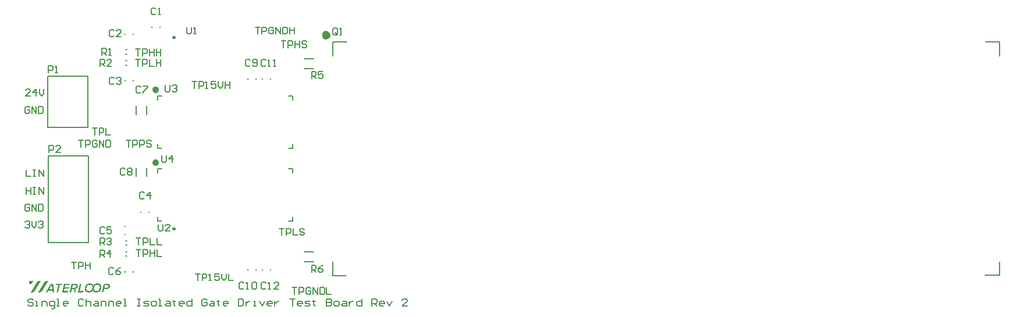
<source format=gto>
G04*
G04 #@! TF.GenerationSoftware,Altium Limited,Altium Designer,21.6.4 (81)*
G04*
G04 Layer_Color=65535*
%FSLAX25Y25*%
%MOIN*%
G70*
G04*
G04 #@! TF.SameCoordinates,D96B5EB0-5715-4667-86B1-06F83BB8B169*
G04*
G04*
G04 #@! TF.FilePolarity,Positive*
G04*
G01*
G75*
%ADD10C,0.01968*%
%ADD11C,0.03937*%
%ADD12C,0.01575*%
%ADD13C,0.00500*%
%ADD14C,0.00787*%
%ADD15C,0.00591*%
G36*
X8169Y20395D02*
X8381D01*
Y20382D01*
X8408D01*
Y20355D01*
X8421D01*
Y20302D01*
X8408D01*
Y20236D01*
X8394D01*
Y20196D01*
X8381D01*
Y20143D01*
X8368D01*
Y20103D01*
X8355D01*
Y20077D01*
X8342D01*
Y20037D01*
X8328D01*
Y20011D01*
X8315D01*
Y19971D01*
X8302D01*
Y19931D01*
X8288D01*
Y19905D01*
X8275D01*
Y19865D01*
X8262D01*
Y19838D01*
X8249D01*
Y19799D01*
X8236D01*
Y19772D01*
X8222D01*
Y19732D01*
X8209D01*
Y19706D01*
X8196D01*
Y19666D01*
X8183D01*
Y19640D01*
X8169D01*
Y19613D01*
X8156D01*
Y19573D01*
X8143D01*
Y19547D01*
X8129D01*
Y19520D01*
X8116D01*
Y19481D01*
X8103D01*
Y19454D01*
X8090D01*
Y19428D01*
X8077D01*
Y19401D01*
X8063D01*
Y19375D01*
X8050D01*
Y19348D01*
X8037D01*
Y19322D01*
X8023D01*
Y19282D01*
X8010D01*
Y19255D01*
X7997D01*
Y19229D01*
X7984D01*
Y19202D01*
X7970D01*
Y19189D01*
X7957D01*
Y19163D01*
X7944D01*
Y19136D01*
X7931D01*
Y19110D01*
X7918D01*
Y19083D01*
X7904D01*
Y19057D01*
X7891D01*
Y19030D01*
X7878D01*
Y19017D01*
X7864D01*
Y18990D01*
X7851D01*
Y18964D01*
X7838D01*
Y18951D01*
X7825D01*
Y18924D01*
X7812D01*
Y18898D01*
X7798D01*
Y18884D01*
X7785D01*
Y18858D01*
X7772D01*
Y18845D01*
X7758D01*
Y18818D01*
X7745D01*
Y18805D01*
X7732D01*
Y18778D01*
X7719D01*
Y18765D01*
X7705D01*
Y18752D01*
X7692D01*
Y18725D01*
X7679D01*
Y18712D01*
X7666D01*
Y18699D01*
X7653D01*
Y18686D01*
X7639D01*
Y18672D01*
X7626D01*
Y18659D01*
X7613D01*
Y18646D01*
X7599D01*
Y18633D01*
X7586D01*
Y18619D01*
X7573D01*
Y18606D01*
X7560D01*
Y18593D01*
X7533D01*
Y18580D01*
X7520D01*
Y18566D01*
X7493D01*
Y18553D01*
X7467D01*
Y18540D01*
X7454D01*
Y18527D01*
X7427D01*
Y18513D01*
X7401D01*
Y18500D01*
X7361D01*
Y18487D01*
X7334D01*
Y18474D01*
X7295D01*
Y18460D01*
X7255D01*
Y18447D01*
X7202D01*
Y18434D01*
X7136D01*
Y18421D01*
X6818D01*
Y18434D01*
X6752D01*
Y18447D01*
X6699D01*
Y18460D01*
X6659D01*
Y18474D01*
X6619D01*
Y18487D01*
X6593D01*
Y18500D01*
X6566D01*
Y18513D01*
X6539D01*
Y18527D01*
X6513D01*
Y18540D01*
X6487D01*
Y18553D01*
X6460D01*
Y18566D01*
X6447D01*
Y18580D01*
X6420D01*
Y18593D01*
X6407D01*
Y18606D01*
X6380D01*
Y18619D01*
X6367D01*
Y18633D01*
X6354D01*
Y18646D01*
X6341D01*
Y18659D01*
X6314D01*
Y18672D01*
X6301D01*
Y18686D01*
X6288D01*
Y18699D01*
X6274D01*
Y18712D01*
X6261D01*
Y18725D01*
X6248D01*
Y18739D01*
X6235D01*
Y18752D01*
X6222D01*
Y18778D01*
X6208D01*
Y18792D01*
X6195D01*
Y18805D01*
X6182D01*
Y18831D01*
X6168D01*
Y18845D01*
X6155D01*
Y18871D01*
X6142D01*
Y18884D01*
X6129D01*
Y18911D01*
X6115D01*
Y18937D01*
X6102D01*
Y18951D01*
X6089D01*
Y18990D01*
X6076D01*
Y19017D01*
X6063D01*
Y19043D01*
X6049D01*
Y19083D01*
X6036D01*
Y19123D01*
X6023D01*
Y19176D01*
X6010D01*
Y19255D01*
X5996D01*
Y19441D01*
X6010D01*
Y19547D01*
X6023D01*
Y19613D01*
X6036D01*
Y19666D01*
X6049D01*
Y19706D01*
X6063D01*
Y19746D01*
X6076D01*
Y19785D01*
X6089D01*
Y19812D01*
X6102D01*
Y19852D01*
X6115D01*
Y19878D01*
X6129D01*
Y19905D01*
X6142D01*
Y19918D01*
X6155D01*
Y19944D01*
X6168D01*
Y19971D01*
X6182D01*
Y19984D01*
X6195D01*
Y19997D01*
X6208D01*
Y20011D01*
X6222D01*
Y20037D01*
X6235D01*
Y20050D01*
X6248D01*
Y20064D01*
X6261D01*
Y20077D01*
X6274D01*
Y20090D01*
X6288D01*
Y20103D01*
X6301D01*
Y20117D01*
X6314D01*
Y20130D01*
X6341D01*
Y20143D01*
X6354D01*
Y20156D01*
X6367D01*
Y20170D01*
X6380D01*
Y20183D01*
X6394D01*
Y20196D01*
X6420D01*
Y20209D01*
X6434D01*
Y20223D01*
X6460D01*
Y20236D01*
X6487D01*
Y20249D01*
X6513D01*
Y20262D01*
X6539D01*
Y20276D01*
X6579D01*
Y20289D01*
X6619D01*
Y20302D01*
X6672D01*
Y20315D01*
X6725D01*
Y20329D01*
X6791D01*
Y20342D01*
X6858D01*
Y20355D01*
X6950D01*
Y20368D01*
X7056D01*
Y20382D01*
X7202D01*
Y20395D01*
X7401D01*
Y20408D01*
X8169D01*
Y20395D01*
D02*
G37*
G36*
X45614Y18805D02*
X45759D01*
Y18792D01*
X45826D01*
Y18778D01*
X45879D01*
Y18765D01*
X45932D01*
Y18752D01*
X45985D01*
Y18739D01*
X46025D01*
Y18725D01*
X46064D01*
Y18712D01*
X46104D01*
Y18699D01*
X46144D01*
Y18686D01*
X46183D01*
Y18672D01*
X46223D01*
Y18659D01*
X46250D01*
Y18646D01*
X46290D01*
Y18633D01*
X46316D01*
Y18619D01*
X46343D01*
Y18606D01*
X46382D01*
Y18593D01*
X46409D01*
Y18580D01*
X46435D01*
Y18566D01*
X46462D01*
Y18553D01*
X46488D01*
Y18540D01*
X46515D01*
Y18527D01*
X46541D01*
Y18513D01*
X46554D01*
Y18500D01*
X46581D01*
Y18487D01*
X46608D01*
Y18474D01*
X46621D01*
Y18460D01*
X46647D01*
Y18447D01*
X46674D01*
Y18434D01*
X46687D01*
Y18421D01*
X46714D01*
Y18407D01*
X46727D01*
Y18394D01*
X46740D01*
Y18381D01*
X46766D01*
Y18368D01*
X46780D01*
Y18354D01*
X46806D01*
Y18341D01*
X46819D01*
Y18328D01*
X46833D01*
Y18315D01*
X46846D01*
Y18301D01*
X46872D01*
Y18288D01*
X46886D01*
Y18275D01*
X46899D01*
Y18262D01*
X46912D01*
Y18248D01*
X46926D01*
Y18235D01*
X46939D01*
Y18222D01*
X46952D01*
Y18209D01*
X46979D01*
Y18195D01*
X46992D01*
Y18182D01*
X47005D01*
Y18169D01*
X47018D01*
Y18156D01*
X47032D01*
Y18142D01*
X47045D01*
Y18129D01*
X47058D01*
Y18116D01*
X47071D01*
Y18089D01*
X47085D01*
Y18076D01*
X47098D01*
Y18063D01*
X47111D01*
Y18050D01*
X47124D01*
Y18036D01*
X47137D01*
Y18023D01*
X47151D01*
Y17997D01*
X47164D01*
Y17983D01*
X47177D01*
Y17970D01*
X47190D01*
Y17944D01*
X47204D01*
Y17930D01*
X47217D01*
Y17917D01*
X47230D01*
Y17891D01*
X47243D01*
Y17877D01*
X47257D01*
Y17851D01*
X47270D01*
Y17838D01*
X47283D01*
Y17811D01*
X47297D01*
Y17798D01*
X47310D01*
Y17771D01*
X47323D01*
Y17745D01*
X47336D01*
Y17732D01*
X47350D01*
Y17705D01*
X47363D01*
Y17679D01*
X47376D01*
Y17652D01*
X47389D01*
Y17626D01*
X47403D01*
Y17599D01*
X47416D01*
Y17573D01*
X47429D01*
Y17533D01*
X47442D01*
Y17506D01*
X47455D01*
Y17467D01*
X47469D01*
Y17440D01*
X47482D01*
Y17400D01*
X47495D01*
Y17361D01*
X47508D01*
Y17321D01*
X47522D01*
Y17268D01*
X47535D01*
Y17215D01*
X47548D01*
Y17162D01*
X47561D01*
Y17096D01*
X47575D01*
Y17029D01*
X47588D01*
Y16937D01*
X47601D01*
Y16791D01*
X47614D01*
Y16407D01*
X47601D01*
Y16248D01*
X47588D01*
Y16142D01*
X47575D01*
Y16062D01*
X47561D01*
Y15983D01*
X47548D01*
Y15930D01*
X47535D01*
Y15863D01*
X47522D01*
Y15810D01*
X47508D01*
Y15757D01*
X47495D01*
Y15718D01*
X47482D01*
Y15678D01*
X47469D01*
Y15625D01*
X47455D01*
Y15585D01*
X47442D01*
Y15559D01*
X47429D01*
Y15519D01*
X47416D01*
Y15479D01*
X47403D01*
Y15453D01*
X47389D01*
Y15413D01*
X47376D01*
Y15386D01*
X47363D01*
Y15347D01*
X47350D01*
Y15320D01*
X47336D01*
Y15294D01*
X47323D01*
Y15267D01*
X47310D01*
Y15241D01*
X47297D01*
Y15214D01*
X47283D01*
Y15188D01*
X47270D01*
Y15161D01*
X47257D01*
Y15135D01*
X47243D01*
Y15108D01*
X47230D01*
Y15082D01*
X47217D01*
Y15055D01*
X47204D01*
Y15042D01*
X47190D01*
Y15015D01*
X47177D01*
Y14989D01*
X47164D01*
Y14976D01*
X47151D01*
Y14949D01*
X47137D01*
Y14936D01*
X47124D01*
Y14909D01*
X47111D01*
Y14896D01*
X47098D01*
Y14870D01*
X47085D01*
Y14856D01*
X47071D01*
Y14830D01*
X47058D01*
Y14817D01*
X47045D01*
Y14790D01*
X47032D01*
Y14777D01*
X47018D01*
Y14764D01*
X47005D01*
Y14737D01*
X46992D01*
Y14724D01*
X46979D01*
Y14711D01*
X46965D01*
Y14697D01*
X46952D01*
Y14671D01*
X46939D01*
Y14658D01*
X46926D01*
Y14644D01*
X46912D01*
Y14631D01*
X46899D01*
Y14618D01*
X46886D01*
Y14591D01*
X46872D01*
Y14578D01*
X46859D01*
Y14565D01*
X46846D01*
Y14552D01*
X46833D01*
Y14538D01*
X46819D01*
Y14525D01*
X46806D01*
Y14512D01*
X46793D01*
Y14499D01*
X46780D01*
Y14485D01*
X46766D01*
Y14472D01*
X46753D01*
Y14459D01*
X46740D01*
Y14446D01*
X46727D01*
Y14432D01*
X46714D01*
Y14419D01*
X46700D01*
Y14406D01*
X46687D01*
Y14393D01*
X46674D01*
Y14379D01*
X46661D01*
Y14366D01*
X46647D01*
Y14353D01*
X46634D01*
Y14340D01*
X46608D01*
Y14326D01*
X46594D01*
Y14313D01*
X46581D01*
Y14300D01*
X46568D01*
Y14287D01*
X46554D01*
Y14273D01*
X46541D01*
Y14260D01*
X46515D01*
Y14247D01*
X46501D01*
Y14234D01*
X46488D01*
Y14220D01*
X46462D01*
Y14207D01*
X46448D01*
Y14194D01*
X46435D01*
Y14181D01*
X46409D01*
Y14167D01*
X46395D01*
Y14154D01*
X46382D01*
Y14141D01*
X46356D01*
Y14128D01*
X46343D01*
Y14114D01*
X46316D01*
Y14101D01*
X46303D01*
Y14088D01*
X46276D01*
Y14075D01*
X46250D01*
Y14061D01*
X46237D01*
Y14048D01*
X46210D01*
Y14035D01*
X46183D01*
Y14022D01*
X46170D01*
Y14008D01*
X46144D01*
Y13995D01*
X46117D01*
Y13982D01*
X46091D01*
Y13969D01*
X46064D01*
Y13955D01*
X46051D01*
Y13942D01*
X46025D01*
Y13929D01*
X45985D01*
Y13916D01*
X45958D01*
Y13902D01*
X45932D01*
Y13889D01*
X45905D01*
Y13876D01*
X45865D01*
Y13863D01*
X45839D01*
Y13849D01*
X45799D01*
Y13836D01*
X45773D01*
Y13823D01*
X45733D01*
Y13810D01*
X45693D01*
Y13796D01*
X45667D01*
Y13783D01*
X45627D01*
Y13770D01*
X45574D01*
Y13757D01*
X45534D01*
Y13743D01*
X45481D01*
Y13730D01*
X45428D01*
Y13717D01*
X45362D01*
Y13704D01*
X45296D01*
Y13690D01*
X45216D01*
Y13677D01*
X45110D01*
Y13664D01*
X44991D01*
Y13651D01*
X44514D01*
Y13664D01*
X44381D01*
Y13677D01*
X44276D01*
Y13690D01*
X44196D01*
Y13704D01*
X44117D01*
Y13717D01*
X44063D01*
Y13730D01*
X43997D01*
Y13743D01*
X43944D01*
Y13757D01*
X43905D01*
Y13770D01*
X43865D01*
Y13783D01*
X43825D01*
Y13796D01*
X43785D01*
Y13810D01*
X43745D01*
Y13823D01*
X43706D01*
Y13836D01*
X43679D01*
Y13849D01*
X43639D01*
Y13863D01*
X43613D01*
Y13876D01*
X43587D01*
Y13889D01*
X43560D01*
Y13902D01*
X43534D01*
Y13916D01*
X43507D01*
Y13929D01*
X43481D01*
Y13942D01*
X43454D01*
Y13955D01*
X43428D01*
Y13969D01*
X43401D01*
Y13982D01*
X43388D01*
Y13995D01*
X43361D01*
Y14008D01*
X43348D01*
Y14022D01*
X43321D01*
Y14035D01*
X43295D01*
Y14048D01*
X43282D01*
Y14061D01*
X43255D01*
Y14075D01*
X43242D01*
Y14088D01*
X43229D01*
Y14101D01*
X43202D01*
Y14114D01*
X43189D01*
Y14128D01*
X43176D01*
Y14141D01*
X43149D01*
Y14154D01*
X43136D01*
Y14167D01*
X43123D01*
Y14181D01*
X43110D01*
Y14194D01*
X43083D01*
Y14207D01*
X43070D01*
Y14220D01*
X43056D01*
Y14234D01*
X43043D01*
Y14247D01*
X43030D01*
Y14260D01*
X43017D01*
Y14273D01*
X43003D01*
Y14287D01*
X42977D01*
Y14300D01*
X42964D01*
Y14313D01*
X42950D01*
Y14326D01*
X42937D01*
Y14340D01*
X42924D01*
Y14353D01*
X42911D01*
Y14366D01*
X42897D01*
Y14379D01*
X42884D01*
Y14406D01*
X42871D01*
Y14432D01*
X42858D01*
Y14525D01*
X42871D01*
Y14565D01*
X42884D01*
Y14605D01*
X42897D01*
Y14631D01*
X42911D01*
Y14671D01*
X42924D01*
Y14697D01*
X42937D01*
Y14724D01*
X42950D01*
Y14764D01*
X42964D01*
Y14790D01*
X42977D01*
Y14817D01*
X42990D01*
Y14843D01*
X43003D01*
Y14883D01*
X43017D01*
Y14909D01*
X43030D01*
Y14936D01*
X43043D01*
Y15029D01*
X43056D01*
Y15135D01*
X43070D01*
Y15267D01*
X43083D01*
Y15360D01*
X43070D01*
Y15386D01*
X43030D01*
Y15360D01*
X43017D01*
Y15347D01*
X43003D01*
Y15320D01*
X42990D01*
Y15294D01*
X42977D01*
Y15267D01*
X42964D01*
Y15241D01*
X42950D01*
Y15214D01*
X42937D01*
Y15188D01*
X42924D01*
Y15161D01*
X42911D01*
Y15135D01*
X42897D01*
Y15108D01*
X42884D01*
Y15095D01*
X42871D01*
Y15068D01*
X42858D01*
Y15042D01*
X42845D01*
Y15015D01*
X42831D01*
Y15002D01*
X42818D01*
Y14976D01*
X42805D01*
Y14962D01*
X42792D01*
Y14936D01*
X42778D01*
Y14909D01*
X42765D01*
Y14896D01*
X42752D01*
Y14870D01*
X42739D01*
Y14856D01*
X42725D01*
Y14843D01*
X42712D01*
Y14817D01*
X42699D01*
Y14803D01*
X42685D01*
Y14777D01*
X42672D01*
Y14764D01*
X42659D01*
Y14750D01*
X42646D01*
Y14724D01*
X42632D01*
Y14711D01*
X42619D01*
Y14697D01*
X42606D01*
Y14684D01*
X42593D01*
Y14671D01*
X42579D01*
Y14644D01*
X42566D01*
Y14631D01*
X42553D01*
Y14618D01*
X42540D01*
Y14605D01*
X42527D01*
Y14591D01*
X42513D01*
Y14578D01*
X42500D01*
Y14552D01*
X42487D01*
Y14538D01*
X42474D01*
Y14525D01*
X42460D01*
Y14512D01*
X42447D01*
Y14499D01*
X42434D01*
Y14485D01*
X42421D01*
Y14472D01*
X42407D01*
Y14459D01*
X42394D01*
Y14446D01*
X42381D01*
Y14432D01*
X42368D01*
Y14419D01*
X42354D01*
Y14406D01*
X42341D01*
Y14393D01*
X42328D01*
Y14379D01*
X42314D01*
Y14366D01*
X42288D01*
Y14353D01*
X42275D01*
Y14340D01*
X42261D01*
Y14326D01*
X42248D01*
Y14313D01*
X42235D01*
Y14300D01*
X42222D01*
Y14287D01*
X42195D01*
Y14273D01*
X42182D01*
Y14260D01*
X42169D01*
Y14247D01*
X42156D01*
Y14234D01*
X42129D01*
Y14220D01*
X42116D01*
Y14207D01*
X42103D01*
Y14194D01*
X42076D01*
Y14181D01*
X42063D01*
Y14167D01*
X42050D01*
Y14154D01*
X42023D01*
Y14141D01*
X42010D01*
Y14128D01*
X41983D01*
Y14114D01*
X41970D01*
Y14101D01*
X41943D01*
Y14088D01*
X41930D01*
Y14075D01*
X41904D01*
Y14061D01*
X41877D01*
Y14048D01*
X41864D01*
Y14035D01*
X41837D01*
Y14022D01*
X41811D01*
Y14008D01*
X41798D01*
Y13995D01*
X41771D01*
Y13982D01*
X41745D01*
Y13969D01*
X41718D01*
Y13955D01*
X41692D01*
Y13942D01*
X41665D01*
Y13929D01*
X41639D01*
Y13916D01*
X41612D01*
Y13902D01*
X41586D01*
Y13889D01*
X41559D01*
Y13876D01*
X41519D01*
Y13863D01*
X41493D01*
Y13849D01*
X41453D01*
Y13836D01*
X41427D01*
Y13823D01*
X41387D01*
Y13810D01*
X41347D01*
Y13796D01*
X41321D01*
Y13783D01*
X41281D01*
Y13770D01*
X41228D01*
Y13757D01*
X41188D01*
Y13743D01*
X41135D01*
Y13730D01*
X41082D01*
Y13717D01*
X41029D01*
Y13704D01*
X40963D01*
Y13690D01*
X40897D01*
Y13677D01*
X40817D01*
Y13664D01*
X40711D01*
Y13651D01*
X40539D01*
Y13637D01*
X40261D01*
Y13651D01*
X40088D01*
Y13664D01*
X39983D01*
Y13677D01*
X39903D01*
Y13690D01*
X39823D01*
Y13704D01*
X39757D01*
Y13717D01*
X39704D01*
Y13730D01*
X39651D01*
Y13743D01*
X39612D01*
Y13757D01*
X39559D01*
Y13770D01*
X39519D01*
Y13783D01*
X39479D01*
Y13796D01*
X39439D01*
Y13810D01*
X39413D01*
Y13823D01*
X39373D01*
Y13836D01*
X39347D01*
Y13849D01*
X39307D01*
Y13863D01*
X39280D01*
Y13876D01*
X39254D01*
Y13889D01*
X39214D01*
Y13902D01*
X39187D01*
Y13916D01*
X39161D01*
Y13929D01*
X39134D01*
Y13942D01*
X39108D01*
Y13955D01*
X39081D01*
Y13969D01*
X39068D01*
Y13982D01*
X39042D01*
Y13995D01*
X39015D01*
Y14008D01*
X39002D01*
Y14022D01*
X38976D01*
Y14035D01*
X38949D01*
Y14048D01*
X38936D01*
Y14061D01*
X38909D01*
Y14075D01*
X38896D01*
Y14088D01*
X38870D01*
Y14101D01*
X38856D01*
Y14114D01*
X38830D01*
Y14128D01*
X38816D01*
Y14141D01*
X38803D01*
Y14154D01*
X38790D01*
Y14167D01*
X38763D01*
Y14181D01*
X38750D01*
Y14194D01*
X38737D01*
Y14207D01*
X38724D01*
Y14220D01*
X38697D01*
Y14234D01*
X38684D01*
Y14247D01*
X38671D01*
Y14260D01*
X38658D01*
Y14273D01*
X38644D01*
Y14287D01*
X38631D01*
Y14300D01*
X38618D01*
Y14313D01*
X38605D01*
Y14326D01*
X38591D01*
Y14340D01*
X38578D01*
Y14353D01*
X38565D01*
Y14366D01*
X38552D01*
Y14379D01*
X38538D01*
Y14393D01*
X38525D01*
Y14406D01*
X38512D01*
Y14419D01*
X38498D01*
Y14446D01*
X38485D01*
Y14459D01*
X38472D01*
Y14472D01*
X38459D01*
Y14485D01*
X38445D01*
Y14512D01*
X38432D01*
Y14525D01*
X38419D01*
Y14538D01*
X38406D01*
Y14565D01*
X38392D01*
Y14578D01*
X38379D01*
Y14605D01*
X38366D01*
Y14631D01*
X38353D01*
Y14644D01*
X38339D01*
Y14671D01*
X38326D01*
Y14697D01*
X38313D01*
Y14711D01*
X38300D01*
Y14737D01*
X38287D01*
Y14764D01*
X38273D01*
Y14790D01*
X38260D01*
Y14817D01*
X38247D01*
Y14843D01*
X38234D01*
Y14870D01*
X38220D01*
Y14896D01*
X38207D01*
Y14923D01*
X38194D01*
Y14949D01*
X38181D01*
Y14976D01*
X38167D01*
Y15002D01*
X38154D01*
Y15042D01*
X38141D01*
Y15068D01*
X38127D01*
Y15108D01*
X38114D01*
Y15148D01*
X38101D01*
Y15188D01*
X38088D01*
Y15241D01*
X38074D01*
Y15294D01*
X38061D01*
Y15360D01*
X38048D01*
Y15426D01*
X38035D01*
Y15532D01*
X38021D01*
Y15665D01*
X38008D01*
Y16168D01*
X38021D01*
Y16301D01*
X38035D01*
Y16380D01*
X38048D01*
Y16460D01*
X38061D01*
Y16526D01*
X38074D01*
Y16579D01*
X38088D01*
Y16632D01*
X38101D01*
Y16685D01*
X38114D01*
Y16738D01*
X38127D01*
Y16778D01*
X38141D01*
Y16817D01*
X38154D01*
Y16857D01*
X38167D01*
Y16897D01*
X38181D01*
Y16937D01*
X38194D01*
Y16976D01*
X38207D01*
Y17003D01*
X38220D01*
Y17043D01*
X38234D01*
Y17069D01*
X38247D01*
Y17109D01*
X38260D01*
Y17135D01*
X38273D01*
Y17162D01*
X38287D01*
Y17188D01*
X38300D01*
Y17215D01*
X38313D01*
Y17241D01*
X38326D01*
Y17268D01*
X38339D01*
Y17294D01*
X38353D01*
Y17321D01*
X38366D01*
Y17347D01*
X38379D01*
Y17374D01*
X38392D01*
Y17400D01*
X38406D01*
Y17414D01*
X38419D01*
Y17440D01*
X38432D01*
Y17467D01*
X38445D01*
Y17480D01*
X38459D01*
Y17506D01*
X38472D01*
Y17533D01*
X38485D01*
Y17546D01*
X38498D01*
Y17573D01*
X38512D01*
Y17586D01*
X38525D01*
Y17612D01*
X38538D01*
Y17626D01*
X38552D01*
Y17652D01*
X38565D01*
Y17665D01*
X38578D01*
Y17679D01*
X38591D01*
Y17705D01*
X38605D01*
Y17718D01*
X38618D01*
Y17732D01*
X38631D01*
Y17758D01*
X38644D01*
Y17771D01*
X38658D01*
Y17785D01*
X38671D01*
Y17811D01*
X38684D01*
Y17824D01*
X38697D01*
Y17838D01*
X38710D01*
Y17851D01*
X38724D01*
Y17864D01*
X38737D01*
Y17877D01*
X38750D01*
Y17904D01*
X38763D01*
Y17917D01*
X38777D01*
Y17930D01*
X38790D01*
Y17944D01*
X38803D01*
Y17957D01*
X38816D01*
Y17970D01*
X38830D01*
Y17983D01*
X38843D01*
Y17997D01*
X38856D01*
Y18010D01*
X38870D01*
Y18023D01*
X38883D01*
Y18036D01*
X38896D01*
Y18050D01*
X38909D01*
Y18063D01*
X38923D01*
Y18076D01*
X38936D01*
Y18089D01*
X38949D01*
Y18103D01*
X38962D01*
Y18116D01*
X38976D01*
Y18129D01*
X38989D01*
Y18142D01*
X39015D01*
Y18156D01*
X39028D01*
Y18169D01*
X39042D01*
Y18182D01*
X39055D01*
Y18195D01*
X39068D01*
Y18209D01*
X39095D01*
Y18222D01*
X39108D01*
Y18235D01*
X39121D01*
Y18248D01*
X39134D01*
Y18262D01*
X39161D01*
Y18275D01*
X39174D01*
Y18288D01*
X39187D01*
Y18301D01*
X39214D01*
Y18315D01*
X39227D01*
Y18328D01*
X39254D01*
Y18341D01*
X39267D01*
Y18354D01*
X39280D01*
Y18368D01*
X39307D01*
Y18381D01*
X39333D01*
Y18394D01*
X39347D01*
Y18407D01*
X39373D01*
Y18421D01*
X39386D01*
Y18434D01*
X39413D01*
Y18447D01*
X39439D01*
Y18460D01*
X39452D01*
Y18474D01*
X39479D01*
Y18487D01*
X39505D01*
Y18500D01*
X39532D01*
Y18513D01*
X39559D01*
Y18527D01*
X39585D01*
Y18540D01*
X39612D01*
Y18553D01*
X39638D01*
Y18566D01*
X39665D01*
Y18580D01*
X39691D01*
Y18593D01*
X39718D01*
Y18606D01*
X39757D01*
Y18619D01*
X39784D01*
Y18633D01*
X39823D01*
Y18646D01*
X39850D01*
Y18659D01*
X39890D01*
Y18672D01*
X39930D01*
Y18686D01*
X39969D01*
Y18699D01*
X40009D01*
Y18712D01*
X40049D01*
Y18725D01*
X40102D01*
Y18739D01*
X40141D01*
Y18752D01*
X40208D01*
Y18765D01*
X40261D01*
Y18778D01*
X40327D01*
Y18792D01*
X40407D01*
Y18805D01*
X40499D01*
Y18818D01*
X41135D01*
Y18805D01*
X41294D01*
Y18792D01*
X41400D01*
Y18778D01*
X41467D01*
Y18765D01*
X41533D01*
Y18752D01*
X41586D01*
Y18739D01*
X41639D01*
Y18725D01*
X41692D01*
Y18712D01*
X41732D01*
Y18699D01*
X41785D01*
Y18686D01*
X41811D01*
Y18672D01*
X41851D01*
Y18659D01*
X41890D01*
Y18646D01*
X41917D01*
Y18633D01*
X41957D01*
Y18619D01*
X41983D01*
Y18606D01*
X42023D01*
Y18593D01*
X42050D01*
Y18580D01*
X42076D01*
Y18566D01*
X42103D01*
Y18553D01*
X42129D01*
Y18540D01*
X42156D01*
Y18527D01*
X42182D01*
Y18513D01*
X42208D01*
Y18500D01*
X42222D01*
Y18487D01*
X42248D01*
Y18474D01*
X42275D01*
Y18460D01*
X42288D01*
Y18447D01*
X42314D01*
Y18434D01*
X42341D01*
Y18421D01*
X42354D01*
Y18407D01*
X42381D01*
Y18394D01*
X42394D01*
Y18381D01*
X42407D01*
Y18368D01*
X42434D01*
Y18354D01*
X42447D01*
Y18341D01*
X42460D01*
Y18328D01*
X42487D01*
Y18315D01*
X42500D01*
Y18301D01*
X42513D01*
Y18288D01*
X42527D01*
Y18275D01*
X42553D01*
Y18262D01*
X42566D01*
Y18248D01*
X42579D01*
Y18235D01*
X42593D01*
Y18222D01*
X42606D01*
Y18209D01*
X42619D01*
Y18195D01*
X42632D01*
Y18182D01*
X42646D01*
Y18169D01*
X42659D01*
Y18156D01*
X42685D01*
Y18142D01*
X42699D01*
Y18116D01*
X42712D01*
Y18103D01*
X42725D01*
Y18089D01*
X42739D01*
Y18076D01*
X42752D01*
Y18063D01*
X42765D01*
Y18036D01*
X42778D01*
Y18023D01*
X42765D01*
Y17983D01*
X42752D01*
Y17944D01*
X42739D01*
Y17904D01*
X42725D01*
Y17864D01*
X42712D01*
Y17824D01*
X42699D01*
Y17798D01*
X42685D01*
Y17785D01*
X42672D01*
Y17758D01*
X42659D01*
Y17732D01*
X42646D01*
Y17692D01*
X42632D01*
Y17665D01*
X42619D01*
Y17626D01*
X42606D01*
Y17573D01*
X42593D01*
Y17493D01*
X42579D01*
Y17427D01*
X42566D01*
Y17334D01*
X42553D01*
Y17069D01*
X42566D01*
Y17082D01*
X42579D01*
Y17109D01*
X42593D01*
Y17135D01*
X42606D01*
Y17162D01*
X42619D01*
Y17188D01*
X42632D01*
Y17215D01*
X42646D01*
Y17241D01*
X42659D01*
Y17268D01*
X42672D01*
Y17294D01*
X42685D01*
Y17321D01*
X42699D01*
Y17347D01*
X42712D01*
Y17374D01*
X42725D01*
Y17400D01*
X42739D01*
Y17427D01*
X42752D01*
Y17440D01*
X42765D01*
Y17467D01*
X42778D01*
Y17493D01*
X42792D01*
Y17506D01*
X42805D01*
Y17533D01*
X42818D01*
Y17559D01*
X42831D01*
Y17573D01*
X42845D01*
Y17599D01*
X42858D01*
Y17612D01*
X42871D01*
Y17639D01*
X42884D01*
Y17652D01*
X42897D01*
Y17665D01*
X42911D01*
Y17692D01*
X42924D01*
Y17705D01*
X42937D01*
Y17732D01*
X42950D01*
Y17745D01*
X42964D01*
Y17758D01*
X42977D01*
Y17771D01*
X42990D01*
Y17798D01*
X43003D01*
Y17811D01*
X43017D01*
Y17824D01*
X43030D01*
Y17838D01*
X43043D01*
Y17851D01*
X43056D01*
Y17877D01*
X43070D01*
Y17891D01*
X43083D01*
Y17904D01*
X43096D01*
Y17917D01*
X43110D01*
Y17930D01*
X43123D01*
Y17944D01*
X43136D01*
Y17957D01*
X43149D01*
Y17970D01*
X43163D01*
Y17983D01*
X43176D01*
Y17997D01*
X43189D01*
Y18010D01*
X43202D01*
Y18023D01*
X43216D01*
Y18036D01*
X43229D01*
Y18050D01*
X43242D01*
Y18063D01*
X43255D01*
Y18076D01*
X43268D01*
Y18089D01*
X43282D01*
Y18103D01*
X43295D01*
Y18116D01*
X43308D01*
Y18129D01*
X43321D01*
Y18142D01*
X43335D01*
Y18156D01*
X43348D01*
Y18169D01*
X43374D01*
Y18182D01*
X43388D01*
Y18195D01*
X43401D01*
Y18209D01*
X43414D01*
Y18222D01*
X43441D01*
Y18235D01*
X43454D01*
Y18248D01*
X43467D01*
Y18262D01*
X43481D01*
Y18275D01*
X43507D01*
Y18288D01*
X43520D01*
Y18301D01*
X43534D01*
Y18315D01*
X43560D01*
Y18328D01*
X43573D01*
Y18341D01*
X43600D01*
Y18354D01*
X43613D01*
Y18368D01*
X43639D01*
Y18381D01*
X43653D01*
Y18394D01*
X43679D01*
Y18407D01*
X43692D01*
Y18421D01*
X43719D01*
Y18434D01*
X43745D01*
Y18447D01*
X43759D01*
Y18460D01*
X43785D01*
Y18474D01*
X43812D01*
Y18487D01*
X43838D01*
Y18500D01*
X43865D01*
Y18513D01*
X43891D01*
Y18527D01*
X43918D01*
Y18540D01*
X43931D01*
Y18553D01*
X43971D01*
Y18566D01*
X43997D01*
Y18580D01*
X44024D01*
Y18593D01*
X44050D01*
Y18606D01*
X44090D01*
Y18619D01*
X44117D01*
Y18633D01*
X44143D01*
Y18646D01*
X44183D01*
Y18659D01*
X44223D01*
Y18672D01*
X44262D01*
Y18686D01*
X44302D01*
Y18699D01*
X44342D01*
Y18712D01*
X44381D01*
Y18725D01*
X44434D01*
Y18739D01*
X44488D01*
Y18752D01*
X44541D01*
Y18765D01*
X44594D01*
Y18778D01*
X44660D01*
Y18792D01*
X44766D01*
Y18805D01*
X44925D01*
Y18818D01*
X45614D01*
Y18805D01*
D02*
G37*
G36*
X50755Y18752D02*
X51126D01*
Y18739D01*
X51258D01*
Y18725D01*
X51338D01*
Y18712D01*
X51404D01*
Y18699D01*
X51444D01*
Y18686D01*
X51497D01*
Y18672D01*
X51537D01*
Y18659D01*
X51576D01*
Y18646D01*
X51616D01*
Y18633D01*
X51643D01*
Y18619D01*
X51682D01*
Y18606D01*
X51709D01*
Y18593D01*
X51735D01*
Y18580D01*
X51762D01*
Y18566D01*
X51788D01*
Y18553D01*
X51802D01*
Y18540D01*
X51828D01*
Y18527D01*
X51841D01*
Y18513D01*
X51868D01*
Y18500D01*
X51881D01*
Y18487D01*
X51907D01*
Y18474D01*
X51921D01*
Y18460D01*
X51934D01*
Y18447D01*
X51960D01*
Y18434D01*
X51974D01*
Y18421D01*
X51987D01*
Y18407D01*
X52000D01*
Y18394D01*
X52013D01*
Y18381D01*
X52027D01*
Y18368D01*
X52040D01*
Y18354D01*
X52053D01*
Y18341D01*
X52066D01*
Y18328D01*
X52080D01*
Y18315D01*
X52093D01*
Y18301D01*
X52106D01*
Y18288D01*
X52119D01*
Y18275D01*
X52133D01*
Y18262D01*
X52146D01*
Y18248D01*
X52159D01*
Y18235D01*
X52172D01*
Y18222D01*
X52186D01*
Y18195D01*
X52199D01*
Y18182D01*
X52212D01*
Y18169D01*
X52226D01*
Y18142D01*
X52239D01*
Y18129D01*
X52252D01*
Y18103D01*
X52265D01*
Y18089D01*
X52279D01*
Y18063D01*
X52292D01*
Y18036D01*
X52305D01*
Y18010D01*
X52318D01*
Y17983D01*
X52332D01*
Y17944D01*
X52345D01*
Y17917D01*
X52358D01*
Y17877D01*
X52371D01*
Y17851D01*
X52385D01*
Y17811D01*
Y17798D01*
X52398D01*
Y17758D01*
X52411D01*
Y17639D01*
X52424D01*
Y17175D01*
X52411D01*
Y17056D01*
X52398D01*
Y16990D01*
X52385D01*
Y16937D01*
X52371D01*
Y16884D01*
X52358D01*
Y16844D01*
X52345D01*
Y16804D01*
X52332D01*
Y16778D01*
X52318D01*
Y16738D01*
X52305D01*
Y16698D01*
X52292D01*
Y16672D01*
X52279D01*
Y16645D01*
X52265D01*
Y16619D01*
X52252D01*
Y16592D01*
X52239D01*
Y16566D01*
X52226D01*
Y16539D01*
X52212D01*
Y16513D01*
X52199D01*
Y16486D01*
X52186D01*
Y16473D01*
X52172D01*
Y16446D01*
X52159D01*
Y16420D01*
X52146D01*
Y16407D01*
X52133D01*
Y16380D01*
X52119D01*
Y16367D01*
X52106D01*
Y16354D01*
X52093D01*
Y16327D01*
X52080D01*
Y16314D01*
X52066D01*
Y16301D01*
X52053D01*
Y16274D01*
X52040D01*
Y16261D01*
X52027D01*
Y16248D01*
X52013D01*
Y16234D01*
X52000D01*
Y16221D01*
X51987D01*
Y16208D01*
X51974D01*
Y16181D01*
X51960D01*
Y16168D01*
X51947D01*
Y16155D01*
X51934D01*
Y16142D01*
X51921D01*
Y16128D01*
X51907D01*
Y16115D01*
X51881D01*
Y16102D01*
X51868D01*
Y16089D01*
X51854D01*
Y16075D01*
X51841D01*
Y16062D01*
X51828D01*
Y16049D01*
X51815D01*
Y16036D01*
X51788D01*
Y16022D01*
X51775D01*
Y16009D01*
X51762D01*
Y15996D01*
X51749D01*
Y15983D01*
X51722D01*
Y15969D01*
X51709D01*
Y15956D01*
X51682D01*
Y15943D01*
X51669D01*
Y15930D01*
X51643D01*
Y15916D01*
X51629D01*
Y15903D01*
X51603D01*
Y15890D01*
X51576D01*
Y15877D01*
X51563D01*
Y15863D01*
X51537D01*
Y15850D01*
X51510D01*
Y15837D01*
X51484D01*
Y15824D01*
X51457D01*
Y15810D01*
X51430D01*
Y15797D01*
X51404D01*
Y15784D01*
X51364D01*
Y15771D01*
X51338D01*
Y15757D01*
X51298D01*
Y15744D01*
X51258D01*
Y15731D01*
X51232D01*
Y15718D01*
X51192D01*
Y15704D01*
X51152D01*
Y15691D01*
X51099D01*
Y15678D01*
X51060D01*
Y15665D01*
X51007D01*
Y15651D01*
X50954D01*
Y15638D01*
X50834D01*
Y15625D01*
X50463D01*
Y15612D01*
X50132D01*
Y15598D01*
X49138D01*
Y15585D01*
X49125D01*
Y15532D01*
X49112D01*
Y15466D01*
X49099D01*
Y15400D01*
X49085D01*
Y15333D01*
X49072D01*
Y15254D01*
X49059D01*
Y15188D01*
X49046D01*
Y15135D01*
X49032D01*
Y15068D01*
X49019D01*
Y15015D01*
X49006D01*
Y14949D01*
X48992D01*
Y14896D01*
X48979D01*
Y14843D01*
X48966D01*
Y14790D01*
X48953D01*
Y14737D01*
X48939D01*
Y14684D01*
X48926D01*
Y14631D01*
X48913D01*
Y14591D01*
X48900D01*
Y14538D01*
X48886D01*
Y14485D01*
X48873D01*
Y14446D01*
X48860D01*
Y14419D01*
X48847D01*
Y14379D01*
X48834D01*
Y14353D01*
X48820D01*
Y14326D01*
X48807D01*
Y14300D01*
X48794D01*
Y14287D01*
X48781D01*
Y14260D01*
X48767D01*
Y14234D01*
X48754D01*
Y14220D01*
X48741D01*
Y14207D01*
X48728D01*
Y14181D01*
X48714D01*
Y14167D01*
X48701D01*
Y14154D01*
X48688D01*
Y14141D01*
X48674D01*
Y14114D01*
X48661D01*
Y14101D01*
X48648D01*
Y14088D01*
X48635D01*
Y14075D01*
X48621D01*
Y14061D01*
X48608D01*
Y14048D01*
X48595D01*
Y14035D01*
X48582D01*
Y14022D01*
X48555D01*
Y14008D01*
X48542D01*
Y13995D01*
X48529D01*
Y13982D01*
X48515D01*
Y13969D01*
X48502D01*
Y13955D01*
X48476D01*
Y13942D01*
X48463D01*
Y13929D01*
X48436D01*
Y13916D01*
X48423D01*
Y13902D01*
X48396D01*
Y13889D01*
X48370D01*
Y13876D01*
X48357D01*
Y13863D01*
X48330D01*
Y13849D01*
X48303D01*
Y13836D01*
X48277D01*
Y13823D01*
X48237D01*
Y13810D01*
X48211D01*
Y13796D01*
X48171D01*
Y13783D01*
X48131D01*
Y13770D01*
X48078D01*
Y13757D01*
X47999D01*
Y13743D01*
X47826D01*
Y13770D01*
X47840D01*
Y13823D01*
X47853D01*
Y13876D01*
X47866D01*
Y13942D01*
X47879D01*
Y13995D01*
X47893D01*
Y14061D01*
X47906D01*
Y14114D01*
X47919D01*
Y14167D01*
X47932D01*
Y14234D01*
X47946D01*
Y14287D01*
X47959D01*
Y14340D01*
X47972D01*
Y14406D01*
X47986D01*
Y14459D01*
X47999D01*
Y14525D01*
X48012D01*
Y14578D01*
X48025D01*
Y14631D01*
X48039D01*
Y14697D01*
X48052D01*
Y14750D01*
X48065D01*
Y14803D01*
X48078D01*
Y14870D01*
X48092D01*
Y14923D01*
X48105D01*
Y14989D01*
X48118D01*
Y15042D01*
X48131D01*
Y15095D01*
X48145D01*
Y15161D01*
X48158D01*
Y15214D01*
X48171D01*
Y15267D01*
X48184D01*
Y15333D01*
X48197D01*
Y15386D01*
X48211D01*
Y15453D01*
X48224D01*
Y15506D01*
X48237D01*
Y15559D01*
X48250D01*
Y15625D01*
X48264D01*
Y15678D01*
X48277D01*
Y15731D01*
X48290D01*
Y15797D01*
X48303D01*
Y15850D01*
X48317D01*
Y15916D01*
X48330D01*
Y15969D01*
X48343D01*
Y16022D01*
X48357D01*
Y16089D01*
X48370D01*
Y16142D01*
X48383D01*
Y16208D01*
X48396D01*
Y16261D01*
X48410D01*
Y16314D01*
X48423D01*
Y16380D01*
X48436D01*
Y16433D01*
X48449D01*
Y16499D01*
X48463D01*
Y16552D01*
X48476D01*
Y16605D01*
X48489D01*
Y16672D01*
X48502D01*
Y16725D01*
X48515D01*
Y16791D01*
X48529D01*
Y16844D01*
X48542D01*
Y16910D01*
X48555D01*
Y16963D01*
X48568D01*
Y17016D01*
X48582D01*
Y17082D01*
X48595D01*
Y17135D01*
X48608D01*
Y17202D01*
X48621D01*
Y17255D01*
X48635D01*
Y17308D01*
X48648D01*
Y17374D01*
X48661D01*
Y17427D01*
X48674D01*
Y17493D01*
X48688D01*
Y17546D01*
X48701D01*
Y17599D01*
X48714D01*
Y17665D01*
X48728D01*
Y17718D01*
X48741D01*
Y17785D01*
X48754D01*
Y17838D01*
X48767D01*
Y17891D01*
X48781D01*
Y17957D01*
X48794D01*
Y18010D01*
X48807D01*
Y18076D01*
X48820D01*
Y18129D01*
X48834D01*
Y18169D01*
X48847D01*
Y18195D01*
X48860D01*
Y18222D01*
X48873D01*
Y18248D01*
X48886D01*
Y18262D01*
X48900D01*
Y18288D01*
X48913D01*
Y18301D01*
X48926D01*
Y18328D01*
X48939D01*
Y18341D01*
X48953D01*
Y18354D01*
X48966D01*
Y18368D01*
X48979D01*
Y18381D01*
X48992D01*
Y18407D01*
X49006D01*
Y18421D01*
X49019D01*
Y18434D01*
X49032D01*
Y18447D01*
X49046D01*
Y18460D01*
X49059D01*
Y18474D01*
X49085D01*
Y18487D01*
X49099D01*
Y18500D01*
X49112D01*
Y18513D01*
X49125D01*
Y18527D01*
X49138D01*
Y18540D01*
X49165D01*
Y18553D01*
X49178D01*
Y18566D01*
X49204D01*
Y18580D01*
X49218D01*
Y18593D01*
X49244D01*
Y18606D01*
X49271D01*
Y18619D01*
X49284D01*
Y18633D01*
X49310D01*
Y18646D01*
X49337D01*
Y18659D01*
X49377D01*
Y18672D01*
X49403D01*
Y18686D01*
X49443D01*
Y18699D01*
X49483D01*
Y18712D01*
X49523D01*
Y18725D01*
X49562D01*
Y18739D01*
X49628D01*
Y18752D01*
X49894D01*
Y18765D01*
X50755D01*
Y18752D01*
D02*
G37*
G36*
X36047D02*
X36074D01*
Y18672D01*
X36061D01*
Y18606D01*
X36047D01*
Y18553D01*
X36034D01*
Y18487D01*
X36021D01*
Y18421D01*
X36007D01*
Y18368D01*
X35994D01*
Y18301D01*
X35981D01*
Y18235D01*
X35968D01*
Y18182D01*
X35954D01*
Y18116D01*
X35941D01*
Y18050D01*
X35928D01*
Y17997D01*
X35915D01*
Y17930D01*
X35901D01*
Y17864D01*
X35888D01*
Y17811D01*
X35875D01*
Y17745D01*
X35862D01*
Y17679D01*
X35849D01*
Y17626D01*
X35835D01*
Y17559D01*
X35822D01*
Y17493D01*
X35809D01*
Y17427D01*
X35796D01*
Y17374D01*
X35782D01*
Y17308D01*
X35769D01*
Y17241D01*
X35756D01*
Y17188D01*
X35743D01*
Y17122D01*
X35729D01*
Y17056D01*
X35716D01*
Y17003D01*
X35703D01*
Y16937D01*
X35689D01*
Y16870D01*
X35676D01*
Y16817D01*
X35663D01*
Y16751D01*
X35650D01*
Y16685D01*
X35636D01*
Y16632D01*
X35623D01*
Y16566D01*
X35610D01*
Y16513D01*
X35597D01*
Y16446D01*
X35583D01*
Y16393D01*
X35570D01*
Y16327D01*
X35557D01*
Y16261D01*
X35544D01*
Y16208D01*
X35530D01*
Y16142D01*
X35517D01*
Y16089D01*
X35504D01*
Y16022D01*
X35491D01*
Y15969D01*
X35478D01*
Y15903D01*
X35464D01*
Y15850D01*
X35451D01*
Y15784D01*
X35438D01*
Y15731D01*
X35425D01*
Y15665D01*
X35411D01*
Y15612D01*
X35398D01*
Y15545D01*
X35385D01*
Y15492D01*
X35372D01*
Y15426D01*
X35358D01*
Y15360D01*
X35345D01*
Y15307D01*
X35332D01*
Y15241D01*
X35318D01*
Y15188D01*
X35305D01*
Y15121D01*
X35292D01*
Y15068D01*
X35279D01*
Y15002D01*
X35265D01*
Y14949D01*
X35252D01*
Y14883D01*
X35239D01*
Y14830D01*
X35226D01*
Y14764D01*
X35212D01*
Y14711D01*
X35199D01*
Y14644D01*
X35186D01*
Y14578D01*
X35173D01*
Y14538D01*
X35160D01*
Y14525D01*
X37346D01*
Y14406D01*
X37332D01*
Y14366D01*
X37319D01*
Y14340D01*
X37306D01*
Y14313D01*
X37293D01*
Y14287D01*
X37279D01*
Y14260D01*
X37266D01*
Y14234D01*
X37253D01*
Y14220D01*
X37240D01*
Y14194D01*
X37227D01*
Y14181D01*
X37213D01*
Y14154D01*
X37200D01*
Y14141D01*
X37187D01*
Y14128D01*
X37174D01*
Y14114D01*
X37160D01*
Y14088D01*
X37147D01*
Y14075D01*
X37134D01*
Y14061D01*
X37121D01*
Y14048D01*
X37107D01*
Y14035D01*
X37094D01*
Y14022D01*
X37081D01*
Y14008D01*
X37067D01*
Y13995D01*
X37054D01*
Y13982D01*
X37041D01*
Y13969D01*
X37028D01*
Y13955D01*
X37014D01*
Y13942D01*
X37001D01*
Y13929D01*
X36975D01*
Y13916D01*
X36961D01*
Y13902D01*
X36948D01*
Y13889D01*
X36922D01*
Y13876D01*
X36895D01*
Y13863D01*
X36869D01*
Y13849D01*
X36842D01*
Y13836D01*
X36816D01*
Y13823D01*
X36789D01*
Y13810D01*
X36763D01*
Y13796D01*
X36736D01*
Y13783D01*
X36710D01*
Y13770D01*
X36657D01*
Y13757D01*
X36617D01*
Y13743D01*
X36127D01*
Y13730D01*
X34152D01*
Y13743D01*
X34100D01*
Y13796D01*
X34113D01*
Y13849D01*
X34126D01*
Y13916D01*
X34139D01*
Y13982D01*
X34152D01*
Y14035D01*
X34166D01*
Y14101D01*
X34179D01*
Y14167D01*
X34192D01*
Y14220D01*
X34205D01*
Y14287D01*
X34219D01*
Y14353D01*
X34232D01*
Y14406D01*
X34245D01*
Y14472D01*
X34258D01*
Y14538D01*
X34272D01*
Y14591D01*
X34285D01*
Y14658D01*
X34298D01*
Y14724D01*
X34312D01*
Y14777D01*
X34325D01*
Y14843D01*
X34338D01*
Y14896D01*
X34351D01*
Y14962D01*
X34365D01*
Y15015D01*
X34378D01*
Y15082D01*
X34391D01*
Y15135D01*
X34404D01*
Y15201D01*
X34418D01*
Y15254D01*
X34431D01*
Y15320D01*
X34444D01*
Y15386D01*
X34457D01*
Y15439D01*
X34470D01*
Y15506D01*
X34484D01*
Y15559D01*
X34497D01*
Y15612D01*
X34510D01*
Y15678D01*
X34523D01*
Y15731D01*
X34537D01*
Y15797D01*
X34550D01*
Y15850D01*
X34563D01*
Y15916D01*
X34576D01*
Y15969D01*
X34590D01*
Y16036D01*
X34603D01*
Y16089D01*
X34616D01*
Y16142D01*
X34629D01*
Y16208D01*
X34643D01*
Y16261D01*
X34656D01*
Y16327D01*
X34669D01*
Y16380D01*
X34683D01*
Y16433D01*
X34696D01*
Y16499D01*
X34709D01*
Y16552D01*
X34722D01*
Y16605D01*
X34736D01*
Y16672D01*
X34749D01*
Y16725D01*
X34762D01*
Y16778D01*
X34775D01*
Y16844D01*
X34789D01*
Y16897D01*
X34802D01*
Y16950D01*
X34815D01*
Y17016D01*
X34828D01*
Y17069D01*
X34841D01*
Y17122D01*
X34855D01*
Y17175D01*
X34868D01*
Y17241D01*
X34881D01*
Y17294D01*
X34894D01*
Y17347D01*
X34908D01*
Y17400D01*
X34921D01*
Y17467D01*
X34934D01*
Y17520D01*
X34947D01*
Y17573D01*
X34961D01*
Y17626D01*
X34974D01*
Y17692D01*
X34987D01*
Y17745D01*
X35001D01*
Y17798D01*
X35014D01*
Y17851D01*
X35027D01*
Y17904D01*
X35040D01*
Y17970D01*
X35054D01*
Y18023D01*
X35067D01*
Y18076D01*
X35080D01*
Y18129D01*
X35093D01*
Y18182D01*
X35107D01*
Y18222D01*
X35120D01*
Y18248D01*
X35133D01*
Y18275D01*
X35146D01*
Y18301D01*
X35160D01*
Y18315D01*
X35173D01*
Y18341D01*
X35186D01*
Y18354D01*
X35199D01*
Y18368D01*
X35212D01*
Y18394D01*
X35226D01*
Y18407D01*
X35239D01*
Y18421D01*
X35252D01*
Y18434D01*
X35265D01*
Y18447D01*
X35279D01*
Y18460D01*
X35292D01*
Y18474D01*
X35305D01*
Y18487D01*
X35318D01*
Y18500D01*
X35332D01*
Y18513D01*
X35345D01*
Y18527D01*
X35358D01*
Y18540D01*
X35385D01*
Y18553D01*
X35398D01*
Y18566D01*
X35411D01*
Y18580D01*
X35438D01*
Y18593D01*
X35451D01*
Y18606D01*
X35478D01*
Y18619D01*
X35504D01*
Y18633D01*
X35517D01*
Y18646D01*
X35544D01*
Y18659D01*
X35583D01*
Y18672D01*
X35610D01*
Y18686D01*
X35636D01*
Y18699D01*
X35676D01*
Y18712D01*
X35716D01*
Y18725D01*
X35782D01*
Y18739D01*
X35862D01*
Y18752D01*
X35981D01*
Y18765D01*
X36047D01*
Y18752D01*
D02*
G37*
G36*
X32536Y18725D02*
X32827D01*
Y18712D01*
X32907D01*
Y18699D01*
X32973D01*
Y18686D01*
X33013D01*
Y18672D01*
X33040D01*
Y18659D01*
X33079D01*
Y18646D01*
X33106D01*
Y18633D01*
X33132D01*
Y18619D01*
X33159D01*
Y18606D01*
X33198D01*
Y18593D01*
X33225D01*
Y18580D01*
X33265D01*
Y18566D01*
X33278D01*
Y18553D01*
X33305D01*
Y18540D01*
X33331D01*
Y18527D01*
X33358D01*
Y18513D01*
X33371D01*
Y18500D01*
X33397D01*
Y18487D01*
X33411D01*
Y18474D01*
X33437D01*
Y18460D01*
X33450D01*
Y18447D01*
X33463D01*
Y18434D01*
X33490D01*
Y18421D01*
X33503D01*
Y18407D01*
X33516D01*
Y18394D01*
X33530D01*
Y18381D01*
X33543D01*
Y18368D01*
X33556D01*
Y18354D01*
X33569D01*
Y18341D01*
X33583D01*
Y18328D01*
X33596D01*
Y18315D01*
X33609D01*
Y18301D01*
X33623D01*
Y18288D01*
X33636D01*
Y18275D01*
X33649D01*
Y18262D01*
X33662D01*
Y18248D01*
X33676D01*
Y18235D01*
X33689D01*
Y18222D01*
X33702D01*
Y18209D01*
X33715D01*
Y18195D01*
X33729D01*
Y18182D01*
X33742D01*
Y18169D01*
X33755D01*
Y18156D01*
X33768D01*
Y18129D01*
X33781D01*
Y18116D01*
X33795D01*
Y18089D01*
X33808D01*
Y18063D01*
X33821D01*
Y18036D01*
X33834D01*
Y18010D01*
X33848D01*
Y17983D01*
X33861D01*
Y17957D01*
X33874D01*
Y17930D01*
X33887D01*
Y17904D01*
X33901D01*
Y17864D01*
X33914D01*
Y17838D01*
X33927D01*
Y17798D01*
X33941D01*
Y17758D01*
X33954D01*
Y17705D01*
X33967D01*
Y17639D01*
X33980D01*
Y17520D01*
X33994D01*
Y17188D01*
X33980D01*
Y17082D01*
X33967D01*
Y17003D01*
X33954D01*
Y16950D01*
X33941D01*
Y16897D01*
X33927D01*
Y16857D01*
X33914D01*
Y16804D01*
X33901D01*
Y16778D01*
X33887D01*
Y16738D01*
X33874D01*
Y16698D01*
X33861D01*
Y16672D01*
X33848D01*
Y16645D01*
X33834D01*
Y16619D01*
X33821D01*
Y16592D01*
X33808D01*
Y16566D01*
X33795D01*
Y16539D01*
X33781D01*
Y16513D01*
X33768D01*
Y16486D01*
X33755D01*
Y16473D01*
X33742D01*
Y16446D01*
X33729D01*
Y16420D01*
X33715D01*
Y16407D01*
X33702D01*
Y16380D01*
X33689D01*
Y16367D01*
X33676D01*
Y16354D01*
X33662D01*
Y16327D01*
X33649D01*
Y16314D01*
X33636D01*
Y16301D01*
X33623D01*
Y16274D01*
X33609D01*
Y16261D01*
X33596D01*
Y16248D01*
X33583D01*
Y16234D01*
X33569D01*
Y16221D01*
X33556D01*
Y16208D01*
X33543D01*
Y16181D01*
X33530D01*
Y16168D01*
X33516D01*
Y16155D01*
X33503D01*
Y16142D01*
X33490D01*
Y16128D01*
X33477D01*
Y16115D01*
X33463D01*
Y16102D01*
X33437D01*
Y16089D01*
X33424D01*
Y16075D01*
X33411D01*
Y16062D01*
X33397D01*
Y16049D01*
X33384D01*
Y16036D01*
X33371D01*
Y16022D01*
X33344D01*
Y16009D01*
X33331D01*
Y15996D01*
X33318D01*
Y15983D01*
X33305D01*
Y15969D01*
X33278D01*
Y15956D01*
X33265D01*
Y15943D01*
X33238D01*
Y15930D01*
X33225D01*
Y15916D01*
X33198D01*
Y15903D01*
X33185D01*
Y15890D01*
X33159D01*
Y15877D01*
X33132D01*
Y15863D01*
X33106D01*
Y15850D01*
X33079D01*
Y15837D01*
X33066D01*
Y15824D01*
X33026D01*
Y15810D01*
X33000D01*
Y15797D01*
X32973D01*
Y15784D01*
X32947D01*
Y15771D01*
X32907D01*
Y15757D01*
X32880D01*
Y15744D01*
X32827D01*
Y15731D01*
X32788D01*
Y15718D01*
X32748D01*
Y15704D01*
X32695D01*
Y15691D01*
X32642D01*
Y15678D01*
X32576D01*
Y15665D01*
X32523D01*
Y15651D01*
X32496D01*
Y15625D01*
X32509D01*
Y15598D01*
X32523D01*
Y15559D01*
X32536D01*
Y15532D01*
X32549D01*
Y15506D01*
X32563D01*
Y15466D01*
X32576D01*
Y15439D01*
X32589D01*
Y15400D01*
X32602D01*
Y15373D01*
X32616D01*
Y15347D01*
X32629D01*
Y15307D01*
X32642D01*
Y15280D01*
X32655D01*
Y15254D01*
X32669D01*
Y15214D01*
X32682D01*
Y15188D01*
X32695D01*
Y15148D01*
X32708D01*
Y15121D01*
X32721D01*
Y15082D01*
X32735D01*
Y15055D01*
X32748D01*
Y15015D01*
X32761D01*
Y14989D01*
X32774D01*
Y14949D01*
X32788D01*
Y14923D01*
X32801D01*
Y14883D01*
X32814D01*
Y14856D01*
X32827D01*
Y14817D01*
X32841D01*
Y14790D01*
X32854D01*
Y14750D01*
X32867D01*
Y14711D01*
X32880D01*
Y14684D01*
X32894D01*
Y14644D01*
X32907D01*
Y14605D01*
X32920D01*
Y14552D01*
X32934D01*
Y14499D01*
X32947D01*
Y14273D01*
X32934D01*
Y14220D01*
X32920D01*
Y14181D01*
X32907D01*
Y14141D01*
X32894D01*
Y14114D01*
X32880D01*
Y14088D01*
X32867D01*
Y14061D01*
X32854D01*
Y14035D01*
X32841D01*
Y14022D01*
X32827D01*
Y14008D01*
X32814D01*
Y13982D01*
X32801D01*
Y13969D01*
X32788D01*
Y13955D01*
X32774D01*
Y13942D01*
X32761D01*
Y13929D01*
X32748D01*
Y13916D01*
X32735D01*
Y13902D01*
X32721D01*
Y13889D01*
X32708D01*
Y13876D01*
X32695D01*
Y13863D01*
X32669D01*
Y13849D01*
X32655D01*
Y13836D01*
X32629D01*
Y13823D01*
X32602D01*
Y13810D01*
X32576D01*
Y13796D01*
X32549D01*
Y13783D01*
X32509D01*
Y13770D01*
X32470D01*
Y13757D01*
X32417D01*
Y13743D01*
X32337D01*
Y13730D01*
X32271D01*
Y13770D01*
X32258D01*
Y13796D01*
X32245D01*
Y13836D01*
X32231D01*
Y13876D01*
X32218D01*
Y13902D01*
X32205D01*
Y13942D01*
X32192D01*
Y13982D01*
X32178D01*
Y14008D01*
X32165D01*
Y14048D01*
X32152D01*
Y14088D01*
X32138D01*
Y14114D01*
X32125D01*
Y14154D01*
X32112D01*
Y14194D01*
X32099D01*
Y14220D01*
X32085D01*
Y14260D01*
X32072D01*
Y14287D01*
X32059D01*
Y14326D01*
X32046D01*
Y14366D01*
X32032D01*
Y14393D01*
X32019D01*
Y14432D01*
X32006D01*
Y14472D01*
X31993D01*
Y14499D01*
X31980D01*
Y14538D01*
X31966D01*
Y14578D01*
X31953D01*
Y14605D01*
X31940D01*
Y14644D01*
X31927D01*
Y14684D01*
X31913D01*
Y14711D01*
X31900D01*
Y14750D01*
X31887D01*
Y14790D01*
X31874D01*
Y14830D01*
X31860D01*
Y14870D01*
X31847D01*
Y14896D01*
X31834D01*
Y14936D01*
X31820D01*
Y14976D01*
X31807D01*
Y15015D01*
X31794D01*
Y15055D01*
X31781D01*
Y15082D01*
X31767D01*
Y15121D01*
X31754D01*
Y15161D01*
X31741D01*
Y15201D01*
X31728D01*
Y15241D01*
X31714D01*
Y15267D01*
X31701D01*
Y15307D01*
X31688D01*
Y15347D01*
X31675D01*
Y15386D01*
X31661D01*
Y15413D01*
X31648D01*
Y15453D01*
X31635D01*
Y15492D01*
X31622D01*
Y15532D01*
X31609D01*
Y15572D01*
X31595D01*
Y15598D01*
X30668D01*
Y15545D01*
X30654D01*
Y15479D01*
X30641D01*
Y15413D01*
X30628D01*
Y15347D01*
X30615D01*
Y15280D01*
X30602D01*
Y15227D01*
X30588D01*
Y15161D01*
X30575D01*
Y15095D01*
X30562D01*
Y15029D01*
X30549D01*
Y14962D01*
X30535D01*
Y14896D01*
X30522D01*
Y14843D01*
X30509D01*
Y14777D01*
X30496D01*
Y14724D01*
X30482D01*
Y14671D01*
X30469D01*
Y14605D01*
X30456D01*
Y14552D01*
X30443D01*
Y14485D01*
X30429D01*
Y14432D01*
X30416D01*
Y14379D01*
X30403D01*
Y14313D01*
X30389D01*
Y14260D01*
X30376D01*
Y14194D01*
X30363D01*
Y14141D01*
X30350D01*
Y14114D01*
X30336D01*
Y14088D01*
X30323D01*
Y14061D01*
X30310D01*
Y14048D01*
X30297D01*
Y14022D01*
X30283D01*
Y14008D01*
X30270D01*
Y13995D01*
X30257D01*
Y13982D01*
X30244D01*
Y13969D01*
X30231D01*
Y13955D01*
X30217D01*
Y13942D01*
X30204D01*
Y13929D01*
X30191D01*
Y13916D01*
X30178D01*
Y13902D01*
X30164D01*
Y13889D01*
X30151D01*
Y13876D01*
X30138D01*
Y13863D01*
X30111D01*
Y13849D01*
X30098D01*
Y13836D01*
X30071D01*
Y13823D01*
X30058D01*
Y13810D01*
X30032D01*
Y13796D01*
X30005D01*
Y13783D01*
X29979D01*
Y13770D01*
X29939D01*
Y13757D01*
X29899D01*
Y13743D01*
X29793D01*
Y13730D01*
X29475D01*
Y13743D01*
X29383D01*
Y13770D01*
X29396D01*
Y13836D01*
X29409D01*
Y13889D01*
X29422D01*
Y13955D01*
X29436D01*
Y14022D01*
X29449D01*
Y14075D01*
X29462D01*
Y14141D01*
X29475D01*
Y14207D01*
X29489D01*
Y14260D01*
X29502D01*
Y14326D01*
X29515D01*
Y14379D01*
X29528D01*
Y14446D01*
X29542D01*
Y14512D01*
X29555D01*
Y14565D01*
X29568D01*
Y14631D01*
X29581D01*
Y14684D01*
X29594D01*
Y14750D01*
X29608D01*
Y14817D01*
X29621D01*
Y14870D01*
X29634D01*
Y14936D01*
X29647D01*
Y14989D01*
X29661D01*
Y15055D01*
X29674D01*
Y15121D01*
X29687D01*
Y15174D01*
X29700D01*
Y15241D01*
X29714D01*
Y15294D01*
X29727D01*
Y15360D01*
X29740D01*
Y15426D01*
X29754D01*
Y15479D01*
X29767D01*
Y15545D01*
X29780D01*
Y15598D01*
X29793D01*
Y15665D01*
X29807D01*
Y15731D01*
X29820D01*
Y15784D01*
X29833D01*
Y15850D01*
X29846D01*
Y15916D01*
X29860D01*
Y15969D01*
X29873D01*
Y16036D01*
X29886D01*
Y16089D01*
X29899D01*
Y16155D01*
X29912D01*
Y16208D01*
X29926D01*
Y16261D01*
X29939D01*
Y16327D01*
X29952D01*
Y16380D01*
X29965D01*
Y16446D01*
X29979D01*
Y16499D01*
X29992D01*
Y16566D01*
X30005D01*
Y16619D01*
X30018D01*
Y16672D01*
X30032D01*
Y16738D01*
X30045D01*
Y16791D01*
X30058D01*
Y16857D01*
X30071D01*
Y16910D01*
X30085D01*
Y16976D01*
X30098D01*
Y17029D01*
X30111D01*
Y17082D01*
X30125D01*
Y17149D01*
X30138D01*
Y17202D01*
X30151D01*
Y17268D01*
X30164D01*
Y17321D01*
X30178D01*
Y17374D01*
X30191D01*
Y17440D01*
X30204D01*
Y17493D01*
X30217D01*
Y17559D01*
X30231D01*
Y17612D01*
X30244D01*
Y17665D01*
X30257D01*
Y17732D01*
X30270D01*
Y17785D01*
X30283D01*
Y17838D01*
X30297D01*
Y17891D01*
X30310D01*
Y17957D01*
X30323D01*
Y18010D01*
X30336D01*
Y18063D01*
X30350D01*
Y18116D01*
X30363D01*
Y18182D01*
X30376D01*
Y18222D01*
X30389D01*
Y18275D01*
X30403D01*
Y18328D01*
X30416D01*
Y18368D01*
X30429D01*
Y18394D01*
X30443D01*
Y18421D01*
X30456D01*
Y18447D01*
X30469D01*
Y18460D01*
X30482D01*
Y18487D01*
X30496D01*
Y18500D01*
X30509D01*
Y18513D01*
X30522D01*
Y18540D01*
X30535D01*
Y18553D01*
X30549D01*
Y18566D01*
X30562D01*
Y18580D01*
X30575D01*
Y18593D01*
X30588D01*
Y18606D01*
X30602D01*
Y18619D01*
X30615D01*
Y18633D01*
X30641D01*
Y18646D01*
X30654D01*
Y18659D01*
X30681D01*
Y18672D01*
X30694D01*
Y18686D01*
X30721D01*
Y18699D01*
X30747D01*
Y18712D01*
X30774D01*
Y18725D01*
X31224D01*
Y18739D01*
X32536D01*
Y18725D01*
D02*
G37*
G36*
X29594D02*
X29581D01*
Y18672D01*
X29568D01*
Y18619D01*
X29555D01*
Y18580D01*
X29542D01*
Y18553D01*
X29528D01*
Y18527D01*
X29515D01*
Y18500D01*
X29502D01*
Y18474D01*
X29489D01*
Y18447D01*
X29475D01*
Y18421D01*
X29462D01*
Y18407D01*
X29449D01*
Y18381D01*
X29436D01*
Y18368D01*
X29422D01*
Y18354D01*
X29409D01*
Y18328D01*
X29396D01*
Y18315D01*
X29383D01*
Y18301D01*
X29369D01*
Y18288D01*
X29356D01*
Y18275D01*
X29343D01*
Y18262D01*
X29329D01*
Y18235D01*
X29316D01*
Y18222D01*
X29290D01*
Y18209D01*
X29276D01*
Y18195D01*
X29263D01*
Y18182D01*
X29250D01*
Y18169D01*
X29237D01*
Y18156D01*
X29223D01*
Y18142D01*
X29197D01*
Y18129D01*
X29184D01*
Y18116D01*
X29171D01*
Y18103D01*
X29144D01*
Y18089D01*
X29118D01*
Y18076D01*
X29091D01*
Y18063D01*
X29065D01*
Y18050D01*
X29038D01*
Y18036D01*
X29011D01*
Y18023D01*
X28972D01*
Y18010D01*
X28932D01*
Y17997D01*
X28866D01*
Y17983D01*
X28733D01*
Y17970D01*
X26878D01*
Y17957D01*
X26865D01*
Y17851D01*
X26852D01*
Y17785D01*
X26838D01*
Y17732D01*
X26825D01*
Y17665D01*
X26812D01*
Y17599D01*
X26799D01*
Y17546D01*
X26785D01*
Y17480D01*
X26772D01*
Y17427D01*
X26759D01*
Y17374D01*
X26746D01*
Y17308D01*
X26733D01*
Y17255D01*
X26719D01*
Y17202D01*
X26706D01*
Y17149D01*
X26693D01*
Y17082D01*
X26680D01*
Y17029D01*
X26666D01*
Y16976D01*
X26653D01*
Y16923D01*
X26640D01*
Y16870D01*
X26627D01*
Y16817D01*
X26613D01*
Y16778D01*
X26600D01*
Y16725D01*
X26587D01*
Y16711D01*
X26600D01*
Y16698D01*
X26613D01*
Y16685D01*
X26931D01*
Y16672D01*
X29078D01*
Y16579D01*
X29065D01*
Y16552D01*
X29051D01*
Y16513D01*
X29038D01*
Y16486D01*
X29025D01*
Y16460D01*
X29011D01*
Y16433D01*
X28998D01*
Y16420D01*
X28985D01*
Y16393D01*
X28972D01*
Y16367D01*
X28958D01*
Y16354D01*
X28945D01*
Y16327D01*
X28932D01*
Y16314D01*
X28919D01*
Y16301D01*
X28905D01*
Y16274D01*
X28892D01*
Y16261D01*
X28879D01*
Y16248D01*
X28866D01*
Y16234D01*
X28852D01*
Y16208D01*
X28839D01*
Y16195D01*
X28826D01*
Y16181D01*
X28813D01*
Y16168D01*
X28800D01*
Y16155D01*
X28786D01*
Y16142D01*
X28773D01*
Y16128D01*
X28760D01*
Y16115D01*
X28747D01*
Y16102D01*
X28733D01*
Y16089D01*
X28720D01*
Y16075D01*
X28694D01*
Y16062D01*
X28680D01*
Y16049D01*
X28667D01*
Y16036D01*
X28640D01*
Y16022D01*
X28627D01*
Y16009D01*
X28601D01*
Y15996D01*
X28574D01*
Y15983D01*
X28548D01*
Y15969D01*
X28521D01*
Y15956D01*
X28495D01*
Y15943D01*
X28455D01*
Y15930D01*
X28402D01*
Y15916D01*
X28336D01*
Y15903D01*
X28163D01*
Y15890D01*
X27514D01*
Y15877D01*
X26467D01*
Y15863D01*
X26414D01*
Y15810D01*
X26401D01*
Y15757D01*
X26388D01*
Y15691D01*
X26375D01*
Y15638D01*
X26362D01*
Y15572D01*
X26348D01*
Y15506D01*
X26335D01*
Y15453D01*
X26322D01*
Y15386D01*
X26309D01*
Y15320D01*
X26295D01*
Y15267D01*
X26282D01*
Y15201D01*
X26269D01*
Y15148D01*
X26256D01*
Y15095D01*
X26242D01*
Y15042D01*
X26229D01*
Y14989D01*
X26216D01*
Y14936D01*
X26202D01*
Y14883D01*
X26189D01*
Y14830D01*
X26176D01*
Y14777D01*
X26163D01*
Y14724D01*
X26149D01*
Y14671D01*
X26136D01*
Y14618D01*
X26123D01*
Y14565D01*
X26110D01*
Y14552D01*
X26123D01*
Y14538D01*
X26176D01*
Y14525D01*
X28654D01*
Y14485D01*
X28640D01*
Y14446D01*
X28627D01*
Y14406D01*
X28614D01*
Y14366D01*
X28601D01*
Y14340D01*
X28587D01*
Y14313D01*
X28574D01*
Y14273D01*
X28561D01*
Y14260D01*
X28548D01*
Y14234D01*
X28534D01*
Y14207D01*
X28521D01*
Y14181D01*
X28508D01*
Y14167D01*
X28495D01*
Y14141D01*
X28482D01*
Y14128D01*
X28468D01*
Y14114D01*
X28455D01*
Y14088D01*
X28442D01*
Y14075D01*
X28429D01*
Y14061D01*
X28415D01*
Y14048D01*
X28402D01*
Y14035D01*
X28389D01*
Y14022D01*
X28376D01*
Y14008D01*
X28362D01*
Y13995D01*
X28349D01*
Y13982D01*
X28336D01*
Y13969D01*
X28322D01*
Y13955D01*
X28309D01*
Y13942D01*
X28296D01*
Y13929D01*
X28269D01*
Y13916D01*
X28256D01*
Y13902D01*
X28243D01*
Y13889D01*
X28216D01*
Y13876D01*
X28203D01*
Y13863D01*
X28177D01*
Y13849D01*
X28150D01*
Y13836D01*
X28124D01*
Y13823D01*
X28111D01*
Y13810D01*
X28084D01*
Y13796D01*
X28044D01*
Y13783D01*
X28018D01*
Y13770D01*
X27978D01*
Y13757D01*
X27938D01*
Y13743D01*
X27395D01*
Y13730D01*
X25580D01*
Y13743D01*
X25050D01*
Y13757D01*
X25063D01*
Y13810D01*
X25076D01*
Y13876D01*
X25089D01*
Y13942D01*
X25103D01*
Y13995D01*
X25116D01*
Y14061D01*
X25129D01*
Y14114D01*
X25142D01*
Y14181D01*
X25156D01*
Y14234D01*
X25169D01*
Y14300D01*
X25182D01*
Y14366D01*
X25196D01*
Y14419D01*
X25209D01*
Y14485D01*
X25222D01*
Y14538D01*
X25235D01*
Y14605D01*
X25249D01*
Y14671D01*
X25262D01*
Y14724D01*
X25275D01*
Y14790D01*
X25288D01*
Y14843D01*
X25302D01*
Y14909D01*
X25315D01*
Y14976D01*
X25328D01*
Y15029D01*
X25341D01*
Y15095D01*
X25354D01*
Y15148D01*
X25368D01*
Y15214D01*
X25381D01*
Y15280D01*
X25394D01*
Y15333D01*
X25407D01*
Y15400D01*
X25421D01*
Y15453D01*
X25434D01*
Y15519D01*
X25447D01*
Y15585D01*
X25460D01*
Y15638D01*
X25474D01*
Y15704D01*
X25487D01*
Y15757D01*
X25500D01*
Y15824D01*
X25513D01*
Y15877D01*
X25527D01*
Y15943D01*
X25540D01*
Y16009D01*
X25553D01*
Y16062D01*
X25567D01*
Y16128D01*
X25580D01*
Y16181D01*
X25593D01*
Y16248D01*
X25606D01*
Y16314D01*
X25620D01*
Y16367D01*
X25633D01*
Y16433D01*
X25646D01*
Y16486D01*
X25659D01*
Y16552D01*
X25673D01*
Y16619D01*
X25686D01*
Y16672D01*
X25699D01*
Y16738D01*
X25712D01*
Y16791D01*
X25725D01*
Y16857D01*
X25739D01*
Y16910D01*
X25752D01*
Y16976D01*
X25765D01*
Y17043D01*
X25778D01*
Y17096D01*
X25792D01*
Y17162D01*
X25805D01*
Y17215D01*
X25818D01*
Y17281D01*
X25831D01*
Y17334D01*
X25845D01*
Y17387D01*
X25858D01*
Y17453D01*
X25871D01*
Y17506D01*
X25885D01*
Y17559D01*
X25898D01*
Y17626D01*
X25911D01*
Y17679D01*
X25924D01*
Y17732D01*
X25938D01*
Y17785D01*
X25951D01*
Y17838D01*
X25964D01*
Y17891D01*
X25977D01*
Y17930D01*
Y17944D01*
X25991D01*
Y17997D01*
X26004D01*
Y18036D01*
X26017D01*
Y18089D01*
X26030D01*
Y18129D01*
X26043D01*
Y18156D01*
X26057D01*
Y18195D01*
X26070D01*
Y18235D01*
X26083D01*
Y18262D01*
X26096D01*
Y18288D01*
X26110D01*
Y18301D01*
X26123D01*
Y18328D01*
X26136D01*
Y18341D01*
X26149D01*
Y18354D01*
X26163D01*
Y18368D01*
X26176D01*
Y18394D01*
X26189D01*
Y18407D01*
X26202D01*
Y18421D01*
X26216D01*
Y18434D01*
X26242D01*
Y18447D01*
X26256D01*
Y18460D01*
X26269D01*
Y18474D01*
X26282D01*
Y18487D01*
X26295D01*
Y18500D01*
X26309D01*
Y18513D01*
X26322D01*
Y18527D01*
X26335D01*
Y18540D01*
X26348D01*
Y18553D01*
X26375D01*
Y18566D01*
X26388D01*
Y18580D01*
X26401D01*
Y18593D01*
X26428D01*
Y18606D01*
X26441D01*
Y18619D01*
X26467D01*
Y18633D01*
X26494D01*
Y18646D01*
X26520D01*
Y18659D01*
X26547D01*
Y18672D01*
X26587D01*
Y18686D01*
X26627D01*
Y18699D01*
X26666D01*
Y18712D01*
X26719D01*
Y18725D01*
X26838D01*
Y18739D01*
X29594D01*
Y18725D01*
D02*
G37*
G36*
X25421Y18672D02*
X25407D01*
Y18646D01*
X25394D01*
Y18619D01*
X25381D01*
Y18593D01*
X25368D01*
Y18566D01*
X25354D01*
Y18540D01*
X25341D01*
Y18513D01*
X25328D01*
Y18487D01*
X25315D01*
Y18460D01*
X25302D01*
Y18434D01*
X25288D01*
Y18421D01*
X25275D01*
Y18394D01*
X25262D01*
Y18381D01*
X25249D01*
Y18354D01*
X25235D01*
Y18341D01*
X25222D01*
Y18328D01*
X25209D01*
Y18315D01*
X25196D01*
Y18288D01*
X25182D01*
Y18275D01*
X25169D01*
Y18262D01*
X25156D01*
Y18248D01*
X25142D01*
Y18235D01*
X25129D01*
Y18222D01*
X25116D01*
Y18209D01*
X25089D01*
Y18195D01*
X25076D01*
Y18182D01*
X25063D01*
Y18169D01*
X25050D01*
Y18156D01*
X25023D01*
Y18142D01*
X25010D01*
Y18129D01*
X24983D01*
Y18116D01*
X24970D01*
Y18103D01*
X24944D01*
Y18089D01*
X24930D01*
Y18076D01*
X24904D01*
Y18063D01*
X24878D01*
Y18050D01*
X24851D01*
Y18036D01*
X24825D01*
Y18023D01*
X24785D01*
Y18010D01*
X24758D01*
Y17997D01*
X24719D01*
Y17983D01*
X24652D01*
Y17970D01*
X24493D01*
Y17957D01*
X24228D01*
Y17944D01*
X23725D01*
Y17838D01*
X23711D01*
Y17785D01*
X23698D01*
Y17718D01*
X23685D01*
Y17665D01*
X23672D01*
Y17599D01*
X23659D01*
Y17533D01*
X23645D01*
Y17480D01*
X23632D01*
Y17414D01*
X23619D01*
Y17347D01*
X23606D01*
Y17294D01*
X23592D01*
Y17228D01*
X23579D01*
Y17175D01*
X23566D01*
Y17109D01*
X23552D01*
Y17056D01*
X23539D01*
Y16990D01*
X23526D01*
Y16937D01*
X23513D01*
Y16870D01*
X23499D01*
Y16817D01*
X23486D01*
Y16751D01*
X23473D01*
Y16685D01*
X23460D01*
Y16632D01*
X23447D01*
Y16566D01*
X23433D01*
Y16513D01*
X23420D01*
Y16446D01*
X23407D01*
Y16393D01*
X23393D01*
Y16327D01*
X23380D01*
Y16274D01*
X23367D01*
Y16208D01*
X23354D01*
Y16155D01*
X23340D01*
Y16089D01*
X23327D01*
Y16036D01*
X23314D01*
Y15969D01*
X23301D01*
Y15916D01*
X23288D01*
Y15850D01*
X23274D01*
Y15797D01*
X23261D01*
Y15744D01*
X23248D01*
Y15678D01*
X23234D01*
Y15625D01*
X23221D01*
Y15559D01*
X23208D01*
Y15506D01*
X23195D01*
Y15439D01*
X23181D01*
Y15386D01*
X23168D01*
Y15320D01*
X23155D01*
Y15267D01*
X23142D01*
Y15214D01*
X23129D01*
Y15148D01*
X23115D01*
Y15095D01*
X23102D01*
Y15029D01*
X23089D01*
Y14976D01*
X23076D01*
Y14909D01*
X23062D01*
Y14856D01*
X23049D01*
Y14803D01*
X23036D01*
Y14750D01*
X23022D01*
Y14684D01*
X23009D01*
Y14631D01*
X22996D01*
Y14578D01*
X22983D01*
Y14525D01*
X22970D01*
Y14472D01*
X22956D01*
Y14419D01*
X22943D01*
Y14379D01*
X22930D01*
Y14340D01*
X22917D01*
Y14313D01*
X22903D01*
Y14287D01*
X22890D01*
Y14260D01*
X22877D01*
Y14234D01*
X22863D01*
Y14207D01*
X22850D01*
Y14194D01*
X22837D01*
Y14167D01*
X22824D01*
Y14141D01*
X22810D01*
Y14128D01*
X22797D01*
Y14114D01*
X22784D01*
Y14088D01*
X22771D01*
Y14075D01*
X22758D01*
Y14061D01*
X22744D01*
Y14048D01*
X22731D01*
Y14035D01*
X22718D01*
Y14022D01*
X22704D01*
Y14008D01*
X22691D01*
Y13995D01*
X22678D01*
Y13982D01*
X22665D01*
Y13969D01*
X22651D01*
Y13955D01*
X22625D01*
Y13942D01*
X22612D01*
Y13929D01*
X22599D01*
Y13916D01*
X22572D01*
Y13902D01*
X22559D01*
Y13889D01*
X22546D01*
Y13876D01*
X22519D01*
Y13863D01*
X22492D01*
Y13849D01*
X22466D01*
Y13836D01*
X22440D01*
Y13823D01*
X22413D01*
Y13810D01*
X22387D01*
Y13796D01*
X22347D01*
Y13783D01*
X22320D01*
Y13770D01*
X22267D01*
Y13757D01*
X22228D01*
Y13743D01*
X22148D01*
Y13730D01*
X21910D01*
Y13796D01*
X21923D01*
Y13849D01*
X21936D01*
Y13916D01*
X21949D01*
Y13969D01*
X21962D01*
Y14035D01*
X21976D01*
Y14088D01*
X21989D01*
Y14154D01*
X22002D01*
Y14207D01*
X22016D01*
Y14273D01*
X22029D01*
Y14326D01*
X22042D01*
Y14393D01*
X22055D01*
Y14459D01*
X22069D01*
Y14512D01*
X22082D01*
Y14578D01*
X22095D01*
Y14631D01*
X22108D01*
Y14697D01*
X22121D01*
Y14750D01*
X22135D01*
Y14817D01*
X22148D01*
Y14870D01*
X22161D01*
Y14936D01*
X22174D01*
Y14989D01*
X22188D01*
Y15055D01*
X22201D01*
Y15108D01*
X22214D01*
Y15174D01*
X22228D01*
Y15241D01*
X22241D01*
Y15294D01*
X22254D01*
Y15360D01*
X22267D01*
Y15413D01*
X22280D01*
Y15479D01*
X22294D01*
Y15532D01*
X22307D01*
Y15598D01*
X22320D01*
Y15651D01*
X22333D01*
Y15718D01*
X22347D01*
Y15771D01*
X22360D01*
Y15837D01*
X22373D01*
Y15890D01*
X22387D01*
Y15956D01*
X22400D01*
Y16022D01*
X22413D01*
Y16075D01*
X22426D01*
Y16142D01*
X22440D01*
Y16195D01*
X22453D01*
Y16261D01*
X22466D01*
Y16314D01*
X22479D01*
Y16380D01*
X22492D01*
Y16433D01*
X22506D01*
Y16499D01*
X22519D01*
Y16552D01*
X22532D01*
Y16619D01*
X22546D01*
Y16672D01*
X22559D01*
Y16738D01*
X22572D01*
Y16804D01*
X22585D01*
Y16857D01*
X22599D01*
Y16923D01*
X22612D01*
Y16976D01*
X22625D01*
Y17043D01*
X22638D01*
Y17096D01*
X22651D01*
Y17162D01*
X22665D01*
Y17215D01*
X22678D01*
Y17281D01*
X22691D01*
Y17334D01*
X22704D01*
Y17400D01*
X22718D01*
Y17453D01*
X22731D01*
Y17520D01*
X22744D01*
Y17586D01*
X22758D01*
Y17639D01*
X22771D01*
Y17705D01*
X22784D01*
Y17758D01*
X22797D01*
Y17824D01*
X22810D01*
Y17877D01*
X22824D01*
Y17930D01*
X22519D01*
Y17944D01*
X21327D01*
Y17970D01*
X21340D01*
Y18010D01*
X21353D01*
Y18050D01*
X21366D01*
Y18089D01*
X21380D01*
Y18129D01*
X21393D01*
Y18156D01*
X21406D01*
Y18182D01*
X21419D01*
Y18209D01*
X21432D01*
Y18235D01*
X21446D01*
Y18262D01*
X21459D01*
Y18288D01*
X21472D01*
Y18301D01*
X21486D01*
Y18328D01*
X21499D01*
Y18341D01*
X21512D01*
Y18354D01*
X21525D01*
Y18381D01*
X21539D01*
Y18394D01*
X21552D01*
Y18407D01*
X21565D01*
Y18421D01*
X21578D01*
Y18434D01*
X21591D01*
Y18447D01*
X21605D01*
Y18460D01*
X21618D01*
Y18474D01*
X21631D01*
Y18487D01*
X21644D01*
Y18500D01*
X21658D01*
Y18513D01*
X21671D01*
Y18527D01*
X21684D01*
Y18540D01*
X21698D01*
Y18553D01*
X21724D01*
Y18566D01*
X21737D01*
Y18580D01*
X21750D01*
Y18593D01*
X21777D01*
Y18606D01*
X21803D01*
Y18619D01*
X21817D01*
Y18633D01*
X21843D01*
Y18646D01*
X21870D01*
Y18659D01*
X21896D01*
Y18672D01*
X21923D01*
Y18686D01*
X21949D01*
Y18699D01*
X21989D01*
Y18712D01*
X22029D01*
Y18725D01*
X22744D01*
Y18739D01*
X25421D01*
Y18672D01*
D02*
G37*
G36*
X19657Y18725D02*
X19803D01*
Y18712D01*
X19816D01*
Y18633D01*
X19829D01*
Y18566D01*
X19842D01*
Y18487D01*
X19856D01*
Y18421D01*
X19869D01*
Y18341D01*
X19882D01*
Y18275D01*
X19895D01*
Y18195D01*
X19909D01*
Y18116D01*
X19922D01*
Y18050D01*
X19935D01*
Y17970D01*
X19949D01*
Y17904D01*
X19962D01*
Y17824D01*
X19975D01*
Y17758D01*
X19988D01*
Y17679D01*
X20001D01*
Y17599D01*
X20015D01*
Y17533D01*
X20028D01*
Y17453D01*
X20041D01*
Y17387D01*
X20054D01*
Y17308D01*
X20068D01*
Y17241D01*
X20081D01*
Y17162D01*
X20094D01*
Y17082D01*
X20108D01*
Y17016D01*
X20121D01*
Y16937D01*
X20134D01*
Y16870D01*
X20147D01*
Y16791D01*
X20161D01*
Y16725D01*
X20174D01*
Y16645D01*
X20187D01*
Y16566D01*
X20200D01*
Y16486D01*
X20213D01*
Y16407D01*
X20227D01*
Y16340D01*
X20240D01*
Y16261D01*
X20253D01*
Y16181D01*
X20267D01*
Y16102D01*
X20280D01*
Y16022D01*
X20293D01*
Y15943D01*
X20306D01*
Y15877D01*
X20320D01*
Y15797D01*
X20333D01*
Y15718D01*
X20346D01*
Y15638D01*
X20359D01*
Y15559D01*
X20372D01*
Y15479D01*
X20386D01*
Y15413D01*
X20399D01*
Y15333D01*
X20412D01*
Y15241D01*
X20425D01*
Y15161D01*
X20439D01*
Y15082D01*
X20452D01*
Y15002D01*
X20465D01*
Y14923D01*
X20479D01*
Y14830D01*
X20492D01*
Y14737D01*
X20505D01*
Y14631D01*
X20518D01*
Y14472D01*
X20531D01*
Y14406D01*
X20518D01*
Y14313D01*
X20505D01*
Y14273D01*
X20492D01*
Y14234D01*
X20479D01*
Y14207D01*
X20465D01*
Y14181D01*
X20452D01*
Y14154D01*
X20439D01*
Y14128D01*
X20425D01*
Y14101D01*
X20412D01*
Y14088D01*
X20399D01*
Y14061D01*
X20386D01*
Y14048D01*
X20372D01*
Y14022D01*
X20359D01*
Y14008D01*
X20346D01*
Y13995D01*
X20333D01*
Y13982D01*
X20320D01*
Y13969D01*
X20306D01*
Y13955D01*
X20293D01*
Y13942D01*
X20280D01*
Y13929D01*
X20267D01*
Y13916D01*
X20253D01*
Y13902D01*
X20240D01*
Y13889D01*
X20227D01*
Y13876D01*
X20200D01*
Y13863D01*
X20187D01*
Y13849D01*
X20161D01*
Y13836D01*
X20147D01*
Y13823D01*
X20121D01*
Y13810D01*
X20094D01*
Y13796D01*
X20068D01*
Y13783D01*
X20041D01*
Y13770D01*
X20001D01*
Y13757D01*
X19962D01*
Y13743D01*
X19909D01*
Y13730D01*
X19750D01*
Y13783D01*
X19737D01*
Y13863D01*
X19723D01*
Y13929D01*
X19710D01*
Y13995D01*
X19697D01*
Y14075D01*
X19683D01*
Y14141D01*
X19670D01*
Y14220D01*
X19657D01*
Y14313D01*
X19644D01*
Y14393D01*
X19631D01*
Y14485D01*
X19617D01*
Y14578D01*
X19604D01*
Y14671D01*
X19591D01*
Y14684D01*
X17232D01*
Y14671D01*
X17219D01*
Y14658D01*
X17206D01*
Y14631D01*
X17192D01*
Y14605D01*
X17179D01*
Y14591D01*
X17166D01*
Y14565D01*
X17153D01*
Y14538D01*
X17140D01*
Y14525D01*
X17126D01*
Y14499D01*
X17113D01*
Y14472D01*
X17100D01*
Y14459D01*
X17086D01*
Y14432D01*
X17073D01*
Y14406D01*
X17060D01*
Y14393D01*
X17047D01*
Y14366D01*
X17033D01*
Y14340D01*
X17020D01*
Y14326D01*
X17007D01*
Y14300D01*
X16994D01*
Y14273D01*
X16981D01*
Y14260D01*
X16967D01*
Y14234D01*
X16954D01*
Y14207D01*
X16941D01*
Y14194D01*
X16928D01*
Y14167D01*
X16914D01*
Y14154D01*
X16901D01*
Y14128D01*
X16888D01*
Y14101D01*
X16874D01*
Y14088D01*
X16861D01*
Y14061D01*
X16848D01*
Y14048D01*
X16835D01*
Y14035D01*
X16822D01*
Y14008D01*
X16808D01*
Y13995D01*
X16795D01*
Y13982D01*
X16782D01*
Y13955D01*
X16769D01*
Y13942D01*
X16755D01*
Y13929D01*
X16742D01*
Y13916D01*
X16729D01*
Y13902D01*
X16715D01*
Y13889D01*
X16702D01*
Y13876D01*
X16689D01*
Y13863D01*
X16662D01*
Y13849D01*
X16649D01*
Y13836D01*
X16623D01*
Y13823D01*
X16596D01*
Y13810D01*
X16570D01*
Y13796D01*
X16543D01*
Y13783D01*
X16517D01*
Y13770D01*
X16477D01*
Y13757D01*
X16424D01*
Y13743D01*
X16331D01*
Y13730D01*
X15762D01*
Y13743D01*
X15642D01*
Y13757D01*
X15655D01*
Y13783D01*
X15669D01*
Y13810D01*
X15682D01*
Y13823D01*
X15695D01*
Y13849D01*
X15709D01*
Y13863D01*
X15722D01*
Y13889D01*
X15735D01*
Y13916D01*
X15748D01*
Y13929D01*
X15762D01*
Y13955D01*
X15775D01*
Y13982D01*
X15788D01*
Y13995D01*
X15801D01*
Y14022D01*
X15814D01*
Y14035D01*
X15828D01*
Y14061D01*
X15841D01*
Y14088D01*
X15854D01*
Y14101D01*
X15868D01*
Y14128D01*
X15881D01*
Y14154D01*
X15894D01*
Y14167D01*
X15907D01*
Y14194D01*
X15921D01*
Y14207D01*
X15934D01*
Y14234D01*
X15947D01*
Y14260D01*
X15960D01*
Y14273D01*
X15973D01*
Y14300D01*
X15987D01*
Y14326D01*
X16000D01*
Y14340D01*
X16013D01*
Y14366D01*
X16026D01*
Y14379D01*
X16040D01*
Y14406D01*
X16053D01*
Y14432D01*
X16066D01*
Y14446D01*
X16080D01*
Y14472D01*
X16093D01*
Y14499D01*
X16106D01*
Y14512D01*
X16119D01*
Y14538D01*
X16132D01*
Y14552D01*
X16146D01*
Y14578D01*
X16159D01*
Y14605D01*
X16172D01*
Y14618D01*
X16185D01*
Y14644D01*
X16199D01*
Y14671D01*
X16212D01*
Y14684D01*
X16225D01*
Y14711D01*
X16239D01*
Y14724D01*
X16252D01*
Y14750D01*
X16265D01*
Y14777D01*
X16278D01*
Y14790D01*
X16292D01*
Y14817D01*
X16305D01*
Y14843D01*
X16318D01*
Y14856D01*
X16331D01*
Y14883D01*
X16344D01*
Y14896D01*
X16358D01*
Y14923D01*
X16371D01*
Y14949D01*
X16384D01*
Y14962D01*
X16398D01*
Y14989D01*
X16411D01*
Y15015D01*
X16424D01*
Y15029D01*
X16437D01*
Y15055D01*
X16451D01*
Y15068D01*
X16464D01*
Y15095D01*
X16477D01*
Y15121D01*
X16490D01*
Y15135D01*
X16503D01*
Y15161D01*
X16517D01*
Y15188D01*
X16530D01*
Y15201D01*
X16543D01*
Y15227D01*
X16556D01*
Y15241D01*
X16570D01*
Y15267D01*
X16583D01*
Y15280D01*
Y15294D01*
X16596D01*
Y15307D01*
X16610D01*
Y15333D01*
X16623D01*
Y15360D01*
X16636D01*
Y15373D01*
X16649D01*
Y15400D01*
X16662D01*
Y15413D01*
X16676D01*
Y15439D01*
X16689D01*
Y15466D01*
X16702D01*
Y15479D01*
X16715D01*
Y15506D01*
X16729D01*
Y15532D01*
X16742D01*
Y15545D01*
X16755D01*
Y15572D01*
X16769D01*
Y15585D01*
X16782D01*
Y15612D01*
X16795D01*
Y15638D01*
X16808D01*
Y15651D01*
X16822D01*
Y15678D01*
X16835D01*
Y15704D01*
X16848D01*
Y15718D01*
X16861D01*
Y15744D01*
X16874D01*
Y15757D01*
X16888D01*
Y15784D01*
X16901D01*
Y15810D01*
X16914D01*
Y15824D01*
X16928D01*
Y15850D01*
X16941D01*
Y15863D01*
X16954D01*
Y15890D01*
X16967D01*
Y15916D01*
X16981D01*
Y15930D01*
X16994D01*
Y15956D01*
X17007D01*
Y15983D01*
X17020D01*
Y15996D01*
X17033D01*
Y16022D01*
X17047D01*
Y16036D01*
X17060D01*
Y16062D01*
X17073D01*
Y16089D01*
X17086D01*
Y16102D01*
X17100D01*
Y16128D01*
X17113D01*
Y16155D01*
X17126D01*
Y16168D01*
X17140D01*
Y16195D01*
X17153D01*
Y16208D01*
X17166D01*
Y16234D01*
X17179D01*
Y16261D01*
X17192D01*
Y16274D01*
X17206D01*
Y16301D01*
X17219D01*
Y16327D01*
X17232D01*
Y16340D01*
X17245D01*
Y16367D01*
X17259D01*
Y16380D01*
X17272D01*
Y16407D01*
X17285D01*
Y16433D01*
X17299D01*
Y16446D01*
X17312D01*
Y16473D01*
X17325D01*
Y16499D01*
X17338D01*
Y16513D01*
X17352D01*
Y16539D01*
X17365D01*
Y16552D01*
X17378D01*
Y16579D01*
X17391D01*
Y16605D01*
X17404D01*
Y16619D01*
X17418D01*
Y16645D01*
X17431D01*
Y16672D01*
X17444D01*
Y16685D01*
X17458D01*
Y16711D01*
X17471D01*
Y16725D01*
X17484D01*
Y16751D01*
X17497D01*
Y16778D01*
X17511D01*
Y16791D01*
X17524D01*
Y16817D01*
X17537D01*
Y16844D01*
X17550D01*
Y16857D01*
X17563D01*
Y16884D01*
X17577D01*
Y16897D01*
X17590D01*
Y16923D01*
X17603D01*
Y16950D01*
X17616D01*
Y16963D01*
X17630D01*
Y16990D01*
X17643D01*
Y17016D01*
X17656D01*
Y17029D01*
X17670D01*
Y17056D01*
X17683D01*
Y17069D01*
X17696D01*
Y17096D01*
X17709D01*
Y17122D01*
X17722D01*
Y17135D01*
X17736D01*
Y17162D01*
X17749D01*
Y17188D01*
X17762D01*
Y17202D01*
X17775D01*
Y17228D01*
X17789D01*
Y17241D01*
X17802D01*
Y17268D01*
X17815D01*
Y17294D01*
X17829D01*
Y17308D01*
X17842D01*
Y17334D01*
X17855D01*
Y17361D01*
X17868D01*
Y17374D01*
X17882D01*
Y17400D01*
X17895D01*
Y17414D01*
X17908D01*
Y17440D01*
X17921D01*
Y17467D01*
X17934D01*
Y17480D01*
X17948D01*
Y17506D01*
X17961D01*
Y17533D01*
X17974D01*
Y17546D01*
X17988D01*
Y17573D01*
X18001D01*
Y17586D01*
X18014D01*
Y17612D01*
X18027D01*
Y17639D01*
X18041D01*
Y17652D01*
X18054D01*
Y17679D01*
X18067D01*
Y17705D01*
X18080D01*
Y17718D01*
X18093D01*
Y17745D01*
X18107D01*
Y17758D01*
X18120D01*
Y17785D01*
X18133D01*
Y17811D01*
X18146D01*
Y17824D01*
X18160D01*
Y17851D01*
X18173D01*
Y17877D01*
X18186D01*
Y17891D01*
X18200D01*
Y17917D01*
X18213D01*
Y17930D01*
X18226D01*
Y17957D01*
X18239D01*
Y17983D01*
X18252D01*
Y17997D01*
X18266D01*
Y18023D01*
X18279D01*
Y18050D01*
X18292D01*
Y18063D01*
X18305D01*
Y18089D01*
X18319D01*
Y18103D01*
X18332D01*
Y18129D01*
X18345D01*
Y18156D01*
X18359D01*
Y18169D01*
X18372D01*
Y18195D01*
X18385D01*
Y18222D01*
X18398D01*
Y18235D01*
X18411D01*
Y18262D01*
X18425D01*
Y18275D01*
X18438D01*
Y18301D01*
X18451D01*
Y18328D01*
X18464D01*
Y18341D01*
X18478D01*
Y18368D01*
X18491D01*
Y18394D01*
X18504D01*
Y18407D01*
X18518D01*
Y18434D01*
X18531D01*
Y18447D01*
X18544D01*
Y18474D01*
X18557D01*
Y18487D01*
X18571D01*
Y18500D01*
X18584D01*
Y18513D01*
X18597D01*
Y18527D01*
X18610D01*
Y18540D01*
X18623D01*
Y18553D01*
X18637D01*
Y18566D01*
X18650D01*
Y18580D01*
X18677D01*
Y18593D01*
X18690D01*
Y18606D01*
X18716D01*
Y18619D01*
X18730D01*
Y18633D01*
X18756D01*
Y18646D01*
X18782D01*
Y18659D01*
X18796D01*
Y18672D01*
X18835D01*
Y18686D01*
X18862D01*
Y18699D01*
X18902D01*
Y18712D01*
X18941D01*
Y18725D01*
X18994D01*
Y18739D01*
X19657D01*
Y18725D01*
D02*
G37*
G36*
X17033Y20408D02*
X17113D01*
Y20395D01*
X17140D01*
Y20382D01*
X17153D01*
Y20355D01*
X17166D01*
Y20342D01*
X17153D01*
Y20289D01*
X17140D01*
Y20276D01*
X17126D01*
Y20249D01*
X17113D01*
Y20223D01*
X17100D01*
Y20209D01*
X17086D01*
Y20183D01*
X17073D01*
Y20156D01*
X17060D01*
Y20130D01*
X17047D01*
Y20117D01*
X17033D01*
Y20090D01*
X17020D01*
Y20064D01*
X17007D01*
Y20050D01*
X16994D01*
Y20024D01*
X16981D01*
Y19997D01*
X16967D01*
Y19984D01*
X16954D01*
Y19958D01*
X16941D01*
Y19931D01*
X16928D01*
Y19918D01*
X16914D01*
Y19891D01*
X16901D01*
Y19878D01*
X16888D01*
Y19852D01*
X16874D01*
Y19825D01*
X16861D01*
Y19812D01*
X16848D01*
Y19785D01*
X16835D01*
Y19759D01*
X16822D01*
Y19746D01*
X16808D01*
Y19719D01*
X16795D01*
Y19693D01*
X16782D01*
Y19679D01*
X16769D01*
Y19653D01*
X16755D01*
Y19626D01*
X16742D01*
Y19613D01*
X16729D01*
Y19587D01*
X16715D01*
Y19560D01*
X16702D01*
Y19547D01*
X16689D01*
Y19520D01*
X16676D01*
Y19494D01*
X16662D01*
Y19481D01*
X16649D01*
Y19454D01*
X16636D01*
Y19428D01*
X16623D01*
Y19414D01*
X16610D01*
Y19388D01*
X16596D01*
Y19361D01*
X16583D01*
Y19348D01*
X16570D01*
Y19322D01*
X16556D01*
Y19308D01*
X16543D01*
Y19282D01*
X16530D01*
Y19255D01*
X16517D01*
Y19242D01*
X16503D01*
Y19216D01*
X16490D01*
Y19189D01*
X16477D01*
Y19176D01*
X16464D01*
Y19149D01*
X16451D01*
Y19123D01*
X16437D01*
Y19110D01*
X16424D01*
Y19083D01*
X16411D01*
Y19070D01*
X16398D01*
Y19043D01*
X16384D01*
Y19017D01*
X16371D01*
Y19004D01*
X16358D01*
Y18977D01*
X16344D01*
Y18951D01*
X16331D01*
Y18937D01*
X16318D01*
Y18911D01*
X16305D01*
Y18884D01*
X16292D01*
Y18871D01*
X16278D01*
Y18845D01*
X16265D01*
Y18818D01*
X16252D01*
Y18805D01*
X16239D01*
Y18778D01*
X16225D01*
Y18765D01*
X16212D01*
Y18739D01*
X16199D01*
Y18712D01*
X16185D01*
Y18699D01*
X16172D01*
Y18672D01*
X16159D01*
Y18646D01*
X16146D01*
Y18633D01*
X16132D01*
Y18606D01*
X16119D01*
Y18580D01*
X16106D01*
Y18566D01*
X16093D01*
Y18540D01*
X16080D01*
Y18513D01*
X16066D01*
Y18500D01*
X16053D01*
Y18474D01*
X16040D01*
Y18460D01*
X16026D01*
Y18434D01*
X16013D01*
Y18407D01*
X16000D01*
Y18394D01*
X15987D01*
Y18368D01*
X15973D01*
Y18341D01*
X15960D01*
Y18328D01*
X15947D01*
Y18301D01*
X15934D01*
Y18275D01*
X15921D01*
Y18262D01*
X15907D01*
Y18235D01*
X15894D01*
Y18222D01*
X15881D01*
Y18195D01*
X15868D01*
Y18169D01*
X15854D01*
Y18156D01*
X15841D01*
Y18129D01*
X15828D01*
Y18103D01*
X15814D01*
Y18089D01*
X15801D01*
Y18063D01*
X15788D01*
Y18036D01*
X15775D01*
Y18023D01*
X15762D01*
Y17997D01*
X15748D01*
Y17970D01*
X15735D01*
Y17957D01*
X15722D01*
Y17930D01*
X15709D01*
Y17917D01*
X15695D01*
Y17891D01*
X15682D01*
Y17864D01*
X15669D01*
Y17851D01*
X15655D01*
Y17824D01*
X15642D01*
Y17798D01*
X15629D01*
Y17785D01*
X15616D01*
Y17758D01*
X15603D01*
Y17732D01*
X15589D01*
Y17718D01*
X15576D01*
Y17692D01*
X15563D01*
Y17665D01*
X15550D01*
Y17652D01*
X15536D01*
Y17626D01*
X15523D01*
Y17612D01*
X15510D01*
Y17586D01*
X15496D01*
Y17559D01*
X15483D01*
Y17546D01*
X15470D01*
Y17520D01*
X15457D01*
Y17493D01*
X15443D01*
Y17480D01*
X15430D01*
Y17453D01*
X15417D01*
Y17427D01*
X15404D01*
Y17414D01*
X15391D01*
Y17387D01*
X15377D01*
Y17374D01*
X15364D01*
Y17347D01*
X15351D01*
Y17321D01*
X15337D01*
Y17308D01*
X15324D01*
Y17281D01*
X15311D01*
Y17255D01*
X15298D01*
Y17241D01*
X15284D01*
Y17215D01*
X15271D01*
Y17202D01*
X15258D01*
Y17175D01*
X15245D01*
Y17149D01*
X15232D01*
Y17135D01*
X15218D01*
Y17109D01*
X15205D01*
Y17082D01*
X15192D01*
Y17069D01*
X15179D01*
Y17043D01*
X15165D01*
Y17016D01*
X15152D01*
Y17003D01*
X15139D01*
Y16976D01*
X15125D01*
Y16963D01*
X15112D01*
Y16937D01*
X15099D01*
Y16910D01*
X15086D01*
Y16897D01*
X15073D01*
Y16870D01*
X15059D01*
Y16844D01*
X15046D01*
Y16831D01*
X15033D01*
Y16804D01*
X15020D01*
Y16778D01*
X15006D01*
Y16764D01*
X14993D01*
Y16738D01*
X14980D01*
Y16725D01*
X14966D01*
Y16698D01*
X14953D01*
Y16672D01*
X14940D01*
Y16658D01*
X14927D01*
Y16632D01*
X14913D01*
Y16605D01*
X14900D01*
Y16592D01*
X14887D01*
Y16566D01*
X14874D01*
Y16552D01*
X14861D01*
Y16526D01*
X14847D01*
Y16499D01*
X14834D01*
Y16486D01*
X14821D01*
Y16460D01*
X14807D01*
Y16433D01*
X14794D01*
Y16420D01*
X14781D01*
Y16393D01*
X14768D01*
Y16367D01*
X14754D01*
Y16354D01*
X14741D01*
Y16327D01*
X14728D01*
Y16314D01*
X14715D01*
Y16287D01*
X14702D01*
Y16261D01*
X14688D01*
Y16248D01*
X14675D01*
Y16221D01*
X14662D01*
Y16195D01*
X14649D01*
Y16181D01*
X14635D01*
Y16155D01*
X14622D01*
Y16142D01*
X14609D01*
Y16115D01*
X14595D01*
Y16089D01*
X14582D01*
Y16075D01*
X14569D01*
Y16049D01*
X14556D01*
Y16022D01*
X14543D01*
Y16009D01*
X14529D01*
Y15983D01*
X14516D01*
Y15956D01*
X14503D01*
Y15943D01*
X14490D01*
Y15916D01*
X14476D01*
Y15903D01*
X14463D01*
Y15877D01*
X14450D01*
Y15850D01*
X14436D01*
Y15837D01*
X14423D01*
Y15810D01*
X14410D01*
Y15784D01*
X14397D01*
Y15771D01*
X14383D01*
Y15744D01*
X14370D01*
Y15718D01*
X14357D01*
Y15704D01*
X14344D01*
Y15678D01*
X14331D01*
Y15665D01*
X14317D01*
Y15638D01*
X14304D01*
Y15612D01*
X14291D01*
Y15598D01*
X14277D01*
Y15572D01*
X14264D01*
Y15545D01*
X14251D01*
Y15532D01*
X14238D01*
Y15506D01*
X14224D01*
Y15492D01*
X14211D01*
Y15466D01*
X14198D01*
Y15439D01*
X14185D01*
Y15426D01*
X14172D01*
Y15400D01*
X14158D01*
Y15373D01*
X14145D01*
Y15360D01*
X14132D01*
Y15333D01*
X14119D01*
Y15320D01*
X14105D01*
Y15294D01*
X14092D01*
Y15267D01*
X14079D01*
Y15254D01*
X14065D01*
Y15227D01*
X14052D01*
Y15201D01*
X14039D01*
Y15188D01*
X14026D01*
Y15161D01*
X14013D01*
Y15148D01*
X13999D01*
Y15121D01*
X13986D01*
Y15095D01*
X13973D01*
Y15082D01*
X13960D01*
Y15055D01*
X13946D01*
Y15029D01*
X13933D01*
Y15015D01*
X13920D01*
Y14989D01*
X13906D01*
Y14976D01*
X13893D01*
Y14949D01*
X13880D01*
Y14923D01*
X13867D01*
Y14909D01*
X13853D01*
Y14883D01*
X13840D01*
Y14856D01*
X13827D01*
Y14843D01*
X13814D01*
Y14817D01*
X13801D01*
Y14803D01*
X13787D01*
Y14777D01*
X13774D01*
Y14750D01*
X13761D01*
Y14737D01*
X13747D01*
Y14711D01*
X13734D01*
Y14697D01*
X13721D01*
Y14671D01*
X13708D01*
Y14644D01*
X13694D01*
Y14631D01*
X13681D01*
Y14605D01*
X13668D01*
Y14591D01*
X13655D01*
Y14565D01*
X13642D01*
Y14538D01*
X13628D01*
Y14525D01*
X13615D01*
Y14499D01*
X13602D01*
Y14485D01*
X13589D01*
Y14459D01*
X13575D01*
Y14446D01*
X13562D01*
Y14419D01*
X13549D01*
Y14406D01*
X13535D01*
Y14379D01*
X13522D01*
Y14366D01*
X13509D01*
Y14353D01*
X13496D01*
Y14326D01*
X13483D01*
Y14313D01*
X13469D01*
Y14300D01*
X13456D01*
Y14287D01*
X13443D01*
Y14273D01*
X13430D01*
Y14260D01*
X13416D01*
Y14247D01*
X13403D01*
Y14220D01*
X13390D01*
Y14207D01*
X13376D01*
Y14194D01*
X13363D01*
Y14181D01*
X13337D01*
Y14167D01*
X13323D01*
Y14154D01*
X13310D01*
Y14141D01*
X13297D01*
Y14128D01*
X13284D01*
Y14114D01*
X13271D01*
Y14101D01*
X13257D01*
Y14088D01*
X13231D01*
Y14075D01*
X13217D01*
Y14061D01*
X13204D01*
Y14048D01*
X13178D01*
Y14035D01*
X13164D01*
Y14022D01*
X13151D01*
Y14008D01*
X13125D01*
Y13995D01*
X13112D01*
Y13982D01*
X13085D01*
Y13969D01*
X13058D01*
Y13955D01*
X13045D01*
Y13942D01*
X13019D01*
Y13929D01*
X12992D01*
Y13916D01*
X12966D01*
Y13902D01*
X12939D01*
Y13889D01*
X12913D01*
Y13876D01*
X12886D01*
Y13863D01*
X12846D01*
Y13849D01*
X12820D01*
Y13836D01*
X12780D01*
Y13823D01*
X12741D01*
Y13810D01*
X12701D01*
Y13796D01*
X12648D01*
Y13783D01*
X12595D01*
Y13770D01*
X12528D01*
Y13757D01*
X12449D01*
Y13743D01*
X12197D01*
Y13730D01*
X11468D01*
Y13743D01*
X11416D01*
Y13757D01*
X11402D01*
Y13783D01*
X11389D01*
Y13810D01*
X11402D01*
Y13849D01*
X11416D01*
Y13876D01*
X11429D01*
Y13889D01*
X11442D01*
Y13916D01*
X11455D01*
Y13942D01*
X11468D01*
Y13955D01*
X11482D01*
Y13982D01*
X11495D01*
Y14008D01*
X11508D01*
Y14022D01*
X11522D01*
Y14048D01*
X11535D01*
Y14061D01*
X11548D01*
Y14088D01*
X11561D01*
Y14114D01*
X11575D01*
Y14128D01*
X11588D01*
Y14154D01*
X11601D01*
Y14181D01*
X11614D01*
Y14194D01*
X11627D01*
Y14220D01*
X11641D01*
Y14247D01*
X11654D01*
Y14260D01*
X11667D01*
Y14287D01*
X11681D01*
Y14313D01*
X11694D01*
Y14326D01*
X11707D01*
Y14353D01*
X11720D01*
Y14366D01*
X11733D01*
Y14393D01*
X11747D01*
Y14419D01*
X11760D01*
Y14432D01*
X11773D01*
Y14459D01*
X11787D01*
Y14485D01*
X11800D01*
Y14499D01*
X11813D01*
Y14525D01*
X11826D01*
Y14552D01*
X11840D01*
Y14565D01*
X11853D01*
Y14591D01*
X11866D01*
Y14605D01*
X11879D01*
Y14631D01*
X11892D01*
Y14658D01*
X11906D01*
Y14671D01*
X11919D01*
Y14697D01*
X11932D01*
Y14724D01*
X11946D01*
Y14737D01*
X11959D01*
Y14764D01*
X11972D01*
Y14790D01*
X11985D01*
Y14803D01*
X11998D01*
Y14830D01*
X12012D01*
Y14856D01*
X12025D01*
Y14870D01*
X12038D01*
Y14896D01*
X12051D01*
Y14909D01*
X12065D01*
Y14936D01*
X12078D01*
Y14962D01*
X12091D01*
Y14976D01*
X12105D01*
Y15002D01*
X12118D01*
Y15029D01*
X12131D01*
Y15042D01*
X12144D01*
Y15068D01*
X12157D01*
Y15095D01*
X12171D01*
Y15108D01*
X12184D01*
Y15135D01*
X12197D01*
Y15161D01*
X12211D01*
Y15174D01*
X12224D01*
Y15201D01*
X12237D01*
Y15214D01*
X12250D01*
Y15241D01*
X12263D01*
Y15267D01*
X12277D01*
Y15280D01*
X12290D01*
Y15307D01*
X12303D01*
Y15333D01*
X12316D01*
Y15347D01*
X12330D01*
Y15373D01*
X12343D01*
Y15400D01*
X12356D01*
Y15413D01*
X12370D01*
Y15439D01*
X12383D01*
Y15453D01*
X12396D01*
Y15479D01*
X12409D01*
Y15506D01*
X12422D01*
Y15519D01*
X12436D01*
Y15545D01*
X12449D01*
Y15572D01*
X12462D01*
Y15585D01*
X12476D01*
Y15612D01*
X12489D01*
Y15638D01*
X12502D01*
Y15651D01*
X12515D01*
Y15678D01*
X12528D01*
Y15691D01*
X12542D01*
Y15718D01*
X12555D01*
Y15744D01*
X12568D01*
Y15757D01*
X12582D01*
Y15784D01*
X12595D01*
Y15810D01*
X12608D01*
Y15824D01*
X12621D01*
Y15850D01*
X12634D01*
Y15877D01*
X12648D01*
Y15890D01*
X12661D01*
Y15916D01*
X12674D01*
Y15943D01*
X12687D01*
Y15956D01*
X12701D01*
Y15983D01*
X12714D01*
Y15996D01*
X12727D01*
Y16022D01*
X12741D01*
Y16049D01*
X12754D01*
Y16062D01*
X12767D01*
Y16089D01*
X12780D01*
Y16115D01*
X12794D01*
Y16128D01*
X12807D01*
Y16155D01*
X12820D01*
Y16181D01*
X12833D01*
Y16195D01*
X12846D01*
Y16221D01*
X12860D01*
Y16248D01*
X12873D01*
Y16261D01*
X12886D01*
Y16287D01*
X12900D01*
Y16301D01*
X12913D01*
Y16327D01*
X12926D01*
Y16354D01*
X12939D01*
Y16367D01*
X12953D01*
Y16393D01*
X12966D01*
Y16420D01*
X12979D01*
Y16433D01*
X12992D01*
Y16460D01*
X13005D01*
Y16486D01*
X13019D01*
Y16499D01*
X13032D01*
Y16526D01*
X13045D01*
Y16539D01*
X13058D01*
Y16566D01*
X13072D01*
Y16592D01*
X13085D01*
Y16605D01*
X13098D01*
Y16632D01*
X13112D01*
Y16658D01*
X13125D01*
Y16672D01*
X13138D01*
Y16698D01*
X13151D01*
Y16725D01*
X13164D01*
Y16738D01*
X13178D01*
Y16764D01*
X13191D01*
Y16791D01*
X13204D01*
Y16804D01*
X13217D01*
Y16831D01*
X13231D01*
Y16844D01*
X13244D01*
Y16870D01*
X13257D01*
Y16897D01*
X13271D01*
Y16910D01*
X13284D01*
Y16937D01*
X13297D01*
Y16950D01*
X13310D01*
Y16976D01*
X13323D01*
Y17003D01*
X13337D01*
Y17016D01*
X13350D01*
Y17043D01*
X13363D01*
Y17056D01*
X13376D01*
Y17082D01*
X13390D01*
Y17109D01*
X13403D01*
Y17122D01*
X13416D01*
Y17149D01*
X13430D01*
Y17175D01*
X13443D01*
Y17188D01*
X13456D01*
Y17215D01*
X13469D01*
Y17228D01*
X13483D01*
Y17255D01*
X13496D01*
Y17281D01*
X13509D01*
Y17294D01*
X13522D01*
Y17321D01*
X13535D01*
Y17334D01*
X13549D01*
Y17361D01*
X13562D01*
Y17387D01*
X13575D01*
Y17400D01*
X13589D01*
Y17427D01*
X13602D01*
Y17440D01*
X13615D01*
Y17467D01*
X13628D01*
Y17493D01*
X13642D01*
Y17506D01*
X13655D01*
Y17533D01*
X13668D01*
Y17559D01*
X13681D01*
Y17573D01*
X13694D01*
Y17599D01*
X13708D01*
Y17612D01*
X13721D01*
Y17639D01*
X13734D01*
Y17665D01*
X13747D01*
Y17679D01*
X13761D01*
Y17705D01*
X13774D01*
Y17718D01*
X13787D01*
Y17745D01*
X13801D01*
Y17771D01*
X13814D01*
Y17785D01*
X13827D01*
Y17811D01*
X13840D01*
Y17824D01*
X13853D01*
Y17851D01*
X13867D01*
Y17877D01*
X13880D01*
Y17891D01*
X13893D01*
Y17917D01*
X13906D01*
Y17944D01*
X13920D01*
Y17957D01*
X13933D01*
Y17983D01*
X13946D01*
Y17997D01*
X13960D01*
Y18023D01*
X13973D01*
Y18050D01*
X13986D01*
Y18063D01*
X13999D01*
Y18089D01*
X14013D01*
Y18103D01*
X14026D01*
Y18129D01*
X14039D01*
Y18156D01*
X14052D01*
Y18169D01*
X14065D01*
Y18195D01*
X14079D01*
Y18209D01*
X14092D01*
Y18235D01*
X14105D01*
Y18262D01*
X14119D01*
Y18275D01*
X14132D01*
Y18301D01*
X14145D01*
Y18328D01*
X14158D01*
Y18341D01*
X14172D01*
Y18368D01*
X14185D01*
Y18381D01*
X14198D01*
Y18407D01*
X14211D01*
Y18434D01*
X14224D01*
Y18447D01*
X14238D01*
Y18474D01*
X14251D01*
Y18487D01*
X14264D01*
Y18513D01*
X14277D01*
Y18540D01*
X14291D01*
Y18553D01*
X14304D01*
Y18580D01*
X14317D01*
Y18593D01*
X14331D01*
Y18619D01*
X14344D01*
Y18646D01*
X14357D01*
Y18659D01*
X14370D01*
Y18686D01*
X14383D01*
Y18712D01*
X14397D01*
Y18725D01*
X14410D01*
Y18752D01*
X14423D01*
Y18765D01*
X14436D01*
Y18792D01*
X14450D01*
Y18818D01*
X14463D01*
Y18831D01*
X14476D01*
Y18858D01*
X14490D01*
Y18871D01*
X14503D01*
Y18898D01*
X14516D01*
Y18924D01*
X14529D01*
Y18937D01*
X14543D01*
Y18964D01*
X14556D01*
Y18990D01*
X14569D01*
Y19004D01*
X14582D01*
Y19030D01*
X14595D01*
Y19043D01*
X14609D01*
Y19070D01*
X14622D01*
Y19096D01*
X14635D01*
Y19110D01*
X14649D01*
Y19136D01*
X14662D01*
Y19149D01*
X14675D01*
Y19176D01*
X14688D01*
Y19202D01*
X14702D01*
Y19216D01*
X14715D01*
Y19242D01*
X14728D01*
Y19255D01*
X14741D01*
Y19282D01*
X14754D01*
Y19308D01*
X14768D01*
Y19322D01*
X14781D01*
Y19348D01*
X14794D01*
Y19361D01*
X14807D01*
Y19388D01*
X14821D01*
Y19414D01*
X14834D01*
Y19428D01*
X14847D01*
Y19454D01*
X14861D01*
Y19481D01*
X14874D01*
Y19494D01*
X14887D01*
Y19520D01*
X14900D01*
Y19534D01*
X14913D01*
Y19560D01*
X14927D01*
Y19573D01*
Y19587D01*
X14940D01*
Y19600D01*
X14953D01*
Y19626D01*
X14966D01*
Y19640D01*
X14980D01*
Y19666D01*
X14993D01*
Y19693D01*
X15006D01*
Y19706D01*
X15020D01*
Y19732D01*
X15033D01*
Y19746D01*
X15046D01*
Y19772D01*
X15059D01*
Y19799D01*
X15073D01*
Y19812D01*
X15086D01*
Y19838D01*
X15099D01*
Y19865D01*
X15112D01*
Y19878D01*
X15125D01*
Y19905D01*
X15139D01*
Y19918D01*
X15152D01*
Y19931D01*
X15165D01*
Y19944D01*
X15179D01*
Y19958D01*
X15192D01*
Y19971D01*
X15218D01*
Y19984D01*
X15232D01*
Y19997D01*
X15245D01*
Y20011D01*
X15258D01*
Y20024D01*
X15271D01*
Y20037D01*
X15284D01*
Y20050D01*
X15311D01*
Y20064D01*
X15324D01*
Y20077D01*
X15337D01*
Y20090D01*
X15364D01*
Y20103D01*
X15377D01*
Y20117D01*
X15391D01*
Y20130D01*
X15417D01*
Y20143D01*
X15430D01*
Y20156D01*
X15457D01*
Y20170D01*
X15483D01*
Y20183D01*
X15496D01*
Y20196D01*
X15523D01*
Y20209D01*
X15550D01*
Y20223D01*
X15576D01*
Y20236D01*
X15603D01*
Y20249D01*
X15629D01*
Y20262D01*
X15655D01*
Y20276D01*
X15682D01*
Y20289D01*
X15722D01*
Y20302D01*
X15748D01*
Y20315D01*
X15788D01*
Y20329D01*
X15828D01*
Y20342D01*
X15868D01*
Y20355D01*
X15921D01*
Y20368D01*
X15973D01*
Y20382D01*
X16040D01*
Y20395D01*
X16119D01*
Y20408D01*
X16464D01*
Y20421D01*
X17033D01*
Y20408D01*
D02*
G37*
G36*
X12794D02*
X12846D01*
Y20395D01*
X12860D01*
Y20382D01*
X12873D01*
Y20368D01*
X12886D01*
Y20342D01*
X12900D01*
Y20315D01*
X12886D01*
Y20302D01*
X12873D01*
Y20276D01*
X12860D01*
Y20262D01*
X12846D01*
Y20236D01*
X12833D01*
Y20209D01*
X12820D01*
Y20196D01*
X12807D01*
Y20170D01*
X12794D01*
Y20143D01*
X12780D01*
Y20130D01*
X12767D01*
Y20103D01*
X12754D01*
Y20077D01*
X12741D01*
Y20064D01*
X12727D01*
Y20037D01*
X12714D01*
Y20011D01*
X12701D01*
Y19997D01*
X12687D01*
Y19971D01*
X12674D01*
Y19958D01*
X12661D01*
Y19931D01*
X12648D01*
Y19905D01*
X12634D01*
Y19891D01*
X12621D01*
Y19865D01*
X12608D01*
Y19838D01*
X12595D01*
Y19825D01*
X12582D01*
Y19799D01*
X12568D01*
Y19772D01*
X12555D01*
Y19759D01*
X12542D01*
Y19732D01*
X12528D01*
Y19706D01*
X12515D01*
Y19693D01*
X12502D01*
Y19666D01*
X12489D01*
Y19640D01*
X12476D01*
Y19626D01*
X12462D01*
Y19600D01*
X12449D01*
Y19587D01*
X12436D01*
Y19560D01*
X12422D01*
Y19534D01*
X12409D01*
Y19520D01*
X12396D01*
Y19494D01*
X12383D01*
Y19467D01*
X12370D01*
Y19454D01*
X12356D01*
Y19428D01*
X12343D01*
Y19401D01*
X12330D01*
Y19388D01*
X12316D01*
Y19361D01*
X12303D01*
Y19335D01*
X12290D01*
Y19322D01*
X12277D01*
Y19295D01*
X12263D01*
Y19282D01*
X12250D01*
Y19255D01*
X12237D01*
Y19229D01*
X12224D01*
Y19216D01*
X12211D01*
Y19189D01*
X12197D01*
Y19163D01*
X12184D01*
Y19149D01*
X12171D01*
Y19123D01*
X12157D01*
Y19096D01*
X12144D01*
Y19083D01*
X12131D01*
Y19057D01*
X12118D01*
Y19043D01*
X12105D01*
Y19017D01*
X12091D01*
Y18990D01*
X12078D01*
Y18977D01*
X12065D01*
Y18951D01*
X12051D01*
Y18924D01*
X12038D01*
Y18911D01*
X12025D01*
Y18884D01*
X12012D01*
Y18858D01*
X11998D01*
Y18845D01*
X11985D01*
Y18818D01*
X11972D01*
Y18792D01*
X11959D01*
Y18778D01*
X11946D01*
Y18752D01*
X11932D01*
Y18739D01*
X11919D01*
Y18712D01*
X11906D01*
Y18686D01*
X11892D01*
Y18672D01*
X11879D01*
Y18646D01*
X11866D01*
Y18619D01*
X11853D01*
Y18606D01*
X11840D01*
Y18580D01*
X11826D01*
Y18553D01*
X11813D01*
Y18540D01*
X11800D01*
Y18513D01*
X11787D01*
Y18500D01*
X11773D01*
Y18474D01*
X11760D01*
Y18447D01*
X11747D01*
Y18434D01*
X11733D01*
Y18407D01*
X11720D01*
Y18381D01*
X11707D01*
Y18368D01*
X11694D01*
Y18341D01*
X11681D01*
Y18315D01*
X11667D01*
Y18301D01*
X11654D01*
Y18275D01*
X11641D01*
Y18262D01*
X11627D01*
Y18235D01*
X11614D01*
Y18209D01*
X11601D01*
Y18195D01*
X11588D01*
Y18169D01*
X11575D01*
Y18142D01*
X11561D01*
Y18129D01*
X11548D01*
Y18103D01*
X11535D01*
Y18076D01*
X11522D01*
Y18063D01*
X11508D01*
Y18036D01*
X11495D01*
Y18010D01*
X11482D01*
Y17997D01*
X11468D01*
Y17970D01*
X11455D01*
Y17957D01*
X11442D01*
Y17930D01*
X11429D01*
Y17904D01*
X11416D01*
Y17891D01*
X11402D01*
Y17864D01*
X11389D01*
Y17838D01*
X11376D01*
Y17824D01*
X11362D01*
Y17798D01*
X11349D01*
Y17771D01*
X11336D01*
Y17758D01*
X11323D01*
Y17732D01*
X11310D01*
Y17718D01*
X11296D01*
Y17692D01*
X11283D01*
Y17665D01*
X11270D01*
Y17652D01*
X11257D01*
Y17626D01*
X11243D01*
Y17599D01*
X11230D01*
Y17586D01*
X11217D01*
Y17559D01*
X11203D01*
Y17533D01*
X11190D01*
Y17520D01*
X11177D01*
Y17493D01*
X11164D01*
Y17480D01*
X11151D01*
Y17453D01*
X11137D01*
Y17427D01*
X11124D01*
Y17414D01*
X11111D01*
Y17387D01*
X11097D01*
Y17361D01*
X11084D01*
Y17347D01*
X11071D01*
Y17321D01*
X11058D01*
Y17294D01*
X11045D01*
Y17281D01*
X11031D01*
Y17255D01*
X11018D01*
Y17241D01*
X11005D01*
Y17215D01*
X10992D01*
Y17188D01*
X10978D01*
Y17175D01*
X10965D01*
Y17149D01*
X10952D01*
Y17122D01*
X10938D01*
Y17109D01*
X10925D01*
Y17082D01*
X10912D01*
Y17056D01*
X10899D01*
Y17043D01*
X10886D01*
Y17016D01*
X10872D01*
Y17003D01*
X10859D01*
Y16976D01*
X10846D01*
Y16950D01*
X10832D01*
Y16937D01*
X10819D01*
Y16910D01*
X10806D01*
Y16884D01*
X10793D01*
Y16870D01*
X10780D01*
Y16844D01*
X10766D01*
Y16831D01*
X10753D01*
Y16804D01*
X10740D01*
Y16778D01*
X10727D01*
Y16764D01*
X10713D01*
Y16738D01*
X10700D01*
Y16711D01*
X10687D01*
Y16698D01*
X10673D01*
Y16672D01*
X10660D01*
Y16645D01*
X10647D01*
Y16632D01*
X10634D01*
Y16605D01*
X10621D01*
Y16592D01*
X10607D01*
Y16566D01*
X10594D01*
Y16539D01*
X10581D01*
Y16526D01*
X10567D01*
Y16499D01*
X10554D01*
Y16473D01*
X10541D01*
Y16460D01*
X10528D01*
Y16433D01*
X10514D01*
Y16407D01*
X10501D01*
Y16393D01*
X10488D01*
Y16367D01*
X10475D01*
Y16354D01*
X10462D01*
Y16327D01*
X10448D01*
Y16301D01*
X10435D01*
Y16287D01*
X10422D01*
Y16261D01*
X10408D01*
Y16234D01*
X10395D01*
Y16221D01*
X10382D01*
Y16195D01*
X10369D01*
Y16181D01*
X10356D01*
Y16155D01*
X10342D01*
Y16128D01*
X10329D01*
Y16115D01*
X10316D01*
Y16089D01*
X10302D01*
Y16062D01*
X10289D01*
Y16049D01*
X10276D01*
Y16022D01*
X10263D01*
Y16009D01*
X10249D01*
Y15983D01*
X10236D01*
Y15956D01*
X10223D01*
Y15943D01*
X10210D01*
Y15916D01*
X10197D01*
Y15890D01*
X10183D01*
Y15877D01*
X10170D01*
Y15850D01*
X10157D01*
Y15837D01*
X10143D01*
Y15810D01*
X10130D01*
Y15784D01*
X10117D01*
Y15771D01*
X10104D01*
Y15744D01*
X10091D01*
Y15718D01*
X10077D01*
Y15704D01*
X10064D01*
Y15678D01*
X10051D01*
Y15665D01*
X10037D01*
Y15638D01*
X10024D01*
Y15612D01*
X10011D01*
Y15598D01*
X9998D01*
Y15572D01*
X9984D01*
Y15545D01*
X9971D01*
Y15532D01*
X9958D01*
Y15506D01*
X9945D01*
Y15492D01*
X9932D01*
Y15466D01*
X9918D01*
Y15439D01*
X9905D01*
Y15426D01*
X9892D01*
Y15400D01*
X9878D01*
Y15373D01*
X9865D01*
Y15360D01*
X9852D01*
Y15333D01*
X9839D01*
Y15320D01*
X9826D01*
Y15294D01*
X9812D01*
Y15267D01*
X9799D01*
Y15254D01*
X9786D01*
Y15227D01*
X9772D01*
Y15214D01*
X9759D01*
Y15188D01*
X9746D01*
Y15161D01*
X9733D01*
Y15148D01*
X9719D01*
Y15121D01*
X9706D01*
Y15095D01*
X9693D01*
Y15082D01*
X9680D01*
Y15055D01*
X9667D01*
Y15042D01*
X9653D01*
Y15015D01*
X9640D01*
Y14989D01*
X9627D01*
Y14976D01*
X9613D01*
Y14949D01*
X9600D01*
Y14936D01*
X9587D01*
Y14909D01*
X9574D01*
Y14883D01*
X9561D01*
Y14870D01*
X9547D01*
Y14843D01*
X9534D01*
Y14817D01*
X9521D01*
Y14803D01*
X9507D01*
Y14777D01*
X9494D01*
Y14764D01*
X9481D01*
Y14737D01*
X9468D01*
Y14724D01*
X9454D01*
Y14697D01*
X9441D01*
Y14671D01*
X9428D01*
Y14658D01*
X9415D01*
Y14631D01*
X9402D01*
Y14618D01*
X9388D01*
Y14591D01*
X9375D01*
Y14565D01*
X9362D01*
Y14552D01*
X9348D01*
Y14525D01*
X9335D01*
Y14512D01*
X9322D01*
Y14485D01*
X9309D01*
Y14472D01*
X9296D01*
Y14446D01*
X9282D01*
Y14432D01*
X9269D01*
Y14406D01*
X9256D01*
Y14393D01*
X9243D01*
Y14379D01*
X9229D01*
Y14353D01*
X9216D01*
Y14340D01*
X9203D01*
Y14326D01*
X9189D01*
Y14313D01*
X9176D01*
Y14287D01*
X9163D01*
Y14273D01*
X9150D01*
Y14260D01*
X9137D01*
Y14247D01*
X9123D01*
Y14234D01*
X9110D01*
Y14220D01*
X9097D01*
Y14207D01*
X9083D01*
Y14194D01*
X9070D01*
Y14181D01*
X9057D01*
Y14167D01*
X9044D01*
Y14154D01*
X9031D01*
Y14141D01*
X9017D01*
Y14128D01*
X9004D01*
Y14114D01*
X8991D01*
Y14101D01*
X8978D01*
Y14088D01*
X8951D01*
Y14075D01*
X8938D01*
Y14061D01*
X8924D01*
Y14048D01*
X8898D01*
Y14035D01*
X8885D01*
Y14022D01*
X8872D01*
Y14008D01*
X8845D01*
Y13995D01*
X8832D01*
Y13982D01*
X8805D01*
Y13969D01*
X8792D01*
Y13955D01*
X8766D01*
Y13942D01*
X8739D01*
Y13929D01*
X8726D01*
Y13916D01*
X8699D01*
Y13902D01*
X8673D01*
Y13889D01*
X8646D01*
Y13876D01*
X8620D01*
Y13863D01*
X8580D01*
Y13849D01*
X8553D01*
Y13836D01*
X8514D01*
Y13823D01*
X8487D01*
Y13810D01*
X8448D01*
Y13796D01*
X8394D01*
Y13783D01*
X8342D01*
Y13770D01*
X8288D01*
Y13757D01*
X8183D01*
Y13743D01*
X7970D01*
Y13730D01*
X7202D01*
Y13743D01*
X7175D01*
Y13757D01*
X7149D01*
Y13783D01*
X7136D01*
Y13796D01*
X7123D01*
Y13810D01*
X7136D01*
Y13849D01*
X7149D01*
Y13876D01*
X7162D01*
Y13902D01*
X7175D01*
Y13916D01*
X7189D01*
Y13942D01*
X7202D01*
Y13955D01*
X7215D01*
Y13982D01*
X7228D01*
Y14008D01*
X7242D01*
Y14022D01*
X7255D01*
Y14048D01*
X7268D01*
Y14075D01*
X7282D01*
Y14088D01*
X7295D01*
Y14114D01*
X7308D01*
Y14141D01*
X7321D01*
Y14154D01*
X7334D01*
Y14181D01*
X7348D01*
Y14194D01*
X7361D01*
Y14220D01*
X7374D01*
Y14247D01*
X7388D01*
Y14260D01*
X7401D01*
Y14287D01*
X7414D01*
Y14313D01*
X7427D01*
Y14326D01*
X7440D01*
Y14353D01*
X7454D01*
Y14379D01*
X7467D01*
Y14393D01*
X7480D01*
Y14419D01*
X7493D01*
Y14432D01*
X7507D01*
Y14459D01*
X7520D01*
Y14485D01*
X7533D01*
Y14499D01*
X7547D01*
Y14525D01*
X7560D01*
Y14552D01*
X7573D01*
Y14565D01*
X7586D01*
Y14591D01*
X7599D01*
Y14605D01*
X7613D01*
Y14631D01*
X7626D01*
Y14658D01*
X7639D01*
Y14671D01*
X7653D01*
Y14697D01*
X7666D01*
Y14724D01*
X7679D01*
Y14737D01*
X7692D01*
Y14764D01*
X7705D01*
Y14790D01*
X7719D01*
Y14803D01*
X7732D01*
Y14830D01*
X7745D01*
Y14843D01*
X7758D01*
Y14870D01*
X7772D01*
Y14896D01*
X7785D01*
Y14909D01*
X7798D01*
Y14936D01*
X7812D01*
Y14962D01*
X7825D01*
Y14976D01*
X7838D01*
Y15002D01*
X7851D01*
Y15029D01*
X7864D01*
Y15042D01*
X7878D01*
Y15068D01*
X7891D01*
Y15082D01*
X7904D01*
Y15108D01*
X7918D01*
Y15135D01*
X7931D01*
Y15148D01*
X7944D01*
Y15174D01*
X7957D01*
Y15201D01*
X7970D01*
Y15214D01*
X7984D01*
Y15241D01*
X7997D01*
Y15267D01*
X8010D01*
Y15280D01*
X8023D01*
Y15307D01*
X8037D01*
Y15320D01*
X8050D01*
Y15347D01*
X8063D01*
Y15373D01*
X8077D01*
Y15386D01*
X8090D01*
Y15413D01*
X8103D01*
Y15439D01*
X8116D01*
Y15453D01*
X8129D01*
Y15479D01*
X8143D01*
Y15506D01*
X8156D01*
Y15519D01*
X8169D01*
Y15545D01*
X8183D01*
Y15572D01*
X8196D01*
Y15585D01*
X8209D01*
Y15612D01*
X8222D01*
Y15625D01*
X8236D01*
Y15651D01*
X8249D01*
Y15678D01*
X8262D01*
Y15691D01*
X8275D01*
Y15718D01*
X8288D01*
Y15744D01*
X8302D01*
Y15757D01*
X8315D01*
Y15784D01*
X8328D01*
Y15797D01*
X8342D01*
Y15824D01*
X8355D01*
Y15850D01*
X8368D01*
Y15863D01*
X8381D01*
Y15890D01*
X8394D01*
Y15916D01*
X8408D01*
Y15930D01*
X8421D01*
Y15956D01*
X8434D01*
Y15983D01*
X8448D01*
Y15996D01*
X8461D01*
Y16022D01*
X8474D01*
Y16036D01*
X8487D01*
Y16062D01*
X8501D01*
Y16089D01*
X8514D01*
Y16102D01*
X8527D01*
Y16128D01*
X8540D01*
Y16155D01*
X8553D01*
Y16168D01*
X8567D01*
Y16195D01*
X8580D01*
Y16221D01*
X8593D01*
Y16234D01*
X8607D01*
Y16261D01*
X8620D01*
Y16274D01*
X8633D01*
Y16301D01*
X8646D01*
Y16327D01*
X8659D01*
Y16340D01*
X8673D01*
Y16367D01*
X8686D01*
Y16393D01*
X8699D01*
Y16407D01*
X8713D01*
Y16433D01*
X8726D01*
Y16460D01*
X8739D01*
Y16473D01*
X8752D01*
Y16499D01*
X8766D01*
Y16513D01*
X8779D01*
Y16539D01*
X8792D01*
Y16566D01*
X8805D01*
Y16579D01*
X8818D01*
Y16605D01*
X8832D01*
Y16632D01*
X8845D01*
Y16645D01*
X8858D01*
Y16672D01*
X8872D01*
Y16698D01*
X8885D01*
Y16711D01*
X8898D01*
Y16738D01*
X8911D01*
Y16751D01*
X8924D01*
Y16778D01*
X8938D01*
Y16804D01*
X8951D01*
Y16817D01*
X8964D01*
Y16844D01*
X8978D01*
Y16870D01*
X8991D01*
Y16884D01*
X9004D01*
Y16910D01*
X9017D01*
Y16937D01*
X9031D01*
Y16950D01*
X9044D01*
Y16976D01*
X9057D01*
Y16990D01*
X9070D01*
Y17016D01*
X9083D01*
Y17043D01*
X9097D01*
Y17056D01*
X9110D01*
Y17082D01*
X9123D01*
Y17109D01*
X9137D01*
Y17122D01*
X9150D01*
Y17149D01*
X9163D01*
Y17175D01*
X9176D01*
Y17188D01*
X9189D01*
Y17215D01*
X9203D01*
Y17228D01*
X9216D01*
Y17255D01*
X9229D01*
Y17281D01*
X9243D01*
Y17294D01*
X9256D01*
Y17321D01*
X9269D01*
Y17347D01*
X9282D01*
Y17361D01*
X9296D01*
Y17387D01*
X9309D01*
Y17414D01*
X9322D01*
Y17427D01*
X9335D01*
Y17453D01*
X9348D01*
Y17467D01*
X9362D01*
Y17493D01*
X9375D01*
Y17520D01*
X9388D01*
Y17533D01*
X9402D01*
Y17559D01*
X9415D01*
Y17586D01*
X9428D01*
Y17599D01*
X9441D01*
Y17626D01*
X9454D01*
Y17639D01*
X9468D01*
Y17665D01*
X9481D01*
Y17692D01*
X9494D01*
Y17705D01*
X9507D01*
Y17732D01*
X9521D01*
Y17758D01*
X9534D01*
Y17771D01*
X9547D01*
Y17798D01*
X9561D01*
Y17824D01*
X9574D01*
Y17838D01*
X9587D01*
Y17864D01*
X9600D01*
Y17877D01*
X9613D01*
Y17904D01*
X9627D01*
Y17930D01*
X9640D01*
Y17944D01*
X9653D01*
Y17970D01*
X9667D01*
Y17997D01*
X9680D01*
Y18010D01*
X9693D01*
Y18036D01*
X9706D01*
Y18063D01*
X9719D01*
Y18076D01*
X9733D01*
Y18103D01*
X9746D01*
Y18116D01*
X9759D01*
Y18142D01*
X9772D01*
Y18169D01*
X9786D01*
Y18182D01*
X9799D01*
Y18209D01*
X9812D01*
Y18235D01*
X9826D01*
Y18248D01*
X9839D01*
Y18275D01*
X9852D01*
Y18288D01*
Y18301D01*
X9865D01*
Y18315D01*
X9878D01*
Y18341D01*
X9892D01*
Y18354D01*
X9905D01*
Y18381D01*
X9918D01*
Y18407D01*
X9932D01*
Y18421D01*
X9945D01*
Y18447D01*
X9958D01*
Y18474D01*
X9971D01*
Y18487D01*
X9984D01*
Y18513D01*
X9998D01*
Y18540D01*
X10011D01*
Y18553D01*
X10024D01*
Y18580D01*
X10037D01*
Y18593D01*
X10051D01*
Y18619D01*
X10064D01*
Y18646D01*
X10077D01*
Y18659D01*
X10091D01*
Y18686D01*
X10104D01*
Y18712D01*
X10117D01*
Y18725D01*
X10130D01*
Y18752D01*
X10143D01*
Y18778D01*
X10157D01*
Y18792D01*
X10170D01*
Y18818D01*
X10183D01*
Y18831D01*
X10197D01*
Y18858D01*
X10210D01*
Y18884D01*
X10223D01*
Y18898D01*
X10236D01*
Y18924D01*
X10249D01*
Y18951D01*
X10263D01*
Y18964D01*
X10276D01*
Y18990D01*
X10289D01*
Y19017D01*
X10302D01*
Y19030D01*
X10316D01*
Y19057D01*
X10329D01*
Y19070D01*
X10342D01*
Y19096D01*
X10356D01*
Y19123D01*
X10369D01*
Y19136D01*
X10382D01*
Y19163D01*
X10395D01*
Y19189D01*
X10408D01*
Y19202D01*
X10422D01*
Y19229D01*
X10435D01*
Y19255D01*
X10448D01*
Y19269D01*
X10462D01*
Y19295D01*
X10475D01*
Y19308D01*
X10488D01*
Y19335D01*
X10501D01*
Y19361D01*
X10514D01*
Y19375D01*
X10528D01*
Y19401D01*
X10541D01*
Y19428D01*
X10554D01*
Y19441D01*
X10567D01*
Y19467D01*
X10581D01*
Y19494D01*
X10594D01*
Y19507D01*
X10607D01*
Y19534D01*
X10621D01*
Y19547D01*
X10634D01*
Y19573D01*
X10647D01*
Y19600D01*
X10660D01*
Y19613D01*
X10673D01*
Y19640D01*
X10687D01*
Y19666D01*
X10700D01*
Y19679D01*
X10713D01*
Y19706D01*
X10727D01*
Y19719D01*
X10740D01*
Y19746D01*
X10753D01*
Y19759D01*
X10766D01*
Y19772D01*
X10780D01*
Y19799D01*
X10793D01*
Y19812D01*
X10806D01*
Y19825D01*
X10819D01*
Y19838D01*
X10832D01*
Y19852D01*
X10846D01*
Y19865D01*
X10859D01*
Y19891D01*
X10872D01*
Y19905D01*
X10886D01*
Y19918D01*
X10899D01*
Y19931D01*
X10912D01*
Y19944D01*
X10925D01*
Y19958D01*
X10938D01*
Y19971D01*
X10952D01*
Y19984D01*
X10978D01*
Y19997D01*
X10992D01*
Y20011D01*
X11005D01*
Y20024D01*
X11018D01*
Y20037D01*
X11031D01*
Y20050D01*
X11045D01*
Y20064D01*
X11071D01*
Y20077D01*
X11084D01*
Y20090D01*
X11097D01*
Y20103D01*
X11111D01*
Y20117D01*
X11137D01*
Y20130D01*
X11151D01*
Y20143D01*
X11177D01*
Y20156D01*
X11190D01*
Y20170D01*
X11217D01*
Y20183D01*
X11230D01*
Y20196D01*
X11257D01*
Y20209D01*
X11283D01*
Y20223D01*
X11310D01*
Y20236D01*
X11323D01*
Y20249D01*
X11349D01*
Y20262D01*
X11376D01*
Y20276D01*
X11416D01*
Y20289D01*
X11442D01*
Y20302D01*
X11468D01*
Y20315D01*
X11508D01*
Y20329D01*
X11548D01*
Y20342D01*
X11588D01*
Y20355D01*
X11627D01*
Y20368D01*
X11681D01*
Y20382D01*
X11747D01*
Y20395D01*
X11826D01*
Y20408D01*
X12197D01*
Y20421D01*
X12794D01*
Y20408D01*
D02*
G37*
%LPC*%
G36*
X45269Y18036D02*
X45044D01*
Y18023D01*
X44912D01*
Y18010D01*
X44845D01*
Y17997D01*
X44792D01*
Y17983D01*
X44739D01*
Y17970D01*
X44686D01*
Y17957D01*
X44646D01*
Y17944D01*
X44607D01*
Y17930D01*
X44567D01*
Y17917D01*
X44527D01*
Y17904D01*
X44501D01*
Y17891D01*
X44461D01*
Y17877D01*
X44434D01*
Y17864D01*
X44408D01*
Y17851D01*
X44381D01*
Y17838D01*
X44355D01*
Y17824D01*
X44328D01*
Y17811D01*
X44302D01*
Y17798D01*
X44276D01*
Y17785D01*
X44262D01*
Y17771D01*
X44236D01*
Y17758D01*
X44209D01*
Y17745D01*
X44196D01*
Y17732D01*
X44170D01*
Y17718D01*
X44156D01*
Y17705D01*
X44130D01*
Y17692D01*
X44117D01*
Y17679D01*
X44103D01*
Y17665D01*
X44077D01*
Y17652D01*
X44063D01*
Y17639D01*
X44050D01*
Y17626D01*
X44037D01*
Y17612D01*
X44010D01*
Y17599D01*
X43997D01*
Y17586D01*
X43984D01*
Y17573D01*
X43971D01*
Y17559D01*
X43957D01*
Y17546D01*
X43944D01*
Y17533D01*
X43931D01*
Y17520D01*
X43918D01*
Y17506D01*
X43891D01*
Y17493D01*
X43878D01*
Y17467D01*
X43865D01*
Y17453D01*
X43852D01*
Y17440D01*
X43838D01*
Y17427D01*
X43825D01*
Y17414D01*
X43812D01*
Y17400D01*
X43799D01*
Y17387D01*
X43785D01*
Y17374D01*
X43772D01*
Y17361D01*
X43759D01*
Y17334D01*
X43745D01*
Y17321D01*
X43732D01*
Y17308D01*
X43719D01*
Y17281D01*
X43706D01*
Y17268D01*
X43692D01*
Y17255D01*
X43679D01*
Y17228D01*
X43666D01*
Y17215D01*
X43653D01*
Y17188D01*
X43639D01*
Y17175D01*
X43626D01*
Y17149D01*
X43613D01*
Y17135D01*
X43600D01*
Y17109D01*
X43587D01*
Y17082D01*
X43573D01*
Y17069D01*
X43560D01*
Y17043D01*
X43547D01*
Y17016D01*
X43534D01*
Y16990D01*
X43520D01*
Y16963D01*
X43507D01*
Y16937D01*
X43494D01*
Y16910D01*
X43481D01*
Y16870D01*
X43467D01*
Y16844D01*
X43454D01*
Y16817D01*
X43441D01*
Y16778D01*
X43428D01*
Y16738D01*
X43414D01*
Y16711D01*
X43401D01*
Y16672D01*
X43388D01*
Y16619D01*
X43374D01*
Y16579D01*
X43361D01*
Y16526D01*
X43348D01*
Y16473D01*
X43335D01*
Y16407D01*
X43321D01*
Y16340D01*
X43308D01*
Y16261D01*
X43295D01*
Y16155D01*
X43282D01*
Y15704D01*
X43295D01*
Y15625D01*
X43308D01*
Y15559D01*
X43321D01*
Y15492D01*
X43335D01*
Y15453D01*
X43348D01*
Y15400D01*
X43361D01*
Y15360D01*
X43374D01*
Y15320D01*
X43388D01*
Y15294D01*
X43401D01*
Y15254D01*
X43414D01*
Y15227D01*
X43428D01*
Y15201D01*
X43441D01*
Y15174D01*
X43454D01*
Y15148D01*
X43467D01*
Y15135D01*
X43481D01*
Y15108D01*
X43494D01*
Y15082D01*
X43507D01*
Y15068D01*
X43520D01*
Y15055D01*
X43534D01*
Y15029D01*
X43547D01*
Y15015D01*
X43560D01*
Y15002D01*
X43573D01*
Y14976D01*
X43587D01*
Y14962D01*
X43600D01*
Y14949D01*
X43613D01*
Y14936D01*
X43626D01*
Y14923D01*
X43639D01*
Y14909D01*
X43653D01*
Y14896D01*
X43666D01*
Y14870D01*
X43679D01*
Y14856D01*
X43692D01*
Y14843D01*
X43719D01*
Y14830D01*
X43732D01*
Y14817D01*
X43745D01*
Y14803D01*
X43759D01*
Y14790D01*
X43772D01*
Y14777D01*
X43785D01*
Y14764D01*
X43812D01*
Y14750D01*
X43825D01*
Y14737D01*
X43838D01*
Y14724D01*
X43865D01*
Y14711D01*
X43878D01*
Y14697D01*
X43891D01*
Y14684D01*
X43918D01*
Y14671D01*
X43944D01*
Y14658D01*
X43957D01*
Y14644D01*
X43984D01*
Y14631D01*
X44010D01*
Y14618D01*
X44037D01*
Y14605D01*
X44063D01*
Y14591D01*
X44090D01*
Y14578D01*
X44117D01*
Y14565D01*
X44143D01*
Y14552D01*
X44183D01*
Y14538D01*
X44209D01*
Y14525D01*
X44249D01*
Y14512D01*
X44289D01*
Y14499D01*
X44342D01*
Y14485D01*
X44421D01*
Y14472D01*
X44514D01*
Y14459D01*
X44686D01*
Y14446D01*
X44912D01*
Y14459D01*
X45057D01*
Y14472D01*
X45123D01*
Y14485D01*
X45177D01*
Y14499D01*
X45230D01*
Y14512D01*
X45269D01*
Y14525D01*
X45309D01*
Y14538D01*
X45349D01*
Y14552D01*
X45388D01*
Y14565D01*
X45415D01*
Y14578D01*
X45455D01*
Y14591D01*
X45481D01*
Y14605D01*
X45508D01*
Y14618D01*
X45534D01*
Y14631D01*
X45561D01*
Y14644D01*
X45587D01*
Y14658D01*
X45614D01*
Y14671D01*
X45640D01*
Y14684D01*
X45667D01*
Y14697D01*
X45680D01*
Y14711D01*
X45706D01*
Y14724D01*
X45733D01*
Y14737D01*
X45746D01*
Y14750D01*
X45773D01*
Y14764D01*
X45786D01*
Y14777D01*
X45812D01*
Y14790D01*
X45826D01*
Y14803D01*
X45839D01*
Y14817D01*
X45865D01*
Y14830D01*
X45879D01*
Y14843D01*
X45892D01*
Y14856D01*
X45919D01*
Y14870D01*
X45932D01*
Y14883D01*
X45945D01*
Y14896D01*
X45958D01*
Y14909D01*
X45972D01*
Y14923D01*
X45985D01*
Y14936D01*
X45998D01*
Y14949D01*
X46011D01*
Y14962D01*
X46038D01*
Y14976D01*
X46051D01*
Y14989D01*
X46064D01*
Y15002D01*
X46077D01*
Y15015D01*
X46091D01*
Y15029D01*
X46104D01*
Y15055D01*
X46117D01*
Y15068D01*
X46130D01*
Y15082D01*
X46144D01*
Y15095D01*
X46157D01*
Y15108D01*
X46170D01*
Y15121D01*
X46183D01*
Y15135D01*
X46197D01*
Y15148D01*
X46210D01*
Y15174D01*
X46223D01*
Y15188D01*
X46237D01*
Y15201D01*
X46250D01*
Y15214D01*
X46263D01*
Y15241D01*
X46276D01*
Y15254D01*
X46290D01*
Y15267D01*
X46303D01*
Y15294D01*
X46316D01*
Y15307D01*
X46329D01*
Y15333D01*
X46343D01*
Y15347D01*
X46356D01*
Y15373D01*
X46369D01*
Y15400D01*
X46382D01*
Y15413D01*
X46395D01*
Y15439D01*
X46409D01*
Y15466D01*
X46422D01*
Y15492D01*
X46435D01*
Y15519D01*
X46448D01*
Y15545D01*
X46462D01*
Y15572D01*
X46475D01*
Y15598D01*
X46488D01*
Y15638D01*
X46501D01*
Y15665D01*
X46515D01*
Y15704D01*
X46528D01*
Y15731D01*
X46541D01*
Y15771D01*
X46554D01*
Y15810D01*
X46568D01*
Y15863D01*
X46581D01*
Y15903D01*
X46594D01*
Y15956D01*
X46608D01*
Y16009D01*
X46621D01*
Y16062D01*
X46634D01*
Y16128D01*
X46647D01*
Y16208D01*
X46661D01*
Y16857D01*
X46647D01*
Y16950D01*
X46634D01*
Y17016D01*
X46621D01*
Y17056D01*
X46608D01*
Y17096D01*
X46594D01*
Y17135D01*
X46581D01*
Y17162D01*
X46568D01*
Y17188D01*
X46554D01*
Y17215D01*
X46541D01*
Y17241D01*
X46528D01*
Y17268D01*
X46515D01*
Y17294D01*
X46501D01*
Y17321D01*
X46488D01*
Y17347D01*
X46475D01*
Y17361D01*
X46462D01*
Y17387D01*
X46448D01*
Y17400D01*
X46435D01*
Y17427D01*
X46422D01*
Y17440D01*
X46409D01*
Y17467D01*
X46395D01*
Y17480D01*
X46382D01*
Y17493D01*
X46369D01*
Y17506D01*
X46356D01*
Y17533D01*
X46343D01*
Y17546D01*
X46329D01*
Y17559D01*
X46316D01*
Y17573D01*
X46303D01*
Y17586D01*
X46290D01*
Y17599D01*
X46276D01*
Y17612D01*
X46263D01*
Y17626D01*
X46250D01*
Y17639D01*
X46237D01*
Y17652D01*
X46223D01*
Y17665D01*
X46210D01*
Y17679D01*
X46197D01*
Y17692D01*
X46183D01*
Y17705D01*
X46157D01*
Y17718D01*
X46144D01*
Y17732D01*
X46130D01*
Y17745D01*
X46104D01*
Y17758D01*
X46091D01*
Y17771D01*
X46077D01*
Y17785D01*
X46051D01*
Y17798D01*
X46038D01*
Y17811D01*
X46011D01*
Y17824D01*
X45985D01*
Y17838D01*
X45958D01*
Y17851D01*
X45932D01*
Y17864D01*
X45905D01*
Y17877D01*
X45879D01*
Y17891D01*
X45852D01*
Y17904D01*
X45826D01*
Y17917D01*
X45786D01*
Y17930D01*
X45759D01*
Y17944D01*
X45720D01*
Y17957D01*
X45667D01*
Y17970D01*
X45627D01*
Y17983D01*
X45574D01*
Y17997D01*
X45508D01*
Y18010D01*
X45428D01*
Y18023D01*
X45269D01*
Y18036D01*
D02*
G37*
G36*
X40923D02*
X40698D01*
Y18023D01*
X40552D01*
Y18010D01*
X40486D01*
Y17997D01*
X40433D01*
Y17983D01*
X40380D01*
Y17970D01*
X40327D01*
Y17957D01*
X40287D01*
Y17944D01*
X40247D01*
Y17930D01*
X40221D01*
Y17917D01*
X40181D01*
Y17904D01*
X40155D01*
Y17891D01*
X40115D01*
Y17877D01*
X40088D01*
Y17864D01*
X40062D01*
Y17851D01*
X40036D01*
Y17838D01*
X40009D01*
Y17824D01*
X39983D01*
Y17811D01*
X39956D01*
Y17798D01*
X39943D01*
Y17785D01*
X39916D01*
Y17771D01*
X39890D01*
Y17758D01*
X39876D01*
Y17745D01*
X39850D01*
Y17732D01*
X39837D01*
Y17718D01*
X39810D01*
Y17705D01*
X39797D01*
Y17692D01*
X39784D01*
Y17679D01*
X39757D01*
Y17665D01*
X39744D01*
Y17652D01*
X39731D01*
Y17639D01*
X39704D01*
Y17626D01*
X39691D01*
Y17612D01*
X39678D01*
Y17599D01*
X39665D01*
Y17586D01*
X39651D01*
Y17573D01*
X39638D01*
Y17559D01*
X39625D01*
Y17546D01*
X39598D01*
Y17533D01*
X39585D01*
Y17520D01*
X39572D01*
Y17506D01*
X39559D01*
Y17493D01*
X39545D01*
Y17480D01*
X39532D01*
Y17467D01*
X39519D01*
Y17453D01*
X39505D01*
Y17427D01*
X39492D01*
Y17414D01*
X39479D01*
Y17400D01*
X39466D01*
Y17387D01*
X39452D01*
Y17374D01*
X39439D01*
Y17361D01*
X39426D01*
Y17347D01*
X39413D01*
Y17321D01*
X39399D01*
Y17308D01*
X39386D01*
Y17294D01*
X39373D01*
Y17268D01*
X39360D01*
Y17255D01*
X39347D01*
Y17241D01*
X39333D01*
Y17215D01*
X39320D01*
Y17202D01*
X39307D01*
Y17175D01*
X39294D01*
Y17162D01*
X39280D01*
Y17135D01*
X39267D01*
Y17109D01*
X39254D01*
Y17096D01*
X39241D01*
Y17069D01*
X39227D01*
Y17043D01*
X39214D01*
Y17016D01*
X39201D01*
Y17003D01*
X39187D01*
Y16976D01*
X39174D01*
Y16950D01*
X39161D01*
Y16923D01*
X39148D01*
Y16884D01*
X39134D01*
Y16857D01*
X39121D01*
Y16831D01*
X39108D01*
Y16791D01*
X39095D01*
Y16764D01*
X39081D01*
Y16725D01*
X39068D01*
Y16685D01*
X39055D01*
Y16645D01*
X39042D01*
Y16605D01*
X39028D01*
Y16552D01*
X39015D01*
Y16499D01*
X39002D01*
Y16446D01*
X38989D01*
Y16380D01*
X38976D01*
Y16301D01*
X38962D01*
Y16208D01*
X38949D01*
Y16036D01*
X38936D01*
Y15757D01*
X38949D01*
Y15638D01*
X38962D01*
Y15572D01*
X38976D01*
Y15519D01*
X38989D01*
Y15466D01*
X39002D01*
Y15426D01*
X39015D01*
Y15386D01*
X39028D01*
Y15347D01*
X39042D01*
Y15320D01*
X39055D01*
Y15280D01*
X39068D01*
Y15254D01*
X39081D01*
Y15227D01*
X39095D01*
Y15201D01*
X39108D01*
Y15174D01*
X39121D01*
Y15161D01*
X39134D01*
Y15135D01*
X39148D01*
Y15108D01*
X39161D01*
Y15095D01*
X39174D01*
Y15068D01*
X39187D01*
Y15055D01*
X39201D01*
Y15029D01*
X39214D01*
Y15015D01*
X39227D01*
Y15002D01*
X39241D01*
Y14976D01*
X39254D01*
Y14962D01*
X39267D01*
Y14949D01*
X39280D01*
Y14936D01*
X39294D01*
Y14923D01*
X39307D01*
Y14909D01*
X39320D01*
Y14896D01*
X39333D01*
Y14870D01*
X39347D01*
Y14856D01*
X39360D01*
Y14843D01*
X39386D01*
Y14830D01*
X39399D01*
Y14817D01*
X39413D01*
Y14803D01*
X39426D01*
Y14790D01*
X39439D01*
Y14777D01*
X39452D01*
Y14764D01*
X39466D01*
Y14750D01*
X39492D01*
Y14737D01*
X39505D01*
Y14724D01*
X39519D01*
Y14711D01*
X39545D01*
Y14697D01*
X39559D01*
Y14684D01*
X39585D01*
Y14671D01*
X39598D01*
Y14658D01*
X39625D01*
Y14644D01*
X39651D01*
Y14631D01*
X39665D01*
Y14618D01*
X39691D01*
Y14605D01*
X39718D01*
Y14591D01*
X39744D01*
Y14578D01*
X39770D01*
Y14565D01*
X39810D01*
Y14552D01*
X39837D01*
Y14538D01*
X39876D01*
Y14525D01*
X39916D01*
Y14512D01*
X39956D01*
Y14499D01*
X40009D01*
Y14485D01*
X40062D01*
Y14472D01*
X40128D01*
Y14459D01*
X40247D01*
Y14446D01*
X40632D01*
Y14459D01*
X40738D01*
Y14472D01*
X40804D01*
Y14485D01*
X40857D01*
Y14499D01*
X40910D01*
Y14512D01*
X40963D01*
Y14525D01*
X41003D01*
Y14538D01*
X41043D01*
Y14552D01*
X41069D01*
Y14565D01*
X41109D01*
Y14578D01*
X41135D01*
Y14591D01*
X41175D01*
Y14605D01*
X41201D01*
Y14618D01*
X41228D01*
Y14631D01*
X41254D01*
Y14644D01*
X41281D01*
Y14658D01*
X41294D01*
Y14671D01*
X41321D01*
Y14684D01*
X41347D01*
Y14697D01*
X41374D01*
Y14711D01*
X41387D01*
Y14724D01*
X41414D01*
Y14737D01*
X41427D01*
Y14750D01*
X41453D01*
Y14764D01*
X41467D01*
Y14777D01*
X41493D01*
Y14790D01*
X41506D01*
Y14803D01*
X41519D01*
Y14817D01*
X41533D01*
Y14830D01*
X41559D01*
Y14843D01*
X41572D01*
Y14856D01*
X41586D01*
Y14870D01*
X41599D01*
Y14883D01*
X41612D01*
Y14896D01*
X41639D01*
Y14909D01*
X41652D01*
Y14923D01*
X41665D01*
Y14936D01*
X41679D01*
Y14949D01*
X41692D01*
Y14962D01*
X41705D01*
Y14976D01*
X41718D01*
Y14989D01*
X41732D01*
Y15002D01*
X41745D01*
Y15015D01*
X41758D01*
Y15029D01*
X41771D01*
Y15042D01*
X41785D01*
Y15055D01*
X41798D01*
Y15082D01*
X41811D01*
Y15095D01*
X41824D01*
Y15108D01*
X41837D01*
Y15121D01*
X41851D01*
Y15135D01*
X41864D01*
Y15161D01*
X41877D01*
Y15174D01*
X41890D01*
Y15188D01*
X41904D01*
Y15214D01*
X41917D01*
Y15227D01*
X41930D01*
Y15241D01*
X41943D01*
Y15267D01*
X41957D01*
Y15280D01*
X41970D01*
Y15307D01*
X41983D01*
Y15320D01*
X41996D01*
Y15347D01*
X42010D01*
Y15373D01*
X42023D01*
Y15386D01*
X42036D01*
Y15413D01*
X42050D01*
Y15439D01*
X42063D01*
Y15466D01*
X42076D01*
Y15492D01*
X42089D01*
Y15519D01*
X42103D01*
Y15545D01*
X42116D01*
Y15572D01*
X42129D01*
Y15598D01*
X42142D01*
Y15625D01*
X42156D01*
Y15651D01*
X42169D01*
Y15691D01*
X42182D01*
Y15731D01*
X42195D01*
Y15757D01*
X42208D01*
Y15797D01*
X42222D01*
Y15837D01*
X42235D01*
Y15890D01*
X42248D01*
Y15930D01*
X42261D01*
Y15983D01*
X42275D01*
Y16049D01*
X42288D01*
Y16115D01*
X42301D01*
Y16195D01*
X42314D01*
Y16301D01*
X42328D01*
Y16592D01*
X42341D01*
Y16672D01*
X42328D01*
Y16817D01*
X42314D01*
Y16897D01*
X42301D01*
Y16963D01*
X42288D01*
Y17016D01*
X42275D01*
Y17056D01*
X42261D01*
Y17096D01*
X42248D01*
Y17135D01*
X42235D01*
Y17162D01*
X42222D01*
Y17188D01*
X42208D01*
Y17228D01*
X42195D01*
Y17255D01*
X42182D01*
Y17281D01*
X42169D01*
Y17308D01*
X42156D01*
Y17321D01*
X42142D01*
Y17347D01*
X42129D01*
Y17374D01*
X42116D01*
Y17387D01*
X42103D01*
Y17414D01*
X42089D01*
Y17427D01*
X42076D01*
Y17453D01*
X42063D01*
Y17467D01*
X42050D01*
Y17480D01*
X42036D01*
Y17493D01*
X42023D01*
Y17520D01*
X42010D01*
Y17533D01*
X41996D01*
Y17546D01*
X41983D01*
Y17559D01*
X41970D01*
Y17573D01*
X41957D01*
Y17586D01*
X41943D01*
Y17599D01*
X41930D01*
Y17612D01*
X41917D01*
Y17626D01*
X41904D01*
Y17639D01*
X41890D01*
Y17652D01*
X41877D01*
Y17665D01*
X41864D01*
Y17679D01*
X41851D01*
Y17692D01*
X41837D01*
Y17705D01*
X41824D01*
Y17718D01*
X41798D01*
Y17732D01*
X41785D01*
Y17745D01*
X41771D01*
Y17758D01*
X41745D01*
Y17771D01*
X41732D01*
Y17785D01*
X41705D01*
Y17798D01*
X41692D01*
Y17811D01*
X41665D01*
Y17824D01*
X41652D01*
Y17838D01*
X41625D01*
Y17851D01*
X41599D01*
Y17864D01*
X41572D01*
Y17877D01*
X41546D01*
Y17891D01*
X41519D01*
Y17904D01*
X41493D01*
Y17917D01*
X41453D01*
Y17930D01*
X41427D01*
Y17944D01*
X41387D01*
Y17957D01*
X41347D01*
Y17970D01*
X41294D01*
Y17983D01*
X41241D01*
Y17997D01*
X41175D01*
Y18010D01*
X41082D01*
Y18023D01*
X40923D01*
Y18036D01*
D02*
G37*
G36*
X50410Y17970D02*
X49642D01*
Y17917D01*
X49628D01*
Y17851D01*
X49615D01*
Y17798D01*
X49602D01*
Y17732D01*
X49589D01*
Y17679D01*
X49575D01*
Y17612D01*
X49562D01*
Y17546D01*
X49549D01*
Y17493D01*
X49536D01*
Y17427D01*
X49523D01*
Y17361D01*
X49509D01*
Y17308D01*
X49496D01*
Y17241D01*
X49483D01*
Y17175D01*
X49470D01*
Y17122D01*
X49456D01*
Y17056D01*
X49443D01*
Y17029D01*
Y17016D01*
Y16990D01*
X49430D01*
Y16937D01*
X49417D01*
Y16870D01*
X49403D01*
Y16817D01*
X49390D01*
Y16751D01*
X49377D01*
Y16685D01*
X49363D01*
Y16632D01*
X49350D01*
Y16566D01*
X49337D01*
Y16499D01*
X49324D01*
Y16446D01*
X49310D01*
Y16407D01*
X49721D01*
Y16393D01*
X50159D01*
Y16407D01*
X50450D01*
Y16420D01*
X50755D01*
Y16433D01*
X50834D01*
Y16446D01*
X50874D01*
Y16460D01*
X50914D01*
Y16473D01*
X50940D01*
Y16486D01*
X50967D01*
Y16499D01*
X50993D01*
Y16513D01*
X51020D01*
Y16526D01*
X51046D01*
Y16539D01*
X51073D01*
Y16552D01*
X51086D01*
Y16566D01*
X51113D01*
Y16579D01*
X51126D01*
Y16592D01*
X51139D01*
Y16605D01*
X51165D01*
Y16619D01*
X51179D01*
Y16632D01*
X51192D01*
Y16645D01*
X51205D01*
Y16658D01*
X51218D01*
Y16672D01*
X51232D01*
Y16685D01*
X51245D01*
Y16698D01*
X51258D01*
Y16711D01*
X51271D01*
Y16725D01*
X51285D01*
Y16738D01*
X51298D01*
Y16751D01*
X51311D01*
Y16764D01*
X51324D01*
Y16791D01*
X51338D01*
Y16804D01*
X51351D01*
Y16831D01*
X51364D01*
Y16844D01*
X51377D01*
Y16870D01*
X51391D01*
Y16897D01*
X51404D01*
Y16923D01*
X51417D01*
Y16950D01*
X51430D01*
Y16976D01*
X51444D01*
Y17016D01*
X51457D01*
Y17056D01*
X51470D01*
Y17109D01*
X51484D01*
Y17175D01*
X51497D01*
Y17440D01*
X51484D01*
Y17506D01*
X51470D01*
Y17546D01*
X51457D01*
Y17573D01*
X51444D01*
Y17599D01*
X51430D01*
Y17626D01*
X51417D01*
Y17639D01*
X51404D01*
Y17665D01*
X51391D01*
Y17679D01*
X51377D01*
Y17705D01*
X51364D01*
Y17718D01*
X51351D01*
Y17732D01*
X51338D01*
Y17745D01*
X51324D01*
Y17758D01*
X51311D01*
Y17771D01*
X51298D01*
Y17785D01*
X51285D01*
Y17798D01*
X51271D01*
Y17811D01*
X51245D01*
Y17824D01*
X51232D01*
Y17838D01*
X51205D01*
Y17851D01*
X51192D01*
Y17864D01*
X51165D01*
Y17877D01*
X51139D01*
Y17891D01*
X51113D01*
Y17904D01*
X51086D01*
Y17917D01*
X51060D01*
Y17930D01*
X51033D01*
Y17944D01*
X50914D01*
Y17957D01*
X50410D01*
Y17970D01*
D02*
G37*
G36*
X31887D02*
X31211D01*
Y17957D01*
X31198D01*
Y17877D01*
X31185D01*
Y17824D01*
X31171D01*
Y17758D01*
X31158D01*
Y17705D01*
X31145D01*
Y17639D01*
X31132D01*
Y17586D01*
X31118D01*
Y17520D01*
X31105D01*
Y17467D01*
X31092D01*
Y17400D01*
X31078D01*
Y17334D01*
X31065D01*
Y17281D01*
X31052D01*
Y17215D01*
X31039D01*
Y17162D01*
X31025D01*
Y17096D01*
X31012D01*
Y17043D01*
X30999D01*
Y16976D01*
X30986D01*
Y16923D01*
X30972D01*
Y16857D01*
X30959D01*
Y16804D01*
X30946D01*
Y16738D01*
X30933D01*
Y16685D01*
X30920D01*
Y16619D01*
X30906D01*
Y16566D01*
X30893D01*
Y16499D01*
X30880D01*
Y16446D01*
X30867D01*
Y16407D01*
X31264D01*
Y16393D01*
X32165D01*
Y16407D01*
X32284D01*
Y16420D01*
X32337D01*
Y16433D01*
X32390D01*
Y16446D01*
X32443D01*
Y16460D01*
X32470D01*
Y16473D01*
X32509D01*
Y16486D01*
X32536D01*
Y16499D01*
X32563D01*
Y16513D01*
X32589D01*
Y16526D01*
X32616D01*
Y16539D01*
X32642D01*
Y16552D01*
X32669D01*
Y16566D01*
X32682D01*
Y16579D01*
X32708D01*
Y16592D01*
X32721D01*
Y16605D01*
X32735D01*
Y16619D01*
X32748D01*
Y16632D01*
X32774D01*
Y16645D01*
X32788D01*
Y16658D01*
X32801D01*
Y16672D01*
X32814D01*
Y16685D01*
X32827D01*
Y16698D01*
X32841D01*
Y16711D01*
X32854D01*
Y16738D01*
X32867D01*
Y16751D01*
X32880D01*
Y16764D01*
X32894D01*
Y16791D01*
X32907D01*
Y16804D01*
X32920D01*
Y16831D01*
X32934D01*
Y16844D01*
X32947D01*
Y16870D01*
X32960D01*
Y16897D01*
X32973D01*
Y16923D01*
X32987D01*
Y16963D01*
X33000D01*
Y16990D01*
X33013D01*
Y17043D01*
X33026D01*
Y17096D01*
X33040D01*
Y17162D01*
X33053D01*
Y17400D01*
X33040D01*
Y17467D01*
X33026D01*
Y17506D01*
X33013D01*
Y17546D01*
X33000D01*
Y17573D01*
X32987D01*
Y17599D01*
X32973D01*
Y17612D01*
X32960D01*
Y17639D01*
X32947D01*
Y17665D01*
X32934D01*
Y17679D01*
X32920D01*
Y17692D01*
X32907D01*
Y17718D01*
X32894D01*
Y17732D01*
X32880D01*
Y17745D01*
X32867D01*
Y17758D01*
X32854D01*
Y17771D01*
X32841D01*
Y17785D01*
X32814D01*
Y17798D01*
X32801D01*
Y17811D01*
X32788D01*
Y17824D01*
X32761D01*
Y17838D01*
X32748D01*
Y17851D01*
X32721D01*
Y17864D01*
X32708D01*
Y17877D01*
X32682D01*
Y17891D01*
X32642D01*
Y17904D01*
X32616D01*
Y17917D01*
X32576D01*
Y17930D01*
X32523D01*
Y17944D01*
X32377D01*
Y17957D01*
X31887D01*
Y17970D01*
D02*
G37*
G36*
X19127Y17904D02*
X19114D01*
Y17891D01*
X19101D01*
Y17877D01*
X19087D01*
Y17851D01*
X19074D01*
Y17824D01*
X19061D01*
Y17811D01*
X19048D01*
Y17785D01*
X19034D01*
Y17758D01*
X19021D01*
Y17745D01*
X19008D01*
Y17718D01*
X18994D01*
Y17692D01*
X18981D01*
Y17665D01*
X18968D01*
Y17652D01*
X18955D01*
Y17626D01*
X18941D01*
Y17599D01*
X18928D01*
Y17586D01*
X18915D01*
Y17559D01*
X18902D01*
Y17533D01*
X18889D01*
Y17520D01*
X18875D01*
Y17493D01*
X18862D01*
Y17467D01*
X18849D01*
Y17453D01*
X18835D01*
Y17427D01*
X18822D01*
Y17400D01*
X18809D01*
Y17387D01*
X18796D01*
Y17361D01*
X18782D01*
Y17334D01*
X18769D01*
Y17321D01*
X18756D01*
Y17294D01*
X18743D01*
Y17268D01*
X18730D01*
Y17241D01*
X18716D01*
Y17228D01*
X18703D01*
Y17202D01*
X18690D01*
Y17175D01*
X18677D01*
Y17162D01*
X18663D01*
Y17135D01*
X18650D01*
Y17109D01*
X18637D01*
Y17096D01*
X18623D01*
Y17069D01*
X18610D01*
Y17043D01*
X18597D01*
Y17029D01*
X18584D01*
Y17003D01*
X18571D01*
Y16976D01*
X18557D01*
Y16963D01*
X18544D01*
Y16937D01*
X18531D01*
Y16910D01*
X18518D01*
Y16897D01*
X18504D01*
Y16870D01*
X18491D01*
Y16844D01*
X18478D01*
Y16831D01*
X18464D01*
Y16804D01*
X18451D01*
Y16778D01*
X18438D01*
Y16751D01*
X18425D01*
Y16738D01*
X18411D01*
Y16711D01*
X18398D01*
Y16685D01*
X18385D01*
Y16672D01*
X18372D01*
Y16645D01*
X18359D01*
Y16619D01*
X18345D01*
Y16605D01*
X18332D01*
Y16579D01*
X18319D01*
Y16552D01*
X18305D01*
Y16539D01*
X18292D01*
Y16513D01*
X18279D01*
Y16486D01*
X18266D01*
Y16473D01*
X18252D01*
Y16446D01*
X18239D01*
Y16420D01*
X18226D01*
Y16407D01*
X18213D01*
Y16380D01*
X18200D01*
Y16354D01*
X18186D01*
Y16327D01*
X18173D01*
Y16314D01*
X18160D01*
Y16287D01*
X18146D01*
Y16261D01*
X18133D01*
Y16248D01*
X18120D01*
Y16221D01*
X18107D01*
Y16195D01*
X18093D01*
Y16181D01*
X18080D01*
Y16155D01*
X18067D01*
Y16128D01*
X18054D01*
Y16115D01*
X18041D01*
Y16089D01*
X18027D01*
Y16062D01*
X18014D01*
Y16049D01*
X18001D01*
Y16022D01*
X17988D01*
Y15996D01*
X17974D01*
Y15983D01*
X17961D01*
Y15956D01*
X17948D01*
Y15930D01*
X17934D01*
Y15916D01*
X17921D01*
Y15890D01*
X17908D01*
Y15863D01*
X17895D01*
Y15837D01*
X17882D01*
Y15824D01*
X17868D01*
Y15797D01*
X17855D01*
Y15771D01*
X17842D01*
Y15757D01*
X17829D01*
Y15731D01*
X17815D01*
Y15704D01*
X17802D01*
Y15691D01*
X17789D01*
Y15665D01*
X17775D01*
Y15638D01*
X17762D01*
Y15625D01*
X17749D01*
Y15598D01*
X17736D01*
Y15572D01*
X17722D01*
Y15559D01*
X17709D01*
Y15532D01*
X17696D01*
Y15506D01*
X17683D01*
Y15492D01*
X17670D01*
Y15479D01*
X19511D01*
Y15492D01*
X19498D01*
Y15572D01*
X19485D01*
Y15651D01*
X19471D01*
Y15744D01*
X19458D01*
Y15810D01*
Y15824D01*
X19445D01*
Y15903D01*
X19432D01*
Y15983D01*
X19419D01*
Y16075D01*
X19405D01*
Y16155D01*
X19392D01*
Y16234D01*
X19379D01*
Y16314D01*
X19365D01*
Y16407D01*
X19352D01*
Y16486D01*
X19339D01*
Y16566D01*
X19326D01*
Y16658D01*
X19312D01*
Y16738D01*
X19299D01*
Y16817D01*
X19286D01*
Y16897D01*
X19273D01*
Y16990D01*
X19260D01*
Y17069D01*
X19246D01*
Y17149D01*
X19233D01*
Y17228D01*
X19220D01*
Y17321D01*
X19207D01*
Y17400D01*
X19193D01*
Y17480D01*
X19180D01*
Y17573D01*
X19167D01*
Y17652D01*
X19153D01*
Y17732D01*
X19140D01*
Y17811D01*
X19127D01*
Y17904D01*
D02*
G37*
%LPD*%
D10*
X79620Y129823D02*
X79180Y130585D01*
X78300D01*
X77860Y129823D01*
X78300Y129060D01*
X79180D01*
X79620Y129823D01*
Y88090D02*
X79180Y88853D01*
X78300D01*
X77860Y88090D01*
X78300Y87328D01*
X79180D01*
X79620Y88090D01*
D11*
X176935Y161024D02*
X176100Y161506D01*
Y160541D01*
X176935Y161024D01*
D12*
X89291Y50354D02*
X88661D01*
X89291D01*
Y159921D02*
X88661D01*
X89291D01*
D13*
X79921Y123917D02*
Y126279D01*
X82284D01*
X79921Y96358D02*
Y98721D01*
Y96358D02*
X82284D01*
X157087D02*
Y98721D01*
X154724Y96358D02*
X157087D01*
X154724Y126279D02*
X157087D01*
Y123917D02*
Y126279D01*
X180104Y149395D02*
Y157269D01*
Y157282D02*
X187978D01*
X180095Y23409D02*
Y31283D01*
Y23409D02*
X187969D01*
X562009Y23445D02*
Y31319D01*
X553937Y23445D02*
X561811D01*
X554161Y157310D02*
X562019D01*
Y149392D02*
Y157266D01*
X79921Y82185D02*
Y84547D01*
X82284D01*
X79921Y54626D02*
Y56988D01*
Y54626D02*
X82284D01*
X157087D02*
Y56988D01*
X154724Y54626D02*
X157087D01*
X154724Y84547D02*
X157087D01*
Y82185D02*
Y84547D01*
D14*
X73524Y80315D02*
Y85039D01*
X67421Y80315D02*
Y85039D01*
X73524Y115748D02*
Y120473D01*
X67421Y115748D02*
Y120473D01*
X81004Y165551D02*
Y165945D01*
X76476Y165551D02*
Y165945D01*
X17272Y42362D02*
Y91862D01*
X40272D01*
Y42362D02*
Y91862D01*
X17272Y42362D02*
X40272D01*
X16878Y108110D02*
X39878D01*
Y137610D01*
X16878Y108110D02*
Y137610D01*
X39878D01*
X74705Y59646D02*
Y60039D01*
X70177Y59646D02*
Y60039D01*
X61122Y161614D02*
Y162008D01*
X65650Y161614D02*
Y162008D01*
Y25394D02*
Y25787D01*
X61122Y25394D02*
Y25787D01*
X60827Y46949D02*
X61221D01*
X60827Y51476D02*
X61221D01*
X61417Y43406D02*
X62205D01*
X61417Y40846D02*
X62205D01*
X61417Y37106D02*
X62205D01*
X61417Y34547D02*
X62205D01*
X65650Y134843D02*
Y135236D01*
X61122Y134843D02*
Y135236D01*
X61417Y152854D02*
X62205D01*
X61417Y150295D02*
X62205D01*
X61417Y146555D02*
X62205D01*
X61417Y143996D02*
X62205D01*
X163779Y31398D02*
X169291D01*
X163779Y37106D02*
X169291D01*
X163779Y147736D02*
X169291D01*
X163779Y142028D02*
X169291D01*
X139862Y136024D02*
Y136417D01*
X144390Y136024D02*
Y136417D01*
X139862Y26575D02*
Y26969D01*
X144390Y26575D02*
Y26969D01*
X131595Y26575D02*
Y26969D01*
X136122Y26575D02*
Y26969D01*
X131595Y136024D02*
Y136417D01*
X136122Y136024D02*
Y136417D01*
X8398Y9382D02*
X7677Y10103D01*
X6233D01*
X5512Y9382D01*
Y8660D01*
X6233Y7938D01*
X7677D01*
X8398Y7217D01*
Y6495D01*
X7677Y5774D01*
X6233D01*
X5512Y6495D01*
X9841Y5774D02*
X11284D01*
X10563D01*
Y8660D01*
X9841D01*
X13449Y5774D02*
Y8660D01*
X15613D01*
X16335Y7938D01*
Y5774D01*
X19221Y4331D02*
X19943D01*
X20664Y5052D01*
Y8660D01*
X18500D01*
X17778Y7938D01*
Y6495D01*
X18500Y5774D01*
X20664D01*
X22107D02*
X23551D01*
X22829D01*
Y10103D01*
X22107D01*
X27880Y5774D02*
X26437D01*
X25715Y6495D01*
Y7938D01*
X26437Y8660D01*
X27880D01*
X28602Y7938D01*
Y7217D01*
X25715D01*
X37260Y9382D02*
X36538Y10103D01*
X35095D01*
X34374Y9382D01*
Y6495D01*
X35095Y5774D01*
X36538D01*
X37260Y6495D01*
X38703Y10103D02*
Y5774D01*
Y7938D01*
X39425Y8660D01*
X40868D01*
X41589Y7938D01*
Y5774D01*
X43754Y8660D02*
X45197D01*
X45919Y7938D01*
Y5774D01*
X43754D01*
X43033Y6495D01*
X43754Y7217D01*
X45919D01*
X47362Y5774D02*
Y8660D01*
X49527D01*
X50248Y7938D01*
Y5774D01*
X51691D02*
Y8660D01*
X53856D01*
X54577Y7938D01*
Y5774D01*
X58185D02*
X56742D01*
X56020Y6495D01*
Y7938D01*
X56742Y8660D01*
X58185D01*
X58907Y7938D01*
Y7217D01*
X56020D01*
X60350Y5774D02*
X61793D01*
X61071D01*
Y10103D01*
X60350D01*
X68287D02*
X69730D01*
X69008D01*
Y5774D01*
X68287D01*
X69730D01*
X71895D02*
X74059D01*
X74781Y6495D01*
X74059Y7217D01*
X72616D01*
X71895Y7938D01*
X72616Y8660D01*
X74781D01*
X76945Y5774D02*
X78389D01*
X79110Y6495D01*
Y7938D01*
X78389Y8660D01*
X76945D01*
X76224Y7938D01*
Y6495D01*
X76945Y5774D01*
X80553D02*
X81996D01*
X81275D01*
Y10103D01*
X80553D01*
X84882Y8660D02*
X86326D01*
X87047Y7938D01*
Y5774D01*
X84882D01*
X84161Y6495D01*
X84882Y7217D01*
X87047D01*
X89212Y9382D02*
Y8660D01*
X88490D01*
X89933D01*
X89212D01*
Y6495D01*
X89933Y5774D01*
X94263D02*
X92820D01*
X92098Y6495D01*
Y7938D01*
X92820Y8660D01*
X94263D01*
X94984Y7938D01*
Y7217D01*
X92098D01*
X99313Y10103D02*
Y5774D01*
X97149D01*
X96427Y6495D01*
Y7938D01*
X97149Y8660D01*
X99313D01*
X107972Y9382D02*
X107251Y10103D01*
X105807D01*
X105086Y9382D01*
Y6495D01*
X105807Y5774D01*
X107251D01*
X107972Y6495D01*
Y7938D01*
X106529D01*
X110137Y8660D02*
X111580D01*
X112302Y7938D01*
Y5774D01*
X110137D01*
X109415Y6495D01*
X110137Y7217D01*
X112302D01*
X114466Y9382D02*
Y8660D01*
X113745D01*
X115188D01*
X114466D01*
Y6495D01*
X115188Y5774D01*
X119517D02*
X118074D01*
X117352Y6495D01*
Y7938D01*
X118074Y8660D01*
X119517D01*
X120238Y7938D01*
Y7217D01*
X117352D01*
X126011Y10103D02*
Y5774D01*
X128176D01*
X128897Y6495D01*
Y9382D01*
X128176Y10103D01*
X126011D01*
X130340Y8660D02*
Y5774D01*
Y7217D01*
X131062Y7938D01*
X131783Y8660D01*
X132505D01*
X134670Y5774D02*
X136113D01*
X135391D01*
Y8660D01*
X134670D01*
X138277D02*
X139720Y5774D01*
X141164Y8660D01*
X144771Y5774D02*
X143328D01*
X142607Y6495D01*
Y7938D01*
X143328Y8660D01*
X144771D01*
X145493Y7938D01*
Y7217D01*
X142607D01*
X146936Y8660D02*
Y5774D01*
Y7217D01*
X147658Y7938D01*
X148379Y8660D01*
X149101D01*
X155595Y10103D02*
X158481D01*
X157038D01*
Y5774D01*
X162089D02*
X160645D01*
X159924Y6495D01*
Y7938D01*
X160645Y8660D01*
X162089D01*
X162810Y7938D01*
Y7217D01*
X159924D01*
X164253Y5774D02*
X166418D01*
X167139Y6495D01*
X166418Y7217D01*
X164975D01*
X164253Y7938D01*
X164975Y8660D01*
X167139D01*
X169304Y9382D02*
Y8660D01*
X168582D01*
X170026D01*
X169304D01*
Y6495D01*
X170026Y5774D01*
X176520Y10103D02*
Y5774D01*
X178684D01*
X179406Y6495D01*
Y7217D01*
X178684Y7938D01*
X176520D01*
X178684D01*
X179406Y8660D01*
Y9382D01*
X178684Y10103D01*
X176520D01*
X181570Y5774D02*
X183013D01*
X183735Y6495D01*
Y7938D01*
X183013Y8660D01*
X181570D01*
X180849Y7938D01*
Y6495D01*
X181570Y5774D01*
X185900Y8660D02*
X187343D01*
X188064Y7938D01*
Y5774D01*
X185900D01*
X185178Y6495D01*
X185900Y7217D01*
X188064D01*
X189507Y8660D02*
Y5774D01*
Y7217D01*
X190229Y7938D01*
X190951Y8660D01*
X191672D01*
X196723Y10103D02*
Y5774D01*
X194558D01*
X193837Y6495D01*
Y7938D01*
X194558Y8660D01*
X196723D01*
X202495Y5774D02*
Y10103D01*
X204660D01*
X205382Y9382D01*
Y7938D01*
X204660Y7217D01*
X202495D01*
X203939D02*
X205382Y5774D01*
X208989D02*
X207546D01*
X206825Y6495D01*
Y7938D01*
X207546Y8660D01*
X208989D01*
X209711Y7938D01*
Y7217D01*
X206825D01*
X211154Y8660D02*
X212597Y5774D01*
X214040Y8660D01*
X222699Y5774D02*
X219813D01*
X222699Y8660D01*
Y9382D01*
X221977Y10103D01*
X220534D01*
X219813Y9382D01*
D15*
X4528Y84054D02*
Y80118D01*
X7151D01*
X8463Y84054D02*
X9775D01*
X9119D01*
Y80118D01*
X8463D01*
X9775D01*
X11743D02*
Y84054D01*
X14367Y80118D01*
Y84054D01*
X4528Y73818D02*
Y69882D01*
Y71850D01*
X7151D01*
Y73818D01*
Y69882D01*
X8463Y73818D02*
X9775D01*
X9119D01*
Y69882D01*
X8463D01*
X9775D01*
X11743D02*
Y73818D01*
X14367Y69882D01*
Y73818D01*
X3740Y53870D02*
X4396Y54526D01*
X5708D01*
X6364Y53870D01*
Y53214D01*
X5708Y52558D01*
X5052D01*
X5708D01*
X6364Y51902D01*
Y51247D01*
X5708Y50590D01*
X4396D01*
X3740Y51247D01*
X7676Y54526D02*
Y51902D01*
X8988Y50590D01*
X10300Y51902D01*
Y54526D01*
X11612Y53870D02*
X12268Y54526D01*
X13579D01*
X14235Y53870D01*
Y53214D01*
X13579Y52558D01*
X12923D01*
X13579D01*
X14235Y51902D01*
Y51247D01*
X13579Y50590D01*
X12268D01*
X11612Y51247D01*
X6364Y63713D02*
X5708Y64369D01*
X4396D01*
X3740Y63713D01*
Y61089D01*
X4396Y60433D01*
X5708D01*
X6364Y61089D01*
Y62401D01*
X5052D01*
X7676Y60433D02*
Y64369D01*
X10300Y60433D01*
Y64369D01*
X11612D02*
Y60433D01*
X13579D01*
X14235Y61089D01*
Y63713D01*
X13579Y64369D01*
X11612D01*
X6364Y119618D02*
X5708Y120274D01*
X4396D01*
X3740Y119618D01*
Y116995D01*
X4396Y116339D01*
X5708D01*
X6364Y116995D01*
Y118306D01*
X5052D01*
X7676Y116339D02*
Y120274D01*
X10300Y116339D01*
Y120274D01*
X11612D02*
Y116339D01*
X13579D01*
X14235Y116995D01*
Y119618D01*
X13579Y120274D01*
X11612D01*
X6758Y126181D02*
X4134D01*
X6758Y128805D01*
Y129461D01*
X6102Y130117D01*
X4790D01*
X4134Y129461D01*
X10037Y126181D02*
Y130117D01*
X8070Y128149D01*
X10693D01*
X12005Y130117D02*
Y127493D01*
X13317Y126181D01*
X14629Y127493D01*
Y130117D01*
X82153Y92125D02*
Y88846D01*
X82809Y88190D01*
X84121D01*
X84777Y88846D01*
Y92125D01*
X88057Y88190D02*
Y92125D01*
X86089Y90158D01*
X88713D01*
X84122Y132676D02*
Y129397D01*
X84778Y128741D01*
X86090D01*
X86746Y129397D01*
Y132676D01*
X88058Y132021D02*
X88714Y132676D01*
X90025D01*
X90681Y132021D01*
Y131365D01*
X90025Y130709D01*
X89369D01*
X90025D01*
X90681Y130053D01*
Y129397D01*
X90025Y128741D01*
X88714D01*
X88058Y129397D01*
X80185Y52755D02*
Y49475D01*
X80841Y48820D01*
X82153D01*
X82809Y49475D01*
Y52755D01*
X86744Y48820D02*
X84121D01*
X86744Y51443D01*
Y52099D01*
X86088Y52755D01*
X84777D01*
X84121Y52099D01*
X96589Y165747D02*
Y162468D01*
X97245Y161812D01*
X98557D01*
X99213Y162468D01*
Y165747D01*
X100524Y161812D02*
X101836D01*
X101181D01*
Y165747D01*
X100524Y165091D01*
X149477Y50393D02*
X152101D01*
X150789D01*
Y46457D01*
X153413D02*
Y50393D01*
X155381D01*
X156037Y49737D01*
Y48425D01*
X155381Y47769D01*
X153413D01*
X157349Y50393D02*
Y46457D01*
X159973D01*
X163908Y49737D02*
X163252Y50393D01*
X161941D01*
X161285Y49737D01*
Y49081D01*
X161941Y48425D01*
X163252D01*
X163908Y47769D01*
Y47113D01*
X163252Y46457D01*
X161941D01*
X161285Y47113D01*
X150659Y157873D02*
X153282D01*
X151970D01*
Y153938D01*
X154594D02*
Y157873D01*
X156562D01*
X157218Y157217D01*
Y155905D01*
X156562Y155250D01*
X154594D01*
X158530Y157873D02*
Y153938D01*
Y155905D01*
X161154D01*
Y157873D01*
Y153938D01*
X165089Y157217D02*
X164434Y157873D01*
X163122D01*
X162466Y157217D01*
Y156562D01*
X163122Y155905D01*
X164434D01*
X165089Y155250D01*
Y154594D01*
X164434Y153938D01*
X163122D01*
X162466Y154594D01*
X156959Y16535D02*
X159583D01*
X158271D01*
Y12599D01*
X160895D02*
Y16535D01*
X162863D01*
X163519Y15879D01*
Y14567D01*
X162863Y13911D01*
X160895D01*
X167454Y15879D02*
X166798Y16535D01*
X165486D01*
X164830Y15879D01*
Y13255D01*
X165486Y12599D01*
X166798D01*
X167454Y13255D01*
Y14567D01*
X166142D01*
X168766Y12599D02*
Y16535D01*
X171390Y12599D01*
Y16535D01*
X172702D02*
Y12599D01*
X174670D01*
X175326Y13255D01*
Y15879D01*
X174670Y16535D01*
X172702D01*
X176638D02*
Y12599D01*
X179262D01*
X101381Y24409D02*
X104005D01*
X102693D01*
Y20473D01*
X105317D02*
Y24409D01*
X107285D01*
X107941Y23753D01*
Y22441D01*
X107285Y21785D01*
X105317D01*
X109253Y20473D02*
X110565D01*
X109909D01*
Y24409D01*
X109253Y23753D01*
X115156Y24409D02*
X112533D01*
Y22441D01*
X113845Y23097D01*
X114501D01*
X115156Y22441D01*
Y21129D01*
X114501Y20473D01*
X113189D01*
X112533Y21129D01*
X116468Y24409D02*
Y21785D01*
X117780Y20473D01*
X119092Y21785D01*
Y24409D01*
X120404D02*
Y20473D01*
X123028D01*
X135699Y165747D02*
X138323D01*
X137011D01*
Y161812D01*
X139635D02*
Y165747D01*
X141603D01*
X142259Y165091D01*
Y163779D01*
X141603Y163124D01*
X139635D01*
X146194Y165091D02*
X145538Y165747D01*
X144227D01*
X143571Y165091D01*
Y162468D01*
X144227Y161812D01*
X145538D01*
X146194Y162468D01*
Y163779D01*
X144883D01*
X147506Y161812D02*
Y165747D01*
X150130Y161812D01*
Y165747D01*
X151442D02*
Y161812D01*
X153410D01*
X154066Y162468D01*
Y165091D01*
X153410Y165747D01*
X151442D01*
X155378D02*
Y161812D01*
Y163779D01*
X158002D01*
Y165747D01*
Y161812D01*
X99413Y134645D02*
X102037D01*
X100725D01*
Y130709D01*
X103349D02*
Y134645D01*
X105317D01*
X105973Y133989D01*
Y132677D01*
X105317Y132021D01*
X103349D01*
X107284Y130709D02*
X108596D01*
X107940D01*
Y134645D01*
X107284Y133989D01*
X113188Y134645D02*
X110564D01*
Y132677D01*
X111876Y133333D01*
X112532D01*
X113188Y132677D01*
Y131365D01*
X112532Y130709D01*
X111220D01*
X110564Y131365D01*
X114500Y134645D02*
Y132021D01*
X115812Y130709D01*
X117124Y132021D01*
Y134645D01*
X118436D02*
Y130709D01*
Y132677D01*
X121060D01*
Y134645D01*
Y130709D01*
X67588Y38188D02*
X70211D01*
X68900D01*
Y34253D01*
X71523D02*
Y38188D01*
X73491D01*
X74147Y37532D01*
Y36220D01*
X73491Y35565D01*
X71523D01*
X75459Y38188D02*
Y34253D01*
Y36220D01*
X78083D01*
Y38188D01*
Y34253D01*
X79395Y38188D02*
Y34253D01*
X82019D01*
X67194Y147243D02*
X69818D01*
X68506D01*
Y143308D01*
X71130D02*
Y147243D01*
X73097D01*
X73753Y146588D01*
Y145276D01*
X73097Y144620D01*
X71130D01*
X75065Y147243D02*
Y143308D01*
X77689D01*
X79001Y147243D02*
Y143308D01*
Y145276D01*
X81625D01*
Y147243D01*
Y143308D01*
X67194Y153149D02*
X69818D01*
X68506D01*
Y149213D01*
X71130D02*
Y153149D01*
X73097D01*
X73753Y152493D01*
Y151181D01*
X73097Y150525D01*
X71130D01*
X75065Y153149D02*
Y149213D01*
Y151181D01*
X77689D01*
Y153149D01*
Y149213D01*
X79001Y153149D02*
Y149213D01*
Y151181D01*
X81625D01*
Y153149D01*
Y149213D01*
X67588Y44881D02*
X70211D01*
X68900D01*
Y40946D01*
X71523D02*
Y44881D01*
X73491D01*
X74147Y44225D01*
Y42913D01*
X73491Y42257D01*
X71523D01*
X75459Y44881D02*
Y40946D01*
X78083D01*
X79395Y44881D02*
Y40946D01*
X82019D01*
X30579Y31102D02*
X33203D01*
X31891D01*
Y27166D01*
X34515D02*
Y31102D01*
X36483D01*
X37139Y30446D01*
Y29134D01*
X36483Y28478D01*
X34515D01*
X38451Y31102D02*
Y27166D01*
Y29134D01*
X41074D01*
Y31102D01*
Y27166D01*
X34517Y100787D02*
X37141D01*
X35829D01*
Y96851D01*
X38453D02*
Y100787D01*
X40421D01*
X41077Y100131D01*
Y98819D01*
X40421Y98163D01*
X38453D01*
X45013Y100131D02*
X44357Y100787D01*
X43045D01*
X42389Y100131D01*
Y97507D01*
X43045Y96851D01*
X44357D01*
X45013Y97507D01*
Y98819D01*
X43701D01*
X46325Y96851D02*
Y100787D01*
X48948Y96851D01*
Y100787D01*
X50260D02*
Y96851D01*
X52228D01*
X52884Y97507D01*
Y100131D01*
X52228Y100787D01*
X50260D01*
X42390Y107873D02*
X45014D01*
X43702D01*
Y103938D01*
X46326D02*
Y107873D01*
X48294D01*
X48950Y107217D01*
Y105905D01*
X48294Y105250D01*
X46326D01*
X50262Y107873D02*
Y103938D01*
X52886D01*
X61682Y100787D02*
X64306D01*
X62994D01*
Y96851D01*
X65618D02*
Y100787D01*
X67586D01*
X68242Y100131D01*
Y98819D01*
X67586Y98163D01*
X65618D01*
X69554Y96851D02*
Y100787D01*
X71522D01*
X72177Y100131D01*
Y98819D01*
X71522Y98163D01*
X69554D01*
X76113Y100131D02*
X75457Y100787D01*
X74145D01*
X73489Y100131D01*
Y99475D01*
X74145Y98819D01*
X75457D01*
X76113Y98163D01*
Y97507D01*
X75457Y96851D01*
X74145D01*
X73489Y97507D01*
X167980Y25197D02*
Y29133D01*
X169948D01*
X170604Y28477D01*
Y27165D01*
X169948Y26509D01*
X167980D01*
X169292D02*
X170604Y25197D01*
X174540Y29133D02*
X173228Y28477D01*
X171916Y27165D01*
Y25853D01*
X172572Y25197D01*
X173884D01*
X174540Y25853D01*
Y26509D01*
X173884Y27165D01*
X171916D01*
X167980Y136221D02*
Y140157D01*
X169948D01*
X170604Y139501D01*
Y138189D01*
X169948Y137533D01*
X167980D01*
X169292D02*
X170604Y136221D01*
X174540Y140157D02*
X171916D01*
Y138189D01*
X173228Y138845D01*
X173884D01*
X174540Y138189D01*
Y136877D01*
X173884Y136221D01*
X172572D01*
X171916Y136877D01*
X46720Y33859D02*
Y37795D01*
X48688D01*
X49344Y37139D01*
Y35827D01*
X48688Y35171D01*
X46720D01*
X48032D02*
X49344Y33859D01*
X52624D02*
Y37795D01*
X50656Y35827D01*
X53280D01*
X46720Y40946D02*
Y44881D01*
X48688D01*
X49344Y44225D01*
Y42913D01*
X48688Y42257D01*
X46720D01*
X48032D02*
X49344Y40946D01*
X50656Y44225D02*
X51312Y44881D01*
X52624D01*
X53280Y44225D01*
Y43569D01*
X52624Y42913D01*
X51968D01*
X52624D01*
X53280Y42257D01*
Y41601D01*
X52624Y40946D01*
X51312D01*
X50656Y41601D01*
X46720Y143308D02*
Y147243D01*
X48688D01*
X49344Y146588D01*
Y145276D01*
X48688Y144620D01*
X46720D01*
X48032D02*
X49344Y143308D01*
X53280D02*
X50656D01*
X53280Y145931D01*
Y146588D01*
X52624Y147243D01*
X51312D01*
X50656Y146588D01*
X47770Y149607D02*
Y153543D01*
X49738D01*
X50394Y152887D01*
Y151575D01*
X49738Y150919D01*
X47770D01*
X49082D02*
X50394Y149607D01*
X51706D02*
X53017D01*
X52362D01*
Y153543D01*
X51706Y152887D01*
X182677Y162074D02*
Y164698D01*
X182021Y165354D01*
X180709D01*
X180053Y164698D01*
Y162074D01*
X180709Y161418D01*
X182021D01*
X181365Y162730D02*
X182677Y161418D01*
X182021D02*
X182677Y162074D01*
X183989Y161418D02*
X185301D01*
X184645D01*
Y165354D01*
X183989Y164698D01*
X17586Y94095D02*
Y98031D01*
X19554D01*
X20210Y97375D01*
Y96063D01*
X19554Y95407D01*
X17586D01*
X24146Y94095D02*
X21522D01*
X24146Y96719D01*
Y97375D01*
X23490Y98031D01*
X22178D01*
X21522Y97375D01*
X17061Y139764D02*
Y143700D01*
X19029D01*
X19685Y143044D01*
Y141732D01*
X19029Y141076D01*
X17061D01*
X20997Y139764D02*
X22309D01*
X21653D01*
Y143700D01*
X20997Y143044D01*
X141799Y19028D02*
X141143Y19684D01*
X139831D01*
X139175Y19028D01*
Y16405D01*
X139831Y15749D01*
X141143D01*
X141799Y16405D01*
X143111Y15749D02*
X144422D01*
X143766D01*
Y19684D01*
X143111Y19028D01*
X149014Y15749D02*
X146390D01*
X149014Y18372D01*
Y19028D01*
X148358Y19684D01*
X147046D01*
X146390Y19028D01*
X141667Y146588D02*
X141011Y147243D01*
X139699D01*
X139043Y146588D01*
Y143964D01*
X139699Y143308D01*
X141011D01*
X141667Y143964D01*
X142979Y143308D02*
X144291D01*
X143635D01*
Y147243D01*
X142979Y146588D01*
X146259Y143308D02*
X147571D01*
X146915D01*
Y147243D01*
X146259Y146588D01*
X129200Y19028D02*
X128544Y19684D01*
X127232D01*
X126576Y19028D01*
Y16405D01*
X127232Y15749D01*
X128544D01*
X129200Y16405D01*
X130512Y15749D02*
X131824D01*
X131168D01*
Y19684D01*
X130512Y19028D01*
X133792D02*
X134448Y19684D01*
X135760D01*
X136416Y19028D01*
Y16405D01*
X135760Y15749D01*
X134448D01*
X133792Y16405D01*
Y19028D01*
X132809Y146588D02*
X132153Y147243D01*
X130841D01*
X130185Y146588D01*
Y143964D01*
X130841Y143308D01*
X132153D01*
X132809Y143964D01*
X134121D02*
X134776Y143308D01*
X136088D01*
X136744Y143964D01*
Y146588D01*
X136088Y147243D01*
X134776D01*
X134121Y146588D01*
Y145931D01*
X134776Y145276D01*
X136744D01*
X61155Y84383D02*
X60499Y85039D01*
X59187D01*
X58531Y84383D01*
Y81759D01*
X59187Y81103D01*
X60499D01*
X61155Y81759D01*
X62467Y84383D02*
X63123Y85039D01*
X64435D01*
X65091Y84383D01*
Y83727D01*
X64435Y83071D01*
X65091Y82415D01*
Y81759D01*
X64435Y81103D01*
X63123D01*
X62467Y81759D01*
Y82415D01*
X63123Y83071D01*
X62467Y83727D01*
Y84383D01*
X63123Y83071D02*
X64435D01*
X70210Y131233D02*
X69554Y131889D01*
X68242D01*
X67586Y131233D01*
Y128609D01*
X68242Y127953D01*
X69554D01*
X70210Y128609D01*
X71522Y131889D02*
X74146D01*
Y131233D01*
X71522Y128609D01*
Y127953D01*
X54462Y27296D02*
X53806Y27952D01*
X52494D01*
X51838Y27296D01*
Y24672D01*
X52494Y24016D01*
X53806D01*
X54462Y24672D01*
X58398Y27952D02*
X57086Y27296D01*
X55774Y25984D01*
Y24672D01*
X56430Y24016D01*
X57742D01*
X58398Y24672D01*
Y25328D01*
X57742Y25984D01*
X55774D01*
X49344Y50524D02*
X48688Y51180D01*
X47376D01*
X46720Y50524D01*
Y47901D01*
X47376Y47245D01*
X48688D01*
X49344Y47901D01*
X53280Y51180D02*
X50656D01*
Y49213D01*
X51968Y49869D01*
X52624D01*
X53280Y49213D01*
Y47901D01*
X52624Y47245D01*
X51312D01*
X50656Y47901D01*
X72179Y70603D02*
X71523Y71259D01*
X70211D01*
X69555Y70603D01*
Y67979D01*
X70211Y67323D01*
X71523D01*
X72179Y67979D01*
X75459Y67323D02*
Y71259D01*
X73491Y69291D01*
X76114D01*
X54856Y136351D02*
X54200Y137007D01*
X52888D01*
X52232Y136351D01*
Y133728D01*
X52888Y133071D01*
X54200D01*
X54856Y133728D01*
X56168Y136351D02*
X56824Y137007D01*
X58136D01*
X58792Y136351D01*
Y135695D01*
X58136Y135039D01*
X57480D01*
X58136D01*
X58792Y134383D01*
Y133728D01*
X58136Y133071D01*
X56824D01*
X56168Y133728D01*
X54856Y163517D02*
X54200Y164173D01*
X52888D01*
X52232Y163517D01*
Y160893D01*
X52888Y160237D01*
X54200D01*
X54856Y160893D01*
X58792Y160237D02*
X56168D01*
X58792Y162861D01*
Y163517D01*
X58136Y164173D01*
X56824D01*
X56168Y163517D01*
X78740Y176115D02*
X78084Y176771D01*
X76772D01*
X76116Y176115D01*
Y173491D01*
X76772Y172835D01*
X78084D01*
X78740Y173491D01*
X80052Y172835D02*
X81364D01*
X80708D01*
Y176771D01*
X80052Y176115D01*
M02*

</source>
